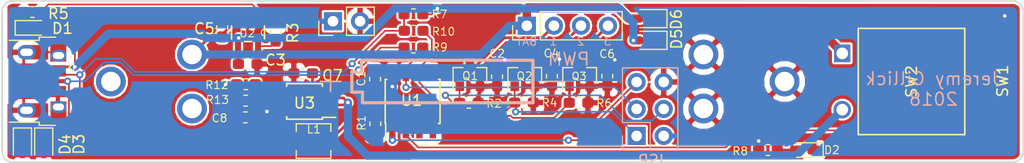
<source format=kicad_pcb>
(kicad_pcb (version 20171130) (host pcbnew "(5.0.0-3-g5ebb6b6)")

  (general
    (thickness 1.6)
    (drawings 14)
    (tracks 222)
    (zones 0)
    (modules 40)
    (nets 24)
  )

  (page A4)
  (layers
    (0 F.Cu signal)
    (31 B.Cu signal)
    (32 B.Adhes user)
    (33 F.Adhes user)
    (34 B.Paste user)
    (35 F.Paste user)
    (36 B.SilkS user hide)
    (37 F.SilkS user)
    (38 B.Mask user)
    (39 F.Mask user)
    (40 Dwgs.User user)
    (41 Cmts.User user)
    (42 Eco1.User user)
    (43 Eco2.User user)
    (44 Edge.Cuts user)
    (45 Margin user)
    (46 B.CrtYd user)
    (47 F.CrtYd user)
    (48 B.Fab user)
    (49 F.Fab user hide)
  )

  (setup
    (last_trace_width 0.254)
    (user_trace_width 0.154)
    (user_trace_width 0.254)
    (user_trace_width 0.781)
    (trace_clearance 0.1524)
    (zone_clearance 0.508)
    (zone_45_only no)
    (trace_min 0.1524)
    (segment_width 0.2)
    (edge_width 0.15)
    (via_size 0.6858)
    (via_drill 0.3302)
    (via_min_size 0.6858)
    (via_min_drill 0.3302)
    (uvia_size 0.3)
    (uvia_drill 0.1)
    (uvias_allowed no)
    (uvia_min_size 0.2)
    (uvia_min_drill 0.1)
    (pcb_text_width 0.3)
    (pcb_text_size 1.5 1.5)
    (mod_edge_width 0.15)
    (mod_text_size 1 1)
    (mod_text_width 0.15)
    (pad_size 1.524 1.524)
    (pad_drill 0.762)
    (pad_to_mask_clearance 0.0508)
    (aux_axis_origin 0 0)
    (visible_elements FFFFFF7F)
    (pcbplotparams
      (layerselection 0x00030_80000001)
      (usegerberextensions false)
      (usegerberattributes false)
      (usegerberadvancedattributes false)
      (creategerberjobfile false)
      (excludeedgelayer true)
      (linewidth 0.100000)
      (plotframeref false)
      (viasonmask false)
      (mode 1)
      (useauxorigin false)
      (hpglpennumber 1)
      (hpglpenspeed 20)
      (hpglpendiameter 15.000000)
      (psnegative false)
      (psa4output false)
      (plotreference true)
      (plotvalue true)
      (plotinvisibletext false)
      (padsonsilk false)
      (subtractmaskfromsilk false)
      (outputformat 1)
      (mirror false)
      (drillshape 1)
      (scaleselection 1)
      (outputdirectory ""))
  )

  (net 0 "")
  (net 1 GND)
  (net 2 "Net-(D1-Pad1)")
  (net 3 "Net-(J1-Pad2)")
  (net 4 "Net-(R3-Pad1)")
  (net 5 "Net-(R1-Pad1)")
  (net 6 "Net-(D2-Pad2)")
  (net 7 +5V)
  (net 8 "Net-(D3-Pad1)")
  (net 9 "Net-(D4-Pad1)")
  (net 10 "Net-(J1-Pad3)")
  (net 11 "Net-(J1-Pad4)")
  (net 12 D-)
  (net 13 D+)
  (net 14 MOSI)
  (net 15 RST)
  (net 16 "Net-(L1-Pad2)")
  (net 17 PWM3)
  (net 18 "Net-(R5-Pad1)")
  (net 19 "Net-(R12-Pad2)")
  (net 20 Vin)
  (net 21 "Net-(C7-Pad1)")
  (net 22 +BATT)
  (net 23 "Net-(D5-Pad1)")

  (net_class Default "This is the default net class."
    (clearance 0.1524)
    (trace_width 0.1524)
    (via_dia 0.6858)
    (via_drill 0.3302)
    (uvia_dia 0.3)
    (uvia_drill 0.1)
    (add_net +5V)
    (add_net +BATT)
    (add_net D+)
    (add_net D-)
    (add_net GND)
    (add_net MOSI)
    (add_net "Net-(C7-Pad1)")
    (add_net "Net-(D1-Pad1)")
    (add_net "Net-(D2-Pad2)")
    (add_net "Net-(D3-Pad1)")
    (add_net "Net-(D4-Pad1)")
    (add_net "Net-(D5-Pad1)")
    (add_net "Net-(J1-Pad2)")
    (add_net "Net-(J1-Pad3)")
    (add_net "Net-(J1-Pad4)")
    (add_net "Net-(L1-Pad2)")
    (add_net "Net-(R1-Pad1)")
    (add_net "Net-(R12-Pad2)")
    (add_net "Net-(R3-Pad1)")
    (add_net "Net-(R5-Pad1)")
    (add_net PWM3)
    (add_net RST)
    (add_net Vin)
  )

  (module Jeremy:Battery_Clips_8650 (layer B.Cu) (tedit 5B956952) (tstamp 5B9BA2D0)
    (at 139.32 91.1 180)
    (path /59C9D408)
    (fp_text reference J3 (at 0 7.0104 180) (layer B.SilkS) hide
      (effects (font (size 1 1) (thickness 0.15)) (justify mirror))
    )
    (fp_text value Battery (at 0 -6.7056 180) (layer B.Fab) hide
      (effects (font (size 1 1) (thickness 0.15)) (justify mirror))
    )
    (fp_line (start -22.22 5.6) (end -22.22 -5.6) (layer B.CrtYd) (width 0.15))
    (fp_text user - (at -10 0.2032 180) (layer B.SilkS)
      (effects (font (size 2.5 2.5) (thickness 0.15)) (justify mirror))
    )
    (fp_text user + (at 11 0.2032 180) (layer B.SilkS)
      (effects (font (size 2.5 2.5) (thickness 0.15)) (justify mirror))
    )
    (fp_line (start -8 -2) (end -8 2) (layer B.SilkS) (width 0.3))
    (fp_line (start 8 -2) (end -8 -2) (layer B.SilkS) (width 0.3))
    (fp_line (start 8 -1) (end 8 -2) (layer B.SilkS) (width 0.3))
    (fp_line (start 9 -1) (end 8 -1) (layer B.SilkS) (width 0.3))
    (fp_line (start 9 0.9) (end 9 -1) (layer B.SilkS) (width 0.3))
    (fp_line (start 8.1 0.9) (end 9 0.9) (layer B.SilkS) (width 0.3))
    (fp_line (start 8.1 2) (end 8.1 0.9) (layer B.SilkS) (width 0.3))
    (fp_line (start -8 2) (end 8.1 2) (layer B.SilkS) (width 0.3))
    (fp_line (start -35.22 5.6) (end -22.22 5.6) (layer B.CrtYd) (width 0.15))
    (fp_line (start -35.22 -5.6) (end -35.22 5.6) (layer B.CrtYd) (width 0.15))
    (fp_line (start -22.22 -5.6) (end -35.22 -5.6) (layer B.CrtYd) (width 0.15))
    (fp_line (start 35.22 5.6) (end 35.22 -5.6) (layer B.CrtYd) (width 0.15))
    (fp_line (start 22.22 5.6) (end 22.22 -5.6) (layer B.CrtYd) (width 0.15))
    (fp_line (start 35.22 5.6) (end 22.22 5.6) (layer B.CrtYd) (width 0.15))
    (fp_line (start 22.22 -5.6) (end 35.22 -5.6) (layer B.CrtYd) (width 0.15))
    (pad 2 thru_hole circle (at -24 2.54 180) (size 2.8 2.8) (drill 1.83) (layers *.Cu *.Mask)
      (net 1 GND))
    (pad 2 thru_hole circle (at -24 -2.54 180) (size 2.8 2.8) (drill 1.83) (layers *.Cu *.Mask)
      (net 1 GND))
    (pad 1 thru_hole circle (at 24 2.54 180) (size 2.8 2.8) (drill 1.83) (layers *.Cu *.Mask)
      (net 22 +BATT))
    (pad 1 thru_hole circle (at 24 -2.54 180) (size 2.8 2.8) (drill 1.83) (layers *.Cu *.Mask)
      (net 22 +BATT))
    (pad 1 thru_hole circle (at 31.62 0 180) (size 2.8 2.8) (drill 1.83) (layers *.Cu *.Mask)
      (net 22 +BATT))
    (pad 2 thru_hole circle (at -31.62 0 180) (size 2.8 2.8) (drill 1.83) (layers *.Cu *.Mask)
      (net 1 GND))
  )

  (module Jeremy:Switch_SPST_GPTS203211BR2 (layer F.Cu) (tedit 59CB2739) (tstamp 59CB24C9)
    (at 182.85 91.1 270)
    (path /59C9E171)
    (fp_text reference SW2 (at 0 0 270) (layer F.SilkS)
      (effects (font (size 1 1) (thickness 0.15)))
    )
    (fp_text value Power (at 8.05 -0.2) (layer F.Fab) hide
      (effects (font (size 1 1) (thickness 0.15)))
    )
    (fp_line (start 5 -5) (end -5 -5) (layer F.SilkS) (width 0.15))
    (fp_line (start 5 5) (end 5 -5) (layer F.SilkS) (width 0.15))
    (fp_line (start -5 5) (end 5 5) (layer F.SilkS) (width 0.15))
    (fp_line (start -5 -5) (end -5 5) (layer F.SilkS) (width 0.15))
    (fp_line (start 7 -7) (end -7 -7) (layer F.CrtYd) (width 0.15))
    (fp_line (start 7 8) (end 7 -7) (layer F.CrtYd) (width 0.15))
    (fp_line (start -7 8) (end 7 8) (layer F.CrtYd) (width 0.15))
    (fp_line (start -7 -7) (end -7 8) (layer F.CrtYd) (width 0.15))
    (pad 1 thru_hole rect (at -2.65 6.5 270) (size 1.65 1.524) (drill 1.1) (layers *.Cu *.Mask)
      (net 23 "Net-(D5-Pad1)"))
    (pad 2 thru_hole circle (at 2.65 6.5 270) (size 1.65 1.65) (drill 1.1) (layers *.Cu *.Mask)
      (net 21 "Net-(C7-Pad1)"))
  )

  (module SOT95P280X145-5N (layer F.Cu) (tedit 5B95C80C) (tstamp 59CB250C)
    (at 120.575 86.475 270)
    (path /59C9DDF2)
    (attr smd)
    (fp_text reference U2 (at 0.075 0.075) (layer F.SilkS)
      (effects (font (size 0.75 0.75) (thickness 0.1)))
    )
    (fp_text value MCP73831T-2ACI/OT (at -0.559217 2.87234 270) (layer F.SilkS) hide
      (effects (font (size 1.64122 1.64122) (thickness 0.05)))
    )
    (fp_line (start -0.6096 1.5494) (end 0.6096 1.5494) (layer F.SilkS) (width 0.1524))
    (fp_line (start 0.8636 0.3302) (end 0.8636 -0.3302) (layer F.SilkS) (width 0.1524))
    (fp_line (start 0.6096 -1.5494) (end 0.3048 -1.5494) (layer F.SilkS) (width 0.1524))
    (fp_line (start 0.3048 -1.5494) (end -0.3048 -1.5494) (layer F.SilkS) (width 0.1524))
    (fp_line (start -0.3048 -1.5494) (end -0.6096 -1.5494) (layer F.SilkS) (width 0.1524))
    (fp_arc (start 0 -1.5494) (end -0.3048 -1.5494) (angle -180) (layer F.SilkS) (width 0))
    (fp_line (start -0.8636 1.5494) (end 0.8636 1.5494) (layer Dwgs.User) (width 0.1524))
    (fp_line (start 0.8636 1.5494) (end 0.8636 1.1938) (layer Dwgs.User) (width 0.1524))
    (fp_line (start 0.8636 1.1938) (end 0.8636 0.7112) (layer Dwgs.User) (width 0.1524))
    (fp_line (start 0.8636 0.7112) (end 0.8636 -0.7112) (layer Dwgs.User) (width 0.1524))
    (fp_line (start 0.8636 -1.5494) (end 0.3048 -1.5494) (layer Dwgs.User) (width 0.1524))
    (fp_line (start 0.3048 -1.5494) (end -0.3048 -1.5494) (layer Dwgs.User) (width 0.1524))
    (fp_line (start -0.3048 -1.5494) (end -0.8636 -1.5494) (layer Dwgs.User) (width 0.1524))
    (fp_line (start -0.8636 -1.5494) (end -0.8636 -1.1938) (layer Dwgs.User) (width 0.1524))
    (fp_line (start -0.8636 -1.1938) (end -0.8636 -0.7112) (layer Dwgs.User) (width 0.1524))
    (fp_line (start -0.8636 -0.7112) (end -0.8636 -0.254) (layer Dwgs.User) (width 0.1524))
    (fp_line (start -0.8636 -0.254) (end -0.8636 0.254) (layer Dwgs.User) (width 0.1524))
    (fp_line (start -0.8636 0.254) (end -0.8636 0.7112) (layer Dwgs.User) (width 0.1524))
    (fp_line (start -0.8636 -1.1938) (end -1.4986 -1.1938) (layer Dwgs.User) (width 0.1524))
    (fp_line (start -1.4986 -1.1938) (end -1.4986 -0.7112) (layer Dwgs.User) (width 0.1524))
    (fp_line (start -1.4986 -0.7112) (end -0.8636 -0.7112) (layer Dwgs.User) (width 0.1524))
    (fp_line (start -0.8636 -0.254) (end -1.4986 -0.254) (layer Dwgs.User) (width 0.1524))
    (fp_line (start -1.4986 -0.254) (end -1.4986 0.254) (layer Dwgs.User) (width 0.1524))
    (fp_line (start -1.4986 0.254) (end -0.8636 0.254) (layer Dwgs.User) (width 0.1524))
    (fp_line (start -0.8636 1.5494) (end -0.8636 1.1938) (layer Dwgs.User) (width 0.1524))
    (fp_line (start -0.8636 1.1938) (end -0.8636 0.7112) (layer Dwgs.User) (width 0.1524))
    (fp_line (start -0.8636 0.7112) (end -1.4986 0.7112) (layer Dwgs.User) (width 0.1524))
    (fp_line (start -1.4986 0.7112) (end -1.4986 1.1938) (layer Dwgs.User) (width 0.1524))
    (fp_line (start -1.4986 1.1938) (end -0.8636 1.1938) (layer Dwgs.User) (width 0.1524))
    (fp_line (start 0.8636 1.1938) (end 1.4986 1.1938) (layer Dwgs.User) (width 0.1524))
    (fp_line (start 1.4986 1.1938) (end 1.4986 0.7112) (layer Dwgs.User) (width 0.1524))
    (fp_line (start 1.4986 0.7112) (end 0.8636 0.7112) (layer Dwgs.User) (width 0.1524))
    (fp_line (start 0.8636 -1.5494) (end 0.8636 -1.1938) (layer Dwgs.User) (width 0.1524))
    (fp_line (start 0.8636 -1.1938) (end 0.8636 -0.7112) (layer Dwgs.User) (width 0.1524))
    (fp_line (start 0.8636 -0.7112) (end 1.4986 -0.7112) (layer Dwgs.User) (width 0.1524))
    (fp_line (start 1.4986 -0.7112) (end 1.4986 -1.1938) (layer Dwgs.User) (width 0.1524))
    (fp_line (start 1.4986 -1.1938) (end 0.8636 -1.1938) (layer Dwgs.User) (width 0.1524))
    (fp_arc (start 0 -1.5494) (end -0.3048 -1.5494) (angle -180) (layer Dwgs.User) (width 0))
    (pad 1 smd rect (at -1.2954 -0.9398 270) (size 1.27 0.5588) (layers F.Cu F.Paste F.Mask)
      (net 18 "Net-(R5-Pad1)"))
    (pad 2 smd rect (at -1.2954 0 270) (size 1.27 0.5588) (layers F.Cu F.Paste F.Mask)
      (net 1 GND))
    (pad 3 smd rect (at -1.2954 0.9398 270) (size 1.27 0.5588) (layers F.Cu F.Paste F.Mask)
      (net 22 +BATT))
    (pad 4 smd rect (at 1.2954 0.9398 270) (size 1.27 0.5588) (layers F.Cu F.Paste F.Mask)
      (net 20 Vin))
    (pad 5 smd rect (at 1.2954 -0.9398 270) (size 1.27 0.5588) (layers F.Cu F.Paste F.Mask)
      (net 4 "Net-(R3-Pad1)"))
  )

  (module Jeremy:Switch_TE_FSMSM (layer F.Cu) (tedit 5B6B6E26) (tstamp 5B6A9C2C)
    (at 191.6 91.1 270)
    (path /59C9E82C)
    (fp_text reference SW1 (at -0.05 0.2 270) (layer F.SilkS)
      (effects (font (size 1 1) (thickness 0.15)))
    )
    (fp_text value Mode (at -6.85 0.15) (layer F.Fab) hide
      (effects (font (size 1 1) (thickness 0.15)))
    )
    (fp_line (start -6 -1.75) (end -6 1.75) (layer F.CrtYd) (width 0.15))
    (fp_line (start -6 -1.75) (end 6 -1.75) (layer F.CrtYd) (width 0.15))
    (fp_line (start -6 1.75) (end 6 1.75) (layer F.CrtYd) (width 0.15))
    (fp_line (start 6 -1.75) (end 6 1.75) (layer F.CrtYd) (width 0.15))
    (pad 1 smd rect (at -4.6 0 270) (size 2.18 1.6) (layers F.Cu F.Paste F.Mask)
      (net 7 +5V))
    (pad 2 smd rect (at 4.6 0 270) (size 2.18 1.6) (layers F.Cu F.Paste F.Mask)
      (net 5 "Net-(R1-Pad1)"))
  )

  (module Connector_USB:USB_Micro-B_Amphenol_10103594-0001LF_Horizontal (layer F.Cu) (tedit 5B8DC15D) (tstamp 5B926236)
    (at 100.9 91.1 270)
    (descr "Micro USB Type B 10103594-0001LF, http://cdn.amphenol-icc.com/media/wysiwyg/files/drawing/10103594.pdf")
    (tags "USB USB_B USB_micro USB_OTG")
    (path /5B8DB65D)
    (attr smd)
    (fp_text reference J2 (at 0.95 -4 270) (layer F.SilkS) hide
      (effects (font (size 1 1) (thickness 0.15)))
    )
    (fp_text value USB_B_Micro (at -0.025 4.435 270) (layer F.Fab)
      (effects (font (size 1 1) (thickness 0.15)))
    )
    (fp_text user "PCB edge" (at -0.025 2.235 270) (layer Dwgs.User)
      (effects (font (size 0.5 0.5) (thickness 0.075)))
    )
    (fp_text user %R (at -0.025 -0.015 270) (layer F.Fab)
      (effects (font (size 1 1) (thickness 0.15)))
    )
    (fp_line (start -4.175 -0.065) (end -4.175 -1.615) (layer F.SilkS) (width 0.12))
    (fp_line (start -4.175 -0.065) (end -3.875 -0.065) (layer F.SilkS) (width 0.12))
    (fp_line (start -3.875 2.735) (end -3.875 -0.065) (layer F.SilkS) (width 0.12))
    (fp_line (start 4.125 -0.065) (end 4.125 -1.615) (layer F.SilkS) (width 0.12))
    (fp_line (start 3.825 -0.065) (end 4.125 -0.065) (layer F.SilkS) (width 0.12))
    (fp_line (start 3.825 2.735) (end 3.825 -0.065) (layer F.SilkS) (width 0.12))
    (fp_line (start -0.925 -3.315) (end -1.325 -2.865) (layer F.SilkS) (width 0.12))
    (fp_line (start -1.725 -3.315) (end -0.925 -3.315) (layer F.SilkS) (width 0.12))
    (fp_line (start -1.325 -2.865) (end -1.725 -3.315) (layer F.SilkS) (width 0.12))
    (fp_line (start -3.775 -0.865) (end -2.975 -1.615) (layer F.Fab) (width 0.12))
    (fp_line (start 3.725 3.335) (end -3.775 3.335) (layer F.Fab) (width 0.12))
    (fp_line (start 3.725 -1.615) (end 3.725 3.335) (layer F.Fab) (width 0.12))
    (fp_line (start -2.975 -1.615) (end 3.725 -1.615) (layer F.Fab) (width 0.12))
    (fp_line (start -3.775 3.335) (end -3.775 -0.865) (layer F.Fab) (width 0.12))
    (fp_line (start -4.025 2.835) (end 3.975 2.835) (layer Dwgs.User) (width 0.1))
    (fp_line (start -4.13 -2.88) (end 4.14 -2.88) (layer F.CrtYd) (width 0.05))
    (fp_line (start -4.13 -2.88) (end -4.13 3.58) (layer F.CrtYd) (width 0.05))
    (fp_line (start 4.14 3.58) (end 4.14 -2.88) (layer F.CrtYd) (width 0.05))
    (fp_line (start 4.14 3.58) (end -4.13 3.58) (layer F.CrtYd) (width 0.05))
    (pad 6 smd rect (at 2.725 0.185 270) (size 1.35 2) (layers F.Cu F.Paste F.Mask)
      (net 1 GND))
    (pad 6 smd rect (at -2.755 0.185 270) (size 1.35 2) (layers F.Cu F.Paste F.Mask)
      (net 1 GND))
    (pad 6 smd rect (at -2.975 -0.565 270) (size 1.825 0.7) (layers F.Cu F.Paste F.Mask)
      (net 1 GND))
    (pad 6 smd rect (at 2.975 -0.565 270) (size 1.825 0.7) (layers F.Cu F.Paste F.Mask)
      (net 1 GND))
    (pad 6 smd rect (at -2.875 -1.865 270) (size 2 1.5) (layers F.Cu F.Paste F.Mask)
      (net 1 GND))
    (pad 6 smd rect (at 2.875 -1.885 270) (size 2 1.5) (layers F.Cu F.Paste F.Mask)
      (net 1 GND))
    (pad 1 smd rect (at -1.325 -1.765) (size 1.65 0.4) (layers F.Cu F.Paste F.Mask)
      (net 20 Vin))
    (pad 2 smd rect (at -0.675 -1.765) (size 1.65 0.4) (layers F.Cu F.Paste F.Mask)
      (net 9 "Net-(D4-Pad1)"))
    (pad 3 smd rect (at -0.025 -1.765) (size 1.65 0.4) (layers F.Cu F.Paste F.Mask)
      (net 8 "Net-(D3-Pad1)"))
    (pad 4 smd rect (at 0.625 -1.765) (size 1.65 0.4) (layers F.Cu F.Paste F.Mask))
    (pad 5 smd rect (at 1.275 -1.765) (size 1.65 0.4) (layers F.Cu F.Paste F.Mask)
      (net 1 GND))
    (pad 6 thru_hole oval (at -2.445 -1.885) (size 1.5 1.1) (drill oval 1.05 0.65) (layers *.Cu *.Mask)
      (net 1 GND))
    (pad 6 thru_hole oval (at 2.395 -1.885) (size 1.5 1.1) (drill oval 1.05 0.65) (layers *.Cu *.Mask)
      (net 1 GND))
    (pad 6 thru_hole oval (at -2.755 1.115) (size 1.7 1.35) (drill oval 1.2 0.7) (layers *.Cu *.Mask)
      (net 1 GND))
    (pad 6 thru_hole oval (at 2.705 1.115) (size 1.7 1.35) (drill oval 1.2 0.7) (layers *.Cu *.Mask)
      (net 1 GND))
    (pad 6 smd rect (at -0.985 1.385) (size 2.5 1.43) (layers F.Cu F.Paste F.Mask)
      (net 1 GND))
    (pad 6 smd rect (at 0.935 1.385) (size 2.5 1.43) (layers F.Cu F.Paste F.Mask)
      (net 1 GND))
    (model ${KISYS3DMOD}/Connector_USB.3dshapes/USB_Micro-B_Amphenol_10103594-0001LF_Horizontal.wrl
      (at (xyz 0 0 0))
      (scale (xyz 1 1 1))
      (rotate (xyz 0 0 0))
    )
  )

  (module Connector_PinHeader_2.54mm:PinHeader_2x03_P2.54mm_Vertical (layer B.Cu) (tedit 5B95B044) (tstamp 5B9BA7D9)
    (at 157.05 96.225)
    (descr "Through hole straight pin header, 2x03, 2.54mm pitch, double rows")
    (tags "Through hole pin header THT 2x03 2.54mm double row")
    (path /5BAB9523)
    (fp_text reference J4 (at 1.27 2.33) (layer B.SilkS) hide
      (effects (font (size 1 1) (thickness 0.15)) (justify mirror))
    )
    (fp_text value ISP (at 1.35 2.3) (layer B.SilkS)
      (effects (font (size 1 1) (thickness 0.15)) (justify mirror))
    )
    (fp_line (start 0 1.27) (end 3.81 1.27) (layer B.Fab) (width 0.1))
    (fp_line (start 3.81 1.27) (end 3.81 -6.35) (layer B.Fab) (width 0.1))
    (fp_line (start 3.81 -6.35) (end -1.27 -6.35) (layer B.Fab) (width 0.1))
    (fp_line (start -1.27 -6.35) (end -1.27 0) (layer B.Fab) (width 0.1))
    (fp_line (start -1.27 0) (end 0 1.27) (layer B.Fab) (width 0.1))
    (fp_line (start -1.33 -6.41) (end 3.87 -6.41) (layer B.SilkS) (width 0.12))
    (fp_line (start -1.33 -1.27) (end -1.33 -6.41) (layer B.SilkS) (width 0.12))
    (fp_line (start 3.87 1.33) (end 3.87 -6.41) (layer B.SilkS) (width 0.12))
    (fp_line (start -1.33 -1.27) (end 1.27 -1.27) (layer B.SilkS) (width 0.12))
    (fp_line (start 1.27 -1.27) (end 1.27 1.33) (layer B.SilkS) (width 0.12))
    (fp_line (start 1.27 1.33) (end 3.87 1.33) (layer B.SilkS) (width 0.12))
    (fp_line (start -1.33 0) (end -1.33 1.33) (layer B.SilkS) (width 0.12))
    (fp_line (start -1.33 1.33) (end 0 1.33) (layer B.SilkS) (width 0.12))
    (fp_line (start -1.8 1.8) (end -1.8 -6.85) (layer B.CrtYd) (width 0.05))
    (fp_line (start -1.8 -6.85) (end 4.35 -6.85) (layer B.CrtYd) (width 0.05))
    (fp_line (start 4.35 -6.85) (end 4.35 1.8) (layer B.CrtYd) (width 0.05))
    (fp_line (start 4.35 1.8) (end -1.8 1.8) (layer B.CrtYd) (width 0.05))
    (fp_text user %R (at 1.27 -2.54 -90) (layer B.Fab)
      (effects (font (size 1 1) (thickness 0.15)) (justify mirror))
    )
    (pad 1 thru_hole rect (at 0 0) (size 1.7 1.7) (drill 1) (layers *.Cu *.Mask)
      (net 12 D-))
    (pad 2 thru_hole oval (at 2.54 0) (size 1.7 1.7) (drill 1) (layers *.Cu *.Mask)
      (net 7 +5V))
    (pad 3 thru_hole oval (at 0 -2.54) (size 1.7 1.7) (drill 1) (layers *.Cu *.Mask)
      (net 13 D+))
    (pad 4 thru_hole oval (at 2.54 -2.54) (size 1.7 1.7) (drill 1) (layers *.Cu *.Mask)
      (net 14 MOSI))
    (pad 5 thru_hole oval (at 0 -5.08) (size 1.7 1.7) (drill 1) (layers *.Cu *.Mask)
      (net 15 RST))
    (pad 6 thru_hole oval (at 2.54 -5.08) (size 1.7 1.7) (drill 1) (layers *.Cu *.Mask)
      (net 1 GND))
    (model ${KISYS3DMOD}/Connector_PinHeader_2.54mm.3dshapes/PinHeader_2x03_P2.54mm_Vertical.wrl
      (at (xyz 0 0 0))
      (scale (xyz 1 1 1))
      (rotate (xyz 0 0 0))
    )
  )

  (module Package_TO_SOT_SMD:SOT-23 (layer F.Cu) (tedit 5B9ADB72) (tstamp 5B9BA796)
    (at 141.4 90.55 90)
    (descr "SOT-23, Standard")
    (tags SOT-23)
    (path /59C9CEA8)
    (attr smd)
    (fp_text reference Q1 (at -0.025 0.025 180) (layer F.SilkS)
      (effects (font (size 0.75 0.75) (thickness 0.1)))
    )
    (fp_text value NTR4003NT1G (at 0 2.5 90) (layer F.Fab) hide
      (effects (font (size 1 1) (thickness 0.15)))
    )
    (fp_text user %R (at 0 0 180) (layer F.Fab)
      (effects (font (size 0.5 0.5) (thickness 0.075)))
    )
    (fp_line (start -0.7 -0.95) (end -0.7 1.5) (layer F.Fab) (width 0.1))
    (fp_line (start -0.15 -1.52) (end 0.7 -1.52) (layer F.Fab) (width 0.1))
    (fp_line (start -0.7 -0.95) (end -0.15 -1.52) (layer F.Fab) (width 0.1))
    (fp_line (start 0.7 -1.52) (end 0.7 1.52) (layer F.Fab) (width 0.1))
    (fp_line (start -0.7 1.52) (end 0.7 1.52) (layer F.Fab) (width 0.1))
    (fp_line (start 0.76 1.58) (end 0.76 0.65) (layer F.SilkS) (width 0.12))
    (fp_line (start 0.76 -1.58) (end 0.76 -0.65) (layer F.SilkS) (width 0.12))
    (fp_line (start -1.7 -1.75) (end 1.7 -1.75) (layer F.CrtYd) (width 0.05))
    (fp_line (start 1.7 -1.75) (end 1.7 1.75) (layer F.CrtYd) (width 0.05))
    (fp_line (start 1.7 1.75) (end -1.7 1.75) (layer F.CrtYd) (width 0.05))
    (fp_line (start -1.7 1.75) (end -1.7 -1.75) (layer F.CrtYd) (width 0.05))
    (fp_line (start 0.76 -1.58) (end -1.4 -1.58) (layer F.SilkS) (width 0.12))
    (fp_line (start 0.76 1.58) (end -0.7 1.58) (layer F.SilkS) (width 0.12))
    (pad 1 smd rect (at -1 -0.95 90) (size 0.9 0.8) (layers F.Cu F.Paste F.Mask)
      (net 14 MOSI))
    (pad 2 smd rect (at -1 0.95 90) (size 0.9 0.8) (layers F.Cu F.Paste F.Mask)
      (net 1 GND))
    (pad 3 smd rect (at 1 0 90) (size 0.9 0.8) (layers F.Cu F.Paste F.Mask)
      (net 3 "Net-(J1-Pad2)"))
    (model ${KISYS3DMOD}/Package_TO_SOT_SMD.3dshapes/SOT-23.wrl
      (at (xyz 0 0 0))
      (scale (xyz 1 1 1))
      (rotate (xyz 0 0 0))
    )
  )

  (module Capacitor_SMD:C_0603_1608Metric_Pad1.05x0.95mm_HandSolder (layer F.Cu) (tedit 5B9AE0CC) (tstamp 5B9BAAE0)
    (at 132.5 90.875 270)
    (descr "Capacitor SMD 0603 (1608 Metric), square (rectangular) end terminal, IPC_7351 nominal with elongated pad for handsoldering. (Body size source: http://www.tortai-tech.com/upload/download/2011102023233369053.pdf), generated with kicad-footprint-generator")
    (tags "capacitor handsolder")
    (path /59C9C8A6)
    (attr smd)
    (fp_text reference C1 (at -0.05 1.3 270) (layer F.SilkS)
      (effects (font (size 0.75 0.75) (thickness 0.1)))
    )
    (fp_text value 0.1uF (at 0 1.43 270) (layer F.Fab)
      (effects (font (size 1 1) (thickness 0.15)))
    )
    (fp_text user %R (at 0 0 270) (layer F.Fab)
      (effects (font (size 0.4 0.4) (thickness 0.06)))
    )
    (fp_line (start 1.65 0.73) (end -1.65 0.73) (layer F.CrtYd) (width 0.05))
    (fp_line (start 1.65 -0.73) (end 1.65 0.73) (layer F.CrtYd) (width 0.05))
    (fp_line (start -1.65 -0.73) (end 1.65 -0.73) (layer F.CrtYd) (width 0.05))
    (fp_line (start -1.65 0.73) (end -1.65 -0.73) (layer F.CrtYd) (width 0.05))
    (fp_line (start -0.171267 0.51) (end 0.171267 0.51) (layer F.SilkS) (width 0.12))
    (fp_line (start -0.171267 -0.51) (end 0.171267 -0.51) (layer F.SilkS) (width 0.12))
    (fp_line (start 0.8 0.4) (end -0.8 0.4) (layer F.Fab) (width 0.1))
    (fp_line (start 0.8 -0.4) (end 0.8 0.4) (layer F.Fab) (width 0.1))
    (fp_line (start -0.8 -0.4) (end 0.8 -0.4) (layer F.Fab) (width 0.1))
    (fp_line (start -0.8 0.4) (end -0.8 -0.4) (layer F.Fab) (width 0.1))
    (pad 2 smd roundrect (at 0.875 0 270) (size 1.05 0.95) (layers F.Cu F.Paste F.Mask) (roundrect_rratio 0.25)
      (net 1 GND))
    (pad 1 smd roundrect (at -0.875 0 270) (size 1.05 0.95) (layers F.Cu F.Paste F.Mask) (roundrect_rratio 0.25)
      (net 7 +5V))
    (model ${KISYS3DMOD}/Capacitor_SMD.3dshapes/C_0603_1608Metric.wrl
      (at (xyz 0 0 0))
      (scale (xyz 1 1 1))
      (rotate (xyz 0 0 0))
    )
  )

  (module Capacitor_SMD:C_0603_1608Metric_Pad1.05x0.95mm_HandSolder (layer F.Cu) (tedit 5B9ADB7F) (tstamp 5B9BAAB0)
    (at 143.95 90.65 90)
    (descr "Capacitor SMD 0603 (1608 Metric), square (rectangular) end terminal, IPC_7351 nominal with elongated pad for handsoldering. (Body size source: http://www.tortai-tech.com/upload/download/2011102023233369053.pdf), generated with kicad-footprint-generator")
    (tags "capacitor handsolder")
    (path /59C9D1BD)
    (attr smd)
    (fp_text reference C2 (at 2.175 0 180) (layer F.SilkS)
      (effects (font (size 0.75 0.75) (thickness 0.1)))
    )
    (fp_text value 4.7uF (at 0 1.43 90) (layer F.Fab)
      (effects (font (size 1 1) (thickness 0.15)))
    )
    (fp_line (start -0.8 0.4) (end -0.8 -0.4) (layer F.Fab) (width 0.1))
    (fp_line (start -0.8 -0.4) (end 0.8 -0.4) (layer F.Fab) (width 0.1))
    (fp_line (start 0.8 -0.4) (end 0.8 0.4) (layer F.Fab) (width 0.1))
    (fp_line (start 0.8 0.4) (end -0.8 0.4) (layer F.Fab) (width 0.1))
    (fp_line (start -0.171267 -0.51) (end 0.171267 -0.51) (layer F.SilkS) (width 0.12))
    (fp_line (start -0.171267 0.51) (end 0.171267 0.51) (layer F.SilkS) (width 0.12))
    (fp_line (start -1.65 0.73) (end -1.65 -0.73) (layer F.CrtYd) (width 0.05))
    (fp_line (start -1.65 -0.73) (end 1.65 -0.73) (layer F.CrtYd) (width 0.05))
    (fp_line (start 1.65 -0.73) (end 1.65 0.73) (layer F.CrtYd) (width 0.05))
    (fp_line (start 1.65 0.73) (end -1.65 0.73) (layer F.CrtYd) (width 0.05))
    (fp_text user %R (at 0 0 90) (layer F.Fab)
      (effects (font (size 0.4 0.4) (thickness 0.06)))
    )
    (pad 1 smd roundrect (at -0.875 0 90) (size 1.05 0.95) (layers F.Cu F.Paste F.Mask) (roundrect_rratio 0.25)
      (net 1 GND))
    (pad 2 smd roundrect (at 0.875 0 90) (size 1.05 0.95) (layers F.Cu F.Paste F.Mask) (roundrect_rratio 0.25)
      (net 7 +5V))
    (model ${KISYS3DMOD}/Capacitor_SMD.3dshapes/C_0603_1608Metric.wrl
      (at (xyz 0 0 0))
      (scale (xyz 1 1 1))
      (rotate (xyz 0 0 0))
    )
  )

  (module Capacitor_SMD:C_0603_1608Metric_Pad1.05x0.95mm_HandSolder (layer F.Cu) (tedit 5B301BBE) (tstamp 5B97763C)
    (at 120.55 89.45)
    (descr "Capacitor SMD 0603 (1608 Metric), square (rectangular) end terminal, IPC_7351 nominal with elongated pad for handsoldering. (Body size source: http://www.tortai-tech.com/upload/download/2011102023233369053.pdf), generated with kicad-footprint-generator")
    (tags "capacitor handsolder")
    (path /59C9EFD0)
    (attr smd)
    (fp_text reference C3 (at 2.6 -0.375) (layer F.SilkS)
      (effects (font (size 1 1) (thickness 0.15)))
    )
    (fp_text value 4.7uF (at 0 1.43) (layer F.Fab)
      (effects (font (size 1 1) (thickness 0.15)))
    )
    (fp_text user %R (at 0 0) (layer F.Fab)
      (effects (font (size 0.4 0.4) (thickness 0.06)))
    )
    (fp_line (start 1.65 0.73) (end -1.65 0.73) (layer F.CrtYd) (width 0.05))
    (fp_line (start 1.65 -0.73) (end 1.65 0.73) (layer F.CrtYd) (width 0.05))
    (fp_line (start -1.65 -0.73) (end 1.65 -0.73) (layer F.CrtYd) (width 0.05))
    (fp_line (start -1.65 0.73) (end -1.65 -0.73) (layer F.CrtYd) (width 0.05))
    (fp_line (start -0.171267 0.51) (end 0.171267 0.51) (layer F.SilkS) (width 0.12))
    (fp_line (start -0.171267 -0.51) (end 0.171267 -0.51) (layer F.SilkS) (width 0.12))
    (fp_line (start 0.8 0.4) (end -0.8 0.4) (layer F.Fab) (width 0.1))
    (fp_line (start 0.8 -0.4) (end 0.8 0.4) (layer F.Fab) (width 0.1))
    (fp_line (start -0.8 -0.4) (end 0.8 -0.4) (layer F.Fab) (width 0.1))
    (fp_line (start -0.8 0.4) (end -0.8 -0.4) (layer F.Fab) (width 0.1))
    (pad 2 smd roundrect (at 0.875 0) (size 1.05 0.95) (layers F.Cu F.Paste F.Mask) (roundrect_rratio 0.25)
      (net 1 GND))
    (pad 1 smd roundrect (at -0.875 0) (size 1.05 0.95) (layers F.Cu F.Paste F.Mask) (roundrect_rratio 0.25)
      (net 20 Vin))
    (model ${KISYS3DMOD}/Capacitor_SMD.3dshapes/C_0603_1608Metric.wrl
      (at (xyz 0 0 0))
      (scale (xyz 1 1 1))
      (rotate (xyz 0 0 0))
    )
  )

  (module Capacitor_SMD:C_0603_1608Metric_Pad1.05x0.95mm_HandSolder (layer F.Cu) (tedit 5B9ADB9F) (tstamp 5B9BAA80)
    (at 149.1 90.6 90)
    (descr "Capacitor SMD 0603 (1608 Metric), square (rectangular) end terminal, IPC_7351 nominal with elongated pad for handsoldering. (Body size source: http://www.tortai-tech.com/upload/download/2011102023233369053.pdf), generated with kicad-footprint-generator")
    (tags "capacitor handsolder")
    (path /5B92C0F5)
    (attr smd)
    (fp_text reference C4 (at 2.15 -0.05 180) (layer F.SilkS)
      (effects (font (size 0.75 0.75) (thickness 0.1)))
    )
    (fp_text value 4.7uF (at 0 1.43 90) (layer F.Fab)
      (effects (font (size 1 1) (thickness 0.15)))
    )
    (fp_line (start -0.8 0.4) (end -0.8 -0.4) (layer F.Fab) (width 0.1))
    (fp_line (start -0.8 -0.4) (end 0.8 -0.4) (layer F.Fab) (width 0.1))
    (fp_line (start 0.8 -0.4) (end 0.8 0.4) (layer F.Fab) (width 0.1))
    (fp_line (start 0.8 0.4) (end -0.8 0.4) (layer F.Fab) (width 0.1))
    (fp_line (start -0.171267 -0.51) (end 0.171267 -0.51) (layer F.SilkS) (width 0.12))
    (fp_line (start -0.171267 0.51) (end 0.171267 0.51) (layer F.SilkS) (width 0.12))
    (fp_line (start -1.65 0.73) (end -1.65 -0.73) (layer F.CrtYd) (width 0.05))
    (fp_line (start -1.65 -0.73) (end 1.65 -0.73) (layer F.CrtYd) (width 0.05))
    (fp_line (start 1.65 -0.73) (end 1.65 0.73) (layer F.CrtYd) (width 0.05))
    (fp_line (start 1.65 0.73) (end -1.65 0.73) (layer F.CrtYd) (width 0.05))
    (fp_text user %R (at 0 0 90) (layer F.Fab)
      (effects (font (size 0.4 0.4) (thickness 0.06)))
    )
    (pad 1 smd roundrect (at -0.875 0 90) (size 1.05 0.95) (layers F.Cu F.Paste F.Mask) (roundrect_rratio 0.25)
      (net 1 GND))
    (pad 2 smd roundrect (at 0.875 0 90) (size 1.05 0.95) (layers F.Cu F.Paste F.Mask) (roundrect_rratio 0.25)
      (net 7 +5V))
    (model ${KISYS3DMOD}/Capacitor_SMD.3dshapes/C_0603_1608Metric.wrl
      (at (xyz 0 0 0))
      (scale (xyz 1 1 1))
      (rotate (xyz 0 0 0))
    )
  )

  (module Capacitor_SMD:C_0603_1608Metric_Pad1.05x0.95mm_HandSolder (layer F.Cu) (tedit 5B301BBE) (tstamp 5B97766C)
    (at 118.15 86.025 90)
    (descr "Capacitor SMD 0603 (1608 Metric), square (rectangular) end terminal, IPC_7351 nominal with elongated pad for handsoldering. (Body size source: http://www.tortai-tech.com/upload/download/2011102023233369053.pdf), generated with kicad-footprint-generator")
    (tags "capacitor handsolder")
    (path /59C9FF60)
    (attr smd)
    (fp_text reference C5 (at -0.1 -1.675 180) (layer F.SilkS)
      (effects (font (size 1 1) (thickness 0.15)))
    )
    (fp_text value 4.7uF (at 0 1.43 90) (layer F.Fab)
      (effects (font (size 1 1) (thickness 0.15)))
    )
    (fp_line (start -0.8 0.4) (end -0.8 -0.4) (layer F.Fab) (width 0.1))
    (fp_line (start -0.8 -0.4) (end 0.8 -0.4) (layer F.Fab) (width 0.1))
    (fp_line (start 0.8 -0.4) (end 0.8 0.4) (layer F.Fab) (width 0.1))
    (fp_line (start 0.8 0.4) (end -0.8 0.4) (layer F.Fab) (width 0.1))
    (fp_line (start -0.171267 -0.51) (end 0.171267 -0.51) (layer F.SilkS) (width 0.12))
    (fp_line (start -0.171267 0.51) (end 0.171267 0.51) (layer F.SilkS) (width 0.12))
    (fp_line (start -1.65 0.73) (end -1.65 -0.73) (layer F.CrtYd) (width 0.05))
    (fp_line (start -1.65 -0.73) (end 1.65 -0.73) (layer F.CrtYd) (width 0.05))
    (fp_line (start 1.65 -0.73) (end 1.65 0.73) (layer F.CrtYd) (width 0.05))
    (fp_line (start 1.65 0.73) (end -1.65 0.73) (layer F.CrtYd) (width 0.05))
    (fp_text user %R (at 0 0 90) (layer F.Fab)
      (effects (font (size 0.4 0.4) (thickness 0.06)))
    )
    (pad 1 smd roundrect (at -0.875 0 90) (size 1.05 0.95) (layers F.Cu F.Paste F.Mask) (roundrect_rratio 0.25)
      (net 22 +BATT))
    (pad 2 smd roundrect (at 0.875 0 90) (size 1.05 0.95) (layers F.Cu F.Paste F.Mask) (roundrect_rratio 0.25)
      (net 1 GND))
    (model ${KISYS3DMOD}/Capacitor_SMD.3dshapes/C_0603_1608Metric.wrl
      (at (xyz 0 0 0))
      (scale (xyz 1 1 1))
      (rotate (xyz 0 0 0))
    )
  )

  (module Capacitor_SMD:C_0603_1608Metric_Pad1.05x0.95mm_HandSolder (layer F.Cu) (tedit 5B9ADBBA) (tstamp 5B9BAA50)
    (at 154.3 90.6 90)
    (descr "Capacitor SMD 0603 (1608 Metric), square (rectangular) end terminal, IPC_7351 nominal with elongated pad for handsoldering. (Body size source: http://www.tortai-tech.com/upload/download/2011102023233369053.pdf), generated with kicad-footprint-generator")
    (tags "capacitor handsolder")
    (path /5B938E3D)
    (attr smd)
    (fp_text reference C6 (at 2.1 -0.025 180) (layer F.SilkS)
      (effects (font (size 0.75 0.75) (thickness 0.1)))
    )
    (fp_text value 4.7uF (at 0 1.43 90) (layer F.Fab)
      (effects (font (size 1 1) (thickness 0.15)))
    )
    (fp_text user %R (at 0 0 90) (layer F.Fab)
      (effects (font (size 0.4 0.4) (thickness 0.06)))
    )
    (fp_line (start 1.65 0.73) (end -1.65 0.73) (layer F.CrtYd) (width 0.05))
    (fp_line (start 1.65 -0.73) (end 1.65 0.73) (layer F.CrtYd) (width 0.05))
    (fp_line (start -1.65 -0.73) (end 1.65 -0.73) (layer F.CrtYd) (width 0.05))
    (fp_line (start -1.65 0.73) (end -1.65 -0.73) (layer F.CrtYd) (width 0.05))
    (fp_line (start -0.171267 0.51) (end 0.171267 0.51) (layer F.SilkS) (width 0.12))
    (fp_line (start -0.171267 -0.51) (end 0.171267 -0.51) (layer F.SilkS) (width 0.12))
    (fp_line (start 0.8 0.4) (end -0.8 0.4) (layer F.Fab) (width 0.1))
    (fp_line (start 0.8 -0.4) (end 0.8 0.4) (layer F.Fab) (width 0.1))
    (fp_line (start -0.8 -0.4) (end 0.8 -0.4) (layer F.Fab) (width 0.1))
    (fp_line (start -0.8 0.4) (end -0.8 -0.4) (layer F.Fab) (width 0.1))
    (pad 2 smd roundrect (at 0.875 0 90) (size 1.05 0.95) (layers F.Cu F.Paste F.Mask) (roundrect_rratio 0.25)
      (net 7 +5V))
    (pad 1 smd roundrect (at -0.875 0 90) (size 1.05 0.95) (layers F.Cu F.Paste F.Mask) (roundrect_rratio 0.25)
      (net 1 GND))
    (model ${KISYS3DMOD}/Capacitor_SMD.3dshapes/C_0603_1608Metric.wrl
      (at (xyz 0 0 0))
      (scale (xyz 1 1 1))
      (rotate (xyz 0 0 0))
    )
  )

  (module Capacitor_SMD:C_0603_1608Metric_Pad1.05x0.95mm_HandSolder (layer F.Cu) (tedit 5B301BBE) (tstamp 5B9BA436)
    (at 125.75 90.325 180)
    (descr "Capacitor SMD 0603 (1608 Metric), square (rectangular) end terminal, IPC_7351 nominal with elongated pad for handsoldering. (Body size source: http://www.tortai-tech.com/upload/download/2011102023233369053.pdf), generated with kicad-footprint-generator")
    (tags "capacitor handsolder")
    (path /5BA3238A)
    (attr smd)
    (fp_text reference C7 (at -2.75 -0.2 180) (layer F.SilkS)
      (effects (font (size 1 1) (thickness 0.15)))
    )
    (fp_text value 10uF (at 0 1.43 180) (layer F.Fab)
      (effects (font (size 1 1) (thickness 0.15)))
    )
    (fp_text user %R (at 0 0 180) (layer F.Fab)
      (effects (font (size 0.4 0.4) (thickness 0.06)))
    )
    (fp_line (start 1.65 0.73) (end -1.65 0.73) (layer F.CrtYd) (width 0.05))
    (fp_line (start 1.65 -0.73) (end 1.65 0.73) (layer F.CrtYd) (width 0.05))
    (fp_line (start -1.65 -0.73) (end 1.65 -0.73) (layer F.CrtYd) (width 0.05))
    (fp_line (start -1.65 0.73) (end -1.65 -0.73) (layer F.CrtYd) (width 0.05))
    (fp_line (start -0.171267 0.51) (end 0.171267 0.51) (layer F.SilkS) (width 0.12))
    (fp_line (start -0.171267 -0.51) (end 0.171267 -0.51) (layer F.SilkS) (width 0.12))
    (fp_line (start 0.8 0.4) (end -0.8 0.4) (layer F.Fab) (width 0.1))
    (fp_line (start 0.8 -0.4) (end 0.8 0.4) (layer F.Fab) (width 0.1))
    (fp_line (start -0.8 -0.4) (end 0.8 -0.4) (layer F.Fab) (width 0.1))
    (fp_line (start -0.8 0.4) (end -0.8 -0.4) (layer F.Fab) (width 0.1))
    (pad 2 smd roundrect (at 0.875 0 180) (size 1.05 0.95) (layers F.Cu F.Paste F.Mask) (roundrect_rratio 0.25)
      (net 1 GND))
    (pad 1 smd roundrect (at -0.875 0 180) (size 1.05 0.95) (layers F.Cu F.Paste F.Mask) (roundrect_rratio 0.25)
      (net 21 "Net-(C7-Pad1)"))
    (model ${KISYS3DMOD}/Capacitor_SMD.3dshapes/C_0603_1608Metric.wrl
      (at (xyz 0 0 0))
      (scale (xyz 1 1 1))
      (rotate (xyz 0 0 0))
    )
  )

  (module Capacitor_SMD:C_0603_1608Metric_Pad1.05x0.95mm_HandSolder (layer F.Cu) (tedit 5B95ACFE) (tstamp 5B9BA406)
    (at 120.325 94.475 180)
    (descr "Capacitor SMD 0603 (1608 Metric), square (rectangular) end terminal, IPC_7351 nominal with elongated pad for handsoldering. (Body size source: http://www.tortai-tech.com/upload/download/2011102023233369053.pdf), generated with kicad-footprint-generator")
    (tags "capacitor handsolder")
    (path /5BA4047F)
    (attr smd)
    (fp_text reference C8 (at 2.425 -0.075 180) (layer F.SilkS)
      (effects (font (size 0.75 0.75) (thickness 0.1)))
    )
    (fp_text value 22uF (at 0 1.43 180) (layer F.Fab)
      (effects (font (size 1 1) (thickness 0.15)))
    )
    (fp_line (start -0.8 0.4) (end -0.8 -0.4) (layer F.Fab) (width 0.1))
    (fp_line (start -0.8 -0.4) (end 0.8 -0.4) (layer F.Fab) (width 0.1))
    (fp_line (start 0.8 -0.4) (end 0.8 0.4) (layer F.Fab) (width 0.1))
    (fp_line (start 0.8 0.4) (end -0.8 0.4) (layer F.Fab) (width 0.1))
    (fp_line (start -0.171267 -0.51) (end 0.171267 -0.51) (layer F.SilkS) (width 0.12))
    (fp_line (start -0.171267 0.51) (end 0.171267 0.51) (layer F.SilkS) (width 0.12))
    (fp_line (start -1.65 0.73) (end -1.65 -0.73) (layer F.CrtYd) (width 0.05))
    (fp_line (start -1.65 -0.73) (end 1.65 -0.73) (layer F.CrtYd) (width 0.05))
    (fp_line (start 1.65 -0.73) (end 1.65 0.73) (layer F.CrtYd) (width 0.05))
    (fp_line (start 1.65 0.73) (end -1.65 0.73) (layer F.CrtYd) (width 0.05))
    (fp_text user %R (at 0 0 180) (layer F.Fab)
      (effects (font (size 0.4 0.4) (thickness 0.06)))
    )
    (pad 1 smd roundrect (at -0.875 0 180) (size 1.05 0.95) (layers F.Cu F.Paste F.Mask) (roundrect_rratio 0.25)
      (net 7 +5V))
    (pad 2 smd roundrect (at 0.875 0 180) (size 1.05 0.95) (layers F.Cu F.Paste F.Mask) (roundrect_rratio 0.25)
      (net 1 GND))
    (model ${KISYS3DMOD}/Capacitor_SMD.3dshapes/C_0603_1608Metric.wrl
      (at (xyz 0 0 0))
      (scale (xyz 1 1 1))
      (rotate (xyz 0 0 0))
    )
  )

  (module LED_SMD:LED_0603_1608Metric_Castellated (layer F.Cu) (tedit 5B301BBE) (tstamp 5B9B59BE)
    (at 100.4 86.05)
    (descr "LED SMD 0603 (1608 Metric), castellated end terminal, IPC_7351 nominal, (Body size source: http://www.tortai-tech.com/upload/download/2011102023233369053.pdf), generated with kicad-footprint-generator")
    (tags "LED castellated")
    (path /59C9F30F)
    (attr smd)
    (fp_text reference D1 (at 2.75 0.05) (layer F.SilkS)
      (effects (font (size 1 1) (thickness 0.15)))
    )
    (fp_text value LED (at 0 1.38) (layer F.Fab)
      (effects (font (size 1 1) (thickness 0.15)))
    )
    (fp_line (start 0.8 -0.4) (end -0.5 -0.4) (layer F.Fab) (width 0.1))
    (fp_line (start -0.5 -0.4) (end -0.8 -0.1) (layer F.Fab) (width 0.1))
    (fp_line (start -0.8 -0.1) (end -0.8 0.4) (layer F.Fab) (width 0.1))
    (fp_line (start -0.8 0.4) (end 0.8 0.4) (layer F.Fab) (width 0.1))
    (fp_line (start 0.8 0.4) (end 0.8 -0.4) (layer F.Fab) (width 0.1))
    (fp_line (start 0.8 -0.685) (end -1.685 -0.685) (layer F.SilkS) (width 0.12))
    (fp_line (start -1.685 -0.685) (end -1.685 0.685) (layer F.SilkS) (width 0.12))
    (fp_line (start -1.685 0.685) (end 0.8 0.685) (layer F.SilkS) (width 0.12))
    (fp_line (start -1.68 0.68) (end -1.68 -0.68) (layer F.CrtYd) (width 0.05))
    (fp_line (start -1.68 -0.68) (end 1.68 -0.68) (layer F.CrtYd) (width 0.05))
    (fp_line (start 1.68 -0.68) (end 1.68 0.68) (layer F.CrtYd) (width 0.05))
    (fp_line (start 1.68 0.68) (end -1.68 0.68) (layer F.CrtYd) (width 0.05))
    (fp_text user %R (at 0 0) (layer F.Fab)
      (effects (font (size 0.4 0.4) (thickness 0.06)))
    )
    (pad 1 smd roundrect (at -0.8125 0) (size 1.225 0.85) (layers F.Cu F.Paste F.Mask) (roundrect_rratio 0.25)
      (net 2 "Net-(D1-Pad1)"))
    (pad 2 smd roundrect (at 0.8125 0) (size 1.225 0.85) (layers F.Cu F.Paste F.Mask) (roundrect_rratio 0.25)
      (net 20 Vin))
    (model ${KISYS3DMOD}/LED_SMD.3dshapes/LED_0603_1608Metric_Castellated.wrl
      (at (xyz 0 0 0))
      (scale (xyz 1 1 1))
      (rotate (xyz 0 0 0))
    )
  )

  (module LED_SMD:LED_0603_1608Metric_Castellated (layer F.Cu) (tedit 5B9AE192) (tstamp 5B9B9673)
    (at 172.875 97.55 180)
    (descr "LED SMD 0603 (1608 Metric), castellated end terminal, IPC_7351 nominal, (Body size source: http://www.tortai-tech.com/upload/download/2011102023233369053.pdf), generated with kicad-footprint-generator")
    (tags "LED castellated")
    (path /5B6A99E9)
    (attr smd)
    (fp_text reference D2 (at -2.5 0 180) (layer F.SilkS)
      (effects (font (size 0.75 0.75) (thickness 0.1)))
    )
    (fp_text value LED (at 0 1.38 180) (layer F.Fab)
      (effects (font (size 1 1) (thickness 0.15)))
    )
    (fp_text user %R (at 0 0 180) (layer F.Fab)
      (effects (font (size 0.4 0.4) (thickness 0.06)))
    )
    (fp_line (start 1.68 0.68) (end -1.68 0.68) (layer F.CrtYd) (width 0.05))
    (fp_line (start 1.68 -0.68) (end 1.68 0.68) (layer F.CrtYd) (width 0.05))
    (fp_line (start -1.68 -0.68) (end 1.68 -0.68) (layer F.CrtYd) (width 0.05))
    (fp_line (start -1.68 0.68) (end -1.68 -0.68) (layer F.CrtYd) (width 0.05))
    (fp_line (start -1.685 0.685) (end 0.8 0.685) (layer F.SilkS) (width 0.12))
    (fp_line (start -1.685 -0.685) (end -1.685 0.685) (layer F.SilkS) (width 0.12))
    (fp_line (start 0.8 -0.685) (end -1.685 -0.685) (layer F.SilkS) (width 0.12))
    (fp_line (start 0.8 0.4) (end 0.8 -0.4) (layer F.Fab) (width 0.1))
    (fp_line (start -0.8 0.4) (end 0.8 0.4) (layer F.Fab) (width 0.1))
    (fp_line (start -0.8 -0.1) (end -0.8 0.4) (layer F.Fab) (width 0.1))
    (fp_line (start -0.5 -0.4) (end -0.8 -0.1) (layer F.Fab) (width 0.1))
    (fp_line (start 0.8 -0.4) (end -0.5 -0.4) (layer F.Fab) (width 0.1))
    (pad 2 smd roundrect (at 0.8125 0 180) (size 1.225 0.85) (layers F.Cu F.Paste F.Mask) (roundrect_rratio 0.25)
      (net 6 "Net-(D2-Pad2)"))
    (pad 1 smd roundrect (at -0.8125 0 180) (size 1.225 0.85) (layers F.Cu F.Paste F.Mask) (roundrect_rratio 0.25)
      (net 1 GND))
    (model ${KISYS3DMOD}/LED_SMD.3dshapes/LED_0603_1608Metric_Castellated.wrl
      (at (xyz 0 0 0))
      (scale (xyz 1 1 1))
      (rotate (xyz 0 0 0))
    )
  )

  (module Diode_SMD:D_SOD-323 (layer F.Cu) (tedit 58641739) (tstamp 5B9BBF4D)
    (at 101.4 96.975 270)
    (descr SOD-323)
    (tags SOD-323)
    (path /5B99BA77)
    (attr smd)
    (fp_text reference D3 (at 0.025 -3.3 270) (layer F.SilkS)
      (effects (font (size 1 1) (thickness 0.15)))
    )
    (fp_text value 3v6 (at 0.1 1.9 270) (layer F.Fab)
      (effects (font (size 1 1) (thickness 0.15)))
    )
    (fp_line (start -1.5 -0.85) (end 1.05 -0.85) (layer F.SilkS) (width 0.12))
    (fp_line (start -1.5 0.85) (end 1.05 0.85) (layer F.SilkS) (width 0.12))
    (fp_line (start -1.6 -0.95) (end -1.6 0.95) (layer F.CrtYd) (width 0.05))
    (fp_line (start -1.6 0.95) (end 1.6 0.95) (layer F.CrtYd) (width 0.05))
    (fp_line (start 1.6 -0.95) (end 1.6 0.95) (layer F.CrtYd) (width 0.05))
    (fp_line (start -1.6 -0.95) (end 1.6 -0.95) (layer F.CrtYd) (width 0.05))
    (fp_line (start -0.9 -0.7) (end 0.9 -0.7) (layer F.Fab) (width 0.1))
    (fp_line (start 0.9 -0.7) (end 0.9 0.7) (layer F.Fab) (width 0.1))
    (fp_line (start 0.9 0.7) (end -0.9 0.7) (layer F.Fab) (width 0.1))
    (fp_line (start -0.9 0.7) (end -0.9 -0.7) (layer F.Fab) (width 0.1))
    (fp_line (start -0.3 -0.35) (end -0.3 0.35) (layer F.Fab) (width 0.1))
    (fp_line (start -0.3 0) (end -0.5 0) (layer F.Fab) (width 0.1))
    (fp_line (start -0.3 0) (end 0.2 -0.35) (layer F.Fab) (width 0.1))
    (fp_line (start 0.2 -0.35) (end 0.2 0.35) (layer F.Fab) (width 0.1))
    (fp_line (start 0.2 0.35) (end -0.3 0) (layer F.Fab) (width 0.1))
    (fp_line (start 0.2 0) (end 0.45 0) (layer F.Fab) (width 0.1))
    (fp_line (start -1.5 -0.85) (end -1.5 0.85) (layer F.SilkS) (width 0.12))
    (fp_text user %R (at 0 -1.85 270) (layer F.Fab)
      (effects (font (size 1 1) (thickness 0.15)))
    )
    (pad 2 smd rect (at 1.05 0 270) (size 0.6 0.45) (layers F.Cu F.Paste F.Mask)
      (net 1 GND))
    (pad 1 smd rect (at -1.05 0 270) (size 0.6 0.45) (layers F.Cu F.Paste F.Mask)
      (net 8 "Net-(D3-Pad1)"))
    (model ${KISYS3DMOD}/Diode_SMD.3dshapes/D_SOD-323.wrl
      (at (xyz 0 0 0))
      (scale (xyz 1 1 1))
      (rotate (xyz 0 0 0))
    )
  )

  (module Diode_SMD:D_SOD-323 (layer F.Cu) (tedit 58641739) (tstamp 5B9776F3)
    (at 99.4 96.975 270)
    (descr SOD-323)
    (tags SOD-323)
    (path /5B9AC984)
    (attr smd)
    (fp_text reference D4 (at 0.05 -4 270) (layer F.SilkS)
      (effects (font (size 1 1) (thickness 0.15)))
    )
    (fp_text value 3v6 (at 0.1 1.9 270) (layer F.Fab)
      (effects (font (size 1 1) (thickness 0.15)))
    )
    (fp_text user %R (at 0 -1.85 270) (layer F.Fab)
      (effects (font (size 1 1) (thickness 0.15)))
    )
    (fp_line (start -1.5 -0.85) (end -1.5 0.85) (layer F.SilkS) (width 0.12))
    (fp_line (start 0.2 0) (end 0.45 0) (layer F.Fab) (width 0.1))
    (fp_line (start 0.2 0.35) (end -0.3 0) (layer F.Fab) (width 0.1))
    (fp_line (start 0.2 -0.35) (end 0.2 0.35) (layer F.Fab) (width 0.1))
    (fp_line (start -0.3 0) (end 0.2 -0.35) (layer F.Fab) (width 0.1))
    (fp_line (start -0.3 0) (end -0.5 0) (layer F.Fab) (width 0.1))
    (fp_line (start -0.3 -0.35) (end -0.3 0.35) (layer F.Fab) (width 0.1))
    (fp_line (start -0.9 0.7) (end -0.9 -0.7) (layer F.Fab) (width 0.1))
    (fp_line (start 0.9 0.7) (end -0.9 0.7) (layer F.Fab) (width 0.1))
    (fp_line (start 0.9 -0.7) (end 0.9 0.7) (layer F.Fab) (width 0.1))
    (fp_line (start -0.9 -0.7) (end 0.9 -0.7) (layer F.Fab) (width 0.1))
    (fp_line (start -1.6 -0.95) (end 1.6 -0.95) (layer F.CrtYd) (width 0.05))
    (fp_line (start 1.6 -0.95) (end 1.6 0.95) (layer F.CrtYd) (width 0.05))
    (fp_line (start -1.6 0.95) (end 1.6 0.95) (layer F.CrtYd) (width 0.05))
    (fp_line (start -1.6 -0.95) (end -1.6 0.95) (layer F.CrtYd) (width 0.05))
    (fp_line (start -1.5 0.85) (end 1.05 0.85) (layer F.SilkS) (width 0.12))
    (fp_line (start -1.5 -0.85) (end 1.05 -0.85) (layer F.SilkS) (width 0.12))
    (pad 1 smd rect (at -1.05 0 270) (size 0.6 0.45) (layers F.Cu F.Paste F.Mask)
      (net 9 "Net-(D4-Pad1)"))
    (pad 2 smd rect (at 1.05 0 270) (size 0.6 0.45) (layers F.Cu F.Paste F.Mask)
      (net 1 GND))
    (model ${KISYS3DMOD}/Diode_SMD.3dshapes/D_SOD-323.wrl
      (at (xyz 0 0 0))
      (scale (xyz 1 1 1))
      (rotate (xyz 0 0 0))
    )
  )

  (module Inductor_SMD:L_Vishay_IHLP-1212 (layer F.Cu) (tedit 5B95AB08) (tstamp 5B9BA3CE)
    (at 126.725 96.7 180)
    (descr "Inductor, Vishay, IHLP series, 3.0mmx3.0mm")
    (tags "inductor vishay ihlp smd")
    (path /5BA1C5BC)
    (attr smd)
    (fp_text reference L1 (at -0.025 1.1 180) (layer F.SilkS)
      (effects (font (size 0.75 0.75) (thickness 0.1)))
    )
    (fp_text value 2.2uH3A (at 0 3.024 180) (layer F.Fab)
      (effects (font (size 1 1) (thickness 0.15)))
    )
    (fp_text user %R (at 0 0 180) (layer F.Fab)
      (effects (font (size 0.7 0.7) (thickness 0.105)))
    )
    (fp_line (start -1.524 -1.524) (end -1.524 1.524) (layer F.Fab) (width 0.1))
    (fp_line (start -1.524 1.524) (end 1.524 1.524) (layer F.Fab) (width 0.1))
    (fp_line (start 1.524 1.524) (end 1.524 -1.524) (layer F.Fab) (width 0.1))
    (fp_line (start 1.524 -1.524) (end -1.524 -1.524) (layer F.Fab) (width 0.1))
    (fp_line (start -1.624 -0.9) (end -1.624 -1.624) (layer F.SilkS) (width 0.12))
    (fp_line (start -1.624 -1.624) (end 1.624 -1.624) (layer F.SilkS) (width 0.12))
    (fp_line (start 1.624 -1.624) (end 1.624 -0.9) (layer F.SilkS) (width 0.12))
    (fp_line (start -1.624 0.9) (end -1.624 1.624) (layer F.SilkS) (width 0.12))
    (fp_line (start -1.624 1.624) (end 1.624 1.624) (layer F.SilkS) (width 0.12))
    (fp_line (start 1.624 1.624) (end 1.624 0.9) (layer F.SilkS) (width 0.12))
    (fp_line (start -2.35 -1.8) (end -2.35 1.8) (layer F.CrtYd) (width 0.05))
    (fp_line (start -2.35 1.8) (end 2.35 1.8) (layer F.CrtYd) (width 0.05))
    (fp_line (start 2.35 1.8) (end 2.35 -1.8) (layer F.CrtYd) (width 0.05))
    (fp_line (start 2.35 -1.8) (end -2.35 -1.8) (layer F.CrtYd) (width 0.05))
    (pad 1 smd rect (at -1.35 0 180) (size 1.5 1.2) (layers F.Cu F.Paste F.Mask)
      (net 21 "Net-(C7-Pad1)"))
    (pad 2 smd rect (at 1.35 0 180) (size 1.5 1.2) (layers F.Cu F.Paste F.Mask)
      (net 16 "Net-(L1-Pad2)"))
    (model ${KISYS3DMOD}/Inductor_SMD.3dshapes/L_Vishay_IHLP-1212.wrl
      (at (xyz 0 0 0))
      (scale (xyz 1 1 1))
      (rotate (xyz 0 0 0))
    )
  )

  (module Package_TO_SOT_SMD:SOT-23 (layer F.Cu) (tedit 5B9ADB89) (tstamp 5B9BAA18)
    (at 146.55 90.55 90)
    (descr "SOT-23, Standard")
    (tags SOT-23)
    (path /5B92C0E3)
    (attr smd)
    (fp_text reference Q2 (at -0.05 -0.025) (layer F.SilkS)
      (effects (font (size 0.75 0.75) (thickness 0.1)))
    )
    (fp_text value NTR4003NT1G (at 0 2.5 90) (layer F.Fab)
      (effects (font (size 1 1) (thickness 0.15)))
    )
    (fp_text user %R (at 0 0 180) (layer F.Fab)
      (effects (font (size 0.5 0.5) (thickness 0.075)))
    )
    (fp_line (start -0.7 -0.95) (end -0.7 1.5) (layer F.Fab) (width 0.1))
    (fp_line (start -0.15 -1.52) (end 0.7 -1.52) (layer F.Fab) (width 0.1))
    (fp_line (start -0.7 -0.95) (end -0.15 -1.52) (layer F.Fab) (width 0.1))
    (fp_line (start 0.7 -1.52) (end 0.7 1.52) (layer F.Fab) (width 0.1))
    (fp_line (start -0.7 1.52) (end 0.7 1.52) (layer F.Fab) (width 0.1))
    (fp_line (start 0.76 1.58) (end 0.76 0.65) (layer F.SilkS) (width 0.12))
    (fp_line (start 0.76 -1.58) (end 0.76 -0.65) (layer F.SilkS) (width 0.12))
    (fp_line (start -1.7 -1.75) (end 1.7 -1.75) (layer F.CrtYd) (width 0.05))
    (fp_line (start 1.7 -1.75) (end 1.7 1.75) (layer F.CrtYd) (width 0.05))
    (fp_line (start 1.7 1.75) (end -1.7 1.75) (layer F.CrtYd) (width 0.05))
    (fp_line (start -1.7 1.75) (end -1.7 -1.75) (layer F.CrtYd) (width 0.05))
    (fp_line (start 0.76 -1.58) (end -1.4 -1.58) (layer F.SilkS) (width 0.12))
    (fp_line (start 0.76 1.58) (end -0.7 1.58) (layer F.SilkS) (width 0.12))
    (pad 1 smd rect (at -1 -0.95 90) (size 0.9 0.8) (layers F.Cu F.Paste F.Mask)
      (net 12 D-))
    (pad 2 smd rect (at -1 0.95 90) (size 0.9 0.8) (layers F.Cu F.Paste F.Mask)
      (net 1 GND))
    (pad 3 smd rect (at 1 0 90) (size 0.9 0.8) (layers F.Cu F.Paste F.Mask)
      (net 10 "Net-(J1-Pad3)"))
    (model ${KISYS3DMOD}/Package_TO_SOT_SMD.3dshapes/SOT-23.wrl
      (at (xyz 0 0 0))
      (scale (xyz 1 1 1))
      (rotate (xyz 0 0 0))
    )
  )

  (module Package_TO_SOT_SMD:SOT-23 (layer F.Cu) (tedit 5B9ADBAC) (tstamp 5B9BA9DC)
    (at 151.7 90.55 90)
    (descr "SOT-23, Standard")
    (tags SOT-23)
    (path /5B938E2B)
    (attr smd)
    (fp_text reference Q3 (at -0.05 -0.05 180) (layer F.SilkS)
      (effects (font (size 0.7 0.7) (thickness 0.1)))
    )
    (fp_text value NTR4003NT1G (at 0 2.5 90) (layer F.Fab)
      (effects (font (size 1 1) (thickness 0.15)))
    )
    (fp_line (start 0.76 1.58) (end -0.7 1.58) (layer F.SilkS) (width 0.12))
    (fp_line (start 0.76 -1.58) (end -1.4 -1.58) (layer F.SilkS) (width 0.12))
    (fp_line (start -1.7 1.75) (end -1.7 -1.75) (layer F.CrtYd) (width 0.05))
    (fp_line (start 1.7 1.75) (end -1.7 1.75) (layer F.CrtYd) (width 0.05))
    (fp_line (start 1.7 -1.75) (end 1.7 1.75) (layer F.CrtYd) (width 0.05))
    (fp_line (start -1.7 -1.75) (end 1.7 -1.75) (layer F.CrtYd) (width 0.05))
    (fp_line (start 0.76 -1.58) (end 0.76 -0.65) (layer F.SilkS) (width 0.12))
    (fp_line (start 0.76 1.58) (end 0.76 0.65) (layer F.SilkS) (width 0.12))
    (fp_line (start -0.7 1.52) (end 0.7 1.52) (layer F.Fab) (width 0.1))
    (fp_line (start 0.7 -1.52) (end 0.7 1.52) (layer F.Fab) (width 0.1))
    (fp_line (start -0.7 -0.95) (end -0.15 -1.52) (layer F.Fab) (width 0.1))
    (fp_line (start -0.15 -1.52) (end 0.7 -1.52) (layer F.Fab) (width 0.1))
    (fp_line (start -0.7 -0.95) (end -0.7 1.5) (layer F.Fab) (width 0.1))
    (fp_text user %R (at 0 0 180) (layer F.Fab)
      (effects (font (size 0.5 0.5) (thickness 0.075)))
    )
    (pad 3 smd rect (at 1 0 90) (size 0.9 0.8) (layers F.Cu F.Paste F.Mask)
      (net 11 "Net-(J1-Pad4)"))
    (pad 2 smd rect (at -1 0.95 90) (size 0.9 0.8) (layers F.Cu F.Paste F.Mask)
      (net 1 GND))
    (pad 1 smd rect (at -1 -0.95 90) (size 0.9 0.8) (layers F.Cu F.Paste F.Mask)
      (net 17 PWM3))
    (model ${KISYS3DMOD}/Package_TO_SOT_SMD.3dshapes/SOT-23.wrl
      (at (xyz 0 0 0))
      (scale (xyz 1 1 1))
      (rotate (xyz 0 0 0))
    )
  )

  (module Resistor_SMD:R_0603_1608Metric_Pad1.05x0.95mm_HandSolder (layer F.Cu) (tedit 5B9AE09F) (tstamp 5B9BA9A8)
    (at 132.525 95.075 270)
    (descr "Resistor SMD 0603 (1608 Metric), square (rectangular) end terminal, IPC_7351 nominal with elongated pad for handsoldering. (Body size source: http://www.tortai-tech.com/upload/download/2011102023233369053.pdf), generated with kicad-footprint-generator")
    (tags "resistor handsolder")
    (path /59C9EA25)
    (attr smd)
    (fp_text reference R1 (at -0.075 1.3 270) (layer F.SilkS)
      (effects (font (size 0.75 0.75) (thickness 0.1)))
    )
    (fp_text value 20K (at 0 1.43 270) (layer F.Fab)
      (effects (font (size 1 1) (thickness 0.15)))
    )
    (fp_text user %R (at 0 0 270) (layer F.Fab)
      (effects (font (size 0.4 0.4) (thickness 0.06)))
    )
    (fp_line (start 1.65 0.73) (end -1.65 0.73) (layer F.CrtYd) (width 0.05))
    (fp_line (start 1.65 -0.73) (end 1.65 0.73) (layer F.CrtYd) (width 0.05))
    (fp_line (start -1.65 -0.73) (end 1.65 -0.73) (layer F.CrtYd) (width 0.05))
    (fp_line (start -1.65 0.73) (end -1.65 -0.73) (layer F.CrtYd) (width 0.05))
    (fp_line (start -0.171267 0.51) (end 0.171267 0.51) (layer F.SilkS) (width 0.12))
    (fp_line (start -0.171267 -0.51) (end 0.171267 -0.51) (layer F.SilkS) (width 0.12))
    (fp_line (start 0.8 0.4) (end -0.8 0.4) (layer F.Fab) (width 0.1))
    (fp_line (start 0.8 -0.4) (end 0.8 0.4) (layer F.Fab) (width 0.1))
    (fp_line (start -0.8 -0.4) (end 0.8 -0.4) (layer F.Fab) (width 0.1))
    (fp_line (start -0.8 0.4) (end -0.8 -0.4) (layer F.Fab) (width 0.1))
    (pad 2 smd roundrect (at 0.875 0 270) (size 1.05 0.95) (layers F.Cu F.Paste F.Mask) (roundrect_rratio 0.25)
      (net 1 GND))
    (pad 1 smd roundrect (at -0.875 0 270) (size 1.05 0.95) (layers F.Cu F.Paste F.Mask) (roundrect_rratio 0.25)
      (net 5 "Net-(R1-Pad1)"))
    (model ${KISYS3DMOD}/Resistor_SMD.3dshapes/R_0603_1608Metric.wrl
      (at (xyz 0 0 0))
      (scale (xyz 1 1 1))
      (rotate (xyz 0 0 0))
    )
  )

  (module Resistor_SMD:R_0603_1608Metric_Pad1.05x0.95mm_HandSolder (layer F.Cu) (tedit 5B9ADB66) (tstamp 5B9BA978)
    (at 141.3 93.1)
    (descr "Resistor SMD 0603 (1608 Metric), square (rectangular) end terminal, IPC_7351 nominal with elongated pad for handsoldering. (Body size source: http://www.tortai-tech.com/upload/download/2011102023233369053.pdf), generated with kicad-footprint-generator")
    (tags "resistor handsolder")
    (path /59C9CF55)
    (attr smd)
    (fp_text reference R2 (at 2.375 0.075) (layer F.SilkS)
      (effects (font (size 0.75 0.75) (thickness 0.1)))
    )
    (fp_text value 20k (at 0 1.43) (layer F.Fab)
      (effects (font (size 1 1) (thickness 0.15)))
    )
    (fp_text user %R (at 0 0) (layer F.Fab)
      (effects (font (size 0.4 0.4) (thickness 0.06)))
    )
    (fp_line (start 1.65 0.73) (end -1.65 0.73) (layer F.CrtYd) (width 0.05))
    (fp_line (start 1.65 -0.73) (end 1.65 0.73) (layer F.CrtYd) (width 0.05))
    (fp_line (start -1.65 -0.73) (end 1.65 -0.73) (layer F.CrtYd) (width 0.05))
    (fp_line (start -1.65 0.73) (end -1.65 -0.73) (layer F.CrtYd) (width 0.05))
    (fp_line (start -0.171267 0.51) (end 0.171267 0.51) (layer F.SilkS) (width 0.12))
    (fp_line (start -0.171267 -0.51) (end 0.171267 -0.51) (layer F.SilkS) (width 0.12))
    (fp_line (start 0.8 0.4) (end -0.8 0.4) (layer F.Fab) (width 0.1))
    (fp_line (start 0.8 -0.4) (end 0.8 0.4) (layer F.Fab) (width 0.1))
    (fp_line (start -0.8 -0.4) (end 0.8 -0.4) (layer F.Fab) (width 0.1))
    (fp_line (start -0.8 0.4) (end -0.8 -0.4) (layer F.Fab) (width 0.1))
    (pad 2 smd roundrect (at 0.875 0) (size 1.05 0.95) (layers F.Cu F.Paste F.Mask) (roundrect_rratio 0.25)
      (net 1 GND))
    (pad 1 smd roundrect (at -0.875 0) (size 1.05 0.95) (layers F.Cu F.Paste F.Mask) (roundrect_rratio 0.25)
      (net 14 MOSI))
    (model ${KISYS3DMOD}/Resistor_SMD.3dshapes/R_0603_1608Metric.wrl
      (at (xyz 0 0 0))
      (scale (xyz 1 1 1))
      (rotate (xyz 0 0 0))
    )
  )

  (module Resistor_SMD:R_0603_1608Metric_Pad1.05x0.95mm_HandSolder (layer F.Cu) (tedit 5B301BBD) (tstamp 5B97776A)
    (at 123.175 86.425 90)
    (descr "Resistor SMD 0603 (1608 Metric), square (rectangular) end terminal, IPC_7351 nominal with elongated pad for handsoldering. (Body size source: http://www.tortai-tech.com/upload/download/2011102023233369053.pdf), generated with kicad-footprint-generator")
    (tags "resistor handsolder")
    (path /59C9F949)
    (attr smd)
    (fp_text reference R3 (at -0.1 1.6 90) (layer F.SilkS)
      (effects (font (size 1 1) (thickness 0.15)))
    )
    (fp_text value 2k (at 0 1.43 90) (layer F.Fab)
      (effects (font (size 1 1) (thickness 0.15)))
    )
    (fp_text user %R (at 0 0 90) (layer F.Fab)
      (effects (font (size 0.4 0.4) (thickness 0.06)))
    )
    (fp_line (start 1.65 0.73) (end -1.65 0.73) (layer F.CrtYd) (width 0.05))
    (fp_line (start 1.65 -0.73) (end 1.65 0.73) (layer F.CrtYd) (width 0.05))
    (fp_line (start -1.65 -0.73) (end 1.65 -0.73) (layer F.CrtYd) (width 0.05))
    (fp_line (start -1.65 0.73) (end -1.65 -0.73) (layer F.CrtYd) (width 0.05))
    (fp_line (start -0.171267 0.51) (end 0.171267 0.51) (layer F.SilkS) (width 0.12))
    (fp_line (start -0.171267 -0.51) (end 0.171267 -0.51) (layer F.SilkS) (width 0.12))
    (fp_line (start 0.8 0.4) (end -0.8 0.4) (layer F.Fab) (width 0.1))
    (fp_line (start 0.8 -0.4) (end 0.8 0.4) (layer F.Fab) (width 0.1))
    (fp_line (start -0.8 -0.4) (end 0.8 -0.4) (layer F.Fab) (width 0.1))
    (fp_line (start -0.8 0.4) (end -0.8 -0.4) (layer F.Fab) (width 0.1))
    (pad 2 smd roundrect (at 0.875 0 90) (size 1.05 0.95) (layers F.Cu F.Paste F.Mask) (roundrect_rratio 0.25)
      (net 1 GND))
    (pad 1 smd roundrect (at -0.875 0 90) (size 1.05 0.95) (layers F.Cu F.Paste F.Mask) (roundrect_rratio 0.25)
      (net 4 "Net-(R3-Pad1)"))
    (model ${KISYS3DMOD}/Resistor_SMD.3dshapes/R_0603_1608Metric.wrl
      (at (xyz 0 0 0))
      (scale (xyz 1 1 1))
      (rotate (xyz 0 0 0))
    )
  )

  (module Resistor_SMD:R_0603_1608Metric_Pad1.05x0.95mm_HandSolder (layer F.Cu) (tedit 5B9ADB5D) (tstamp 5B9BA948)
    (at 146.475 93.075)
    (descr "Resistor SMD 0603 (1608 Metric), square (rectangular) end terminal, IPC_7351 nominal with elongated pad for handsoldering. (Body size source: http://www.tortai-tech.com/upload/download/2011102023233369053.pdf), generated with kicad-footprint-generator")
    (tags "resistor handsolder")
    (path /5B92C0E9)
    (attr smd)
    (fp_text reference R4 (at 2.4 0.025) (layer F.SilkS)
      (effects (font (size 0.75 0.75) (thickness 0.1)))
    )
    (fp_text value 20k (at 0 1.43) (layer F.Fab)
      (effects (font (size 1 1) (thickness 0.15)))
    )
    (fp_line (start -0.8 0.4) (end -0.8 -0.4) (layer F.Fab) (width 0.1))
    (fp_line (start -0.8 -0.4) (end 0.8 -0.4) (layer F.Fab) (width 0.1))
    (fp_line (start 0.8 -0.4) (end 0.8 0.4) (layer F.Fab) (width 0.1))
    (fp_line (start 0.8 0.4) (end -0.8 0.4) (layer F.Fab) (width 0.1))
    (fp_line (start -0.171267 -0.51) (end 0.171267 -0.51) (layer F.SilkS) (width 0.12))
    (fp_line (start -0.171267 0.51) (end 0.171267 0.51) (layer F.SilkS) (width 0.12))
    (fp_line (start -1.65 0.73) (end -1.65 -0.73) (layer F.CrtYd) (width 0.05))
    (fp_line (start -1.65 -0.73) (end 1.65 -0.73) (layer F.CrtYd) (width 0.05))
    (fp_line (start 1.65 -0.73) (end 1.65 0.73) (layer F.CrtYd) (width 0.05))
    (fp_line (start 1.65 0.73) (end -1.65 0.73) (layer F.CrtYd) (width 0.05))
    (fp_text user %R (at 0 0) (layer F.Fab)
      (effects (font (size 0.4 0.4) (thickness 0.06)))
    )
    (pad 1 smd roundrect (at -0.875 0) (size 1.05 0.95) (layers F.Cu F.Paste F.Mask) (roundrect_rratio 0.25)
      (net 12 D-))
    (pad 2 smd roundrect (at 0.875 0) (size 1.05 0.95) (layers F.Cu F.Paste F.Mask) (roundrect_rratio 0.25)
      (net 1 GND))
    (model ${KISYS3DMOD}/Resistor_SMD.3dshapes/R_0603_1608Metric.wrl
      (at (xyz 0 0 0))
      (scale (xyz 1 1 1))
      (rotate (xyz 0 0 0))
    )
  )

  (module Resistor_SMD:R_0603_1608Metric_Pad1.05x0.95mm_HandSolder (layer F.Cu) (tedit 5B9ADB51) (tstamp 5B9BA918)
    (at 151.6 93.1)
    (descr "Resistor SMD 0603 (1608 Metric), square (rectangular) end terminal, IPC_7351 nominal with elongated pad for handsoldering. (Body size source: http://www.tortai-tech.com/upload/download/2011102023233369053.pdf), generated with kicad-footprint-generator")
    (tags "resistor handsolder")
    (path /5B938E31)
    (attr smd)
    (fp_text reference R6 (at 2.4 0.05) (layer F.SilkS)
      (effects (font (size 0.75 0.75) (thickness 0.1)))
    )
    (fp_text value 20k (at 0 1.43) (layer F.Fab)
      (effects (font (size 1 1) (thickness 0.15)))
    )
    (fp_text user %R (at 0 0) (layer F.Fab)
      (effects (font (size 0.4 0.4) (thickness 0.06)))
    )
    (fp_line (start 1.65 0.73) (end -1.65 0.73) (layer F.CrtYd) (width 0.05))
    (fp_line (start 1.65 -0.73) (end 1.65 0.73) (layer F.CrtYd) (width 0.05))
    (fp_line (start -1.65 -0.73) (end 1.65 -0.73) (layer F.CrtYd) (width 0.05))
    (fp_line (start -1.65 0.73) (end -1.65 -0.73) (layer F.CrtYd) (width 0.05))
    (fp_line (start -0.171267 0.51) (end 0.171267 0.51) (layer F.SilkS) (width 0.12))
    (fp_line (start -0.171267 -0.51) (end 0.171267 -0.51) (layer F.SilkS) (width 0.12))
    (fp_line (start 0.8 0.4) (end -0.8 0.4) (layer F.Fab) (width 0.1))
    (fp_line (start 0.8 -0.4) (end 0.8 0.4) (layer F.Fab) (width 0.1))
    (fp_line (start -0.8 -0.4) (end 0.8 -0.4) (layer F.Fab) (width 0.1))
    (fp_line (start -0.8 0.4) (end -0.8 -0.4) (layer F.Fab) (width 0.1))
    (pad 2 smd roundrect (at 0.875 0) (size 1.05 0.95) (layers F.Cu F.Paste F.Mask) (roundrect_rratio 0.25)
      (net 1 GND))
    (pad 1 smd roundrect (at -0.875 0) (size 1.05 0.95) (layers F.Cu F.Paste F.Mask) (roundrect_rratio 0.25)
      (net 17 PWM3))
    (model ${KISYS3DMOD}/Resistor_SMD.3dshapes/R_0603_1608Metric.wrl
      (at (xyz 0 0 0))
      (scale (xyz 1 1 1))
      (rotate (xyz 0 0 0))
    )
  )

  (module Resistor_SMD:R_0603_1608Metric_Pad1.05x0.95mm_HandSolder (layer F.Cu) (tedit 5B9ADBF7) (tstamp 5B9BA8E8)
    (at 136.1 84.775)
    (descr "Resistor SMD 0603 (1608 Metric), square (rectangular) end terminal, IPC_7351 nominal with elongated pad for handsoldering. (Body size source: http://www.tortai-tech.com/upload/download/2011102023233369053.pdf), generated with kicad-footprint-generator")
    (tags "resistor handsolder")
    (path /5B98145A)
    (attr smd)
    (fp_text reference R7 (at 2.45 0) (layer F.SilkS)
      (effects (font (size 0.75 0.75) (thickness 0.1)))
    )
    (fp_text value 2.2k (at 0 1.43) (layer F.Fab)
      (effects (font (size 1 1) (thickness 0.15)))
    )
    (fp_line (start -0.8 0.4) (end -0.8 -0.4) (layer F.Fab) (width 0.1))
    (fp_line (start -0.8 -0.4) (end 0.8 -0.4) (layer F.Fab) (width 0.1))
    (fp_line (start 0.8 -0.4) (end 0.8 0.4) (layer F.Fab) (width 0.1))
    (fp_line (start 0.8 0.4) (end -0.8 0.4) (layer F.Fab) (width 0.1))
    (fp_line (start -0.171267 -0.51) (end 0.171267 -0.51) (layer F.SilkS) (width 0.12))
    (fp_line (start -0.171267 0.51) (end 0.171267 0.51) (layer F.SilkS) (width 0.12))
    (fp_line (start -1.65 0.73) (end -1.65 -0.73) (layer F.CrtYd) (width 0.05))
    (fp_line (start -1.65 -0.73) (end 1.65 -0.73) (layer F.CrtYd) (width 0.05))
    (fp_line (start 1.65 -0.73) (end 1.65 0.73) (layer F.CrtYd) (width 0.05))
    (fp_line (start 1.65 0.73) (end -1.65 0.73) (layer F.CrtYd) (width 0.05))
    (fp_text user %R (at 0 0) (layer F.Fab)
      (effects (font (size 0.4 0.4) (thickness 0.06)))
    )
    (pad 1 smd roundrect (at -0.875 0) (size 1.05 0.95) (layers F.Cu F.Paste F.Mask) (roundrect_rratio 0.25)
      (net 9 "Net-(D4-Pad1)"))
    (pad 2 smd roundrect (at 0.875 0) (size 1.05 0.95) (layers F.Cu F.Paste F.Mask) (roundrect_rratio 0.25)
      (net 20 Vin))
    (model ${KISYS3DMOD}/Resistor_SMD.3dshapes/R_0603_1608Metric.wrl
      (at (xyz 0 0 0))
      (scale (xyz 1 1 1))
      (rotate (xyz 0 0 0))
    )
  )

  (module Resistor_SMD:R_0603_1608Metric_Pad1.05x0.95mm_HandSolder (layer F.Cu) (tedit 5B9AE18D) (tstamp 5B9B5329)
    (at 169.375 97.55 180)
    (descr "Resistor SMD 0603 (1608 Metric), square (rectangular) end terminal, IPC_7351 nominal with elongated pad for handsoldering. (Body size source: http://www.tortai-tech.com/upload/download/2011102023233369053.pdf), generated with kicad-footprint-generator")
    (tags "resistor handsolder")
    (path /5B6AAD79)
    (attr smd)
    (fp_text reference R8 (at 2.6 -0.1 180) (layer F.SilkS)
      (effects (font (size 0.75 0.75) (thickness 0.1)))
    )
    (fp_text value 120 (at 0 1.43 180) (layer F.Fab)
      (effects (font (size 1 1) (thickness 0.15)))
    )
    (fp_line (start -0.8 0.4) (end -0.8 -0.4) (layer F.Fab) (width 0.1))
    (fp_line (start -0.8 -0.4) (end 0.8 -0.4) (layer F.Fab) (width 0.1))
    (fp_line (start 0.8 -0.4) (end 0.8 0.4) (layer F.Fab) (width 0.1))
    (fp_line (start 0.8 0.4) (end -0.8 0.4) (layer F.Fab) (width 0.1))
    (fp_line (start -0.171267 -0.51) (end 0.171267 -0.51) (layer F.SilkS) (width 0.12))
    (fp_line (start -0.171267 0.51) (end 0.171267 0.51) (layer F.SilkS) (width 0.12))
    (fp_line (start -1.65 0.73) (end -1.65 -0.73) (layer F.CrtYd) (width 0.05))
    (fp_line (start -1.65 -0.73) (end 1.65 -0.73) (layer F.CrtYd) (width 0.05))
    (fp_line (start 1.65 -0.73) (end 1.65 0.73) (layer F.CrtYd) (width 0.05))
    (fp_line (start 1.65 0.73) (end -1.65 0.73) (layer F.CrtYd) (width 0.05))
    (fp_text user %R (at 0 0 180) (layer F.Fab)
      (effects (font (size 0.4 0.4) (thickness 0.06)))
    )
    (pad 1 smd roundrect (at -0.875 0 180) (size 1.05 0.95) (layers F.Cu F.Paste F.Mask) (roundrect_rratio 0.25)
      (net 6 "Net-(D2-Pad2)"))
    (pad 2 smd roundrect (at 0.875 0 180) (size 1.05 0.95) (layers F.Cu F.Paste F.Mask) (roundrect_rratio 0.25)
      (net 7 +5V))
    (model ${KISYS3DMOD}/Resistor_SMD.3dshapes/R_0603_1608Metric.wrl
      (at (xyz 0 0 0))
      (scale (xyz 1 1 1))
      (rotate (xyz 0 0 0))
    )
  )

  (module Resistor_SMD:R_0603_1608Metric_Pad1.05x0.95mm_HandSolder (layer F.Cu) (tedit 5B9ADC07) (tstamp 5B9BD5B2)
    (at 136.1 87.9 180)
    (descr "Resistor SMD 0603 (1608 Metric), square (rectangular) end terminal, IPC_7351 nominal with elongated pad for handsoldering. (Body size source: http://www.tortai-tech.com/upload/download/2011102023233369053.pdf), generated with kicad-footprint-generator")
    (tags "resistor handsolder")
    (path /5B9947D5)
    (attr smd)
    (fp_text reference R9 (at -2.475 0.025 180) (layer F.SilkS)
      (effects (font (size 0.75 0.75) (thickness 0.1)))
    )
    (fp_text value 68 (at 0 1.43 180) (layer F.Fab)
      (effects (font (size 1 1) (thickness 0.15)))
    )
    (fp_text user %R (at 0 0 180) (layer F.Fab)
      (effects (font (size 0.4 0.4) (thickness 0.06)))
    )
    (fp_line (start 1.65 0.73) (end -1.65 0.73) (layer F.CrtYd) (width 0.05))
    (fp_line (start 1.65 -0.73) (end 1.65 0.73) (layer F.CrtYd) (width 0.05))
    (fp_line (start -1.65 -0.73) (end 1.65 -0.73) (layer F.CrtYd) (width 0.05))
    (fp_line (start -1.65 0.73) (end -1.65 -0.73) (layer F.CrtYd) (width 0.05))
    (fp_line (start -0.171267 0.51) (end 0.171267 0.51) (layer F.SilkS) (width 0.12))
    (fp_line (start -0.171267 -0.51) (end 0.171267 -0.51) (layer F.SilkS) (width 0.12))
    (fp_line (start 0.8 0.4) (end -0.8 0.4) (layer F.Fab) (width 0.1))
    (fp_line (start 0.8 -0.4) (end 0.8 0.4) (layer F.Fab) (width 0.1))
    (fp_line (start -0.8 -0.4) (end 0.8 -0.4) (layer F.Fab) (width 0.1))
    (fp_line (start -0.8 0.4) (end -0.8 -0.4) (layer F.Fab) (width 0.1))
    (pad 2 smd roundrect (at 0.875 0 180) (size 1.05 0.95) (layers F.Cu F.Paste F.Mask) (roundrect_rratio 0.25)
      (net 8 "Net-(D3-Pad1)"))
    (pad 1 smd roundrect (at -0.875 0 180) (size 1.05 0.95) (layers F.Cu F.Paste F.Mask) (roundrect_rratio 0.25)
      (net 13 D+))
    (model ${KISYS3DMOD}/Resistor_SMD.3dshapes/R_0603_1608Metric.wrl
      (at (xyz 0 0 0))
      (scale (xyz 1 1 1))
      (rotate (xyz 0 0 0))
    )
  )

  (module Resistor_SMD:R_0603_1608Metric_Pad1.05x0.95mm_HandSolder (layer F.Cu) (tedit 5B9ADBFF) (tstamp 5B9BAB10)
    (at 136.125 86.325 180)
    (descr "Resistor SMD 0603 (1608 Metric), square (rectangular) end terminal, IPC_7351 nominal with elongated pad for handsoldering. (Body size source: http://www.tortai-tech.com/upload/download/2011102023233369053.pdf), generated with kicad-footprint-generator")
    (tags "resistor handsolder")
    (path /5B994C24)
    (attr smd)
    (fp_text reference R10 (at -2.8 -0.075 180) (layer F.SilkS)
      (effects (font (size 0.75 0.75) (thickness 0.1)))
    )
    (fp_text value 68 (at 0 1.43 180) (layer F.Fab)
      (effects (font (size 1 1) (thickness 0.15)))
    )
    (fp_line (start -0.8 0.4) (end -0.8 -0.4) (layer F.Fab) (width 0.1))
    (fp_line (start -0.8 -0.4) (end 0.8 -0.4) (layer F.Fab) (width 0.1))
    (fp_line (start 0.8 -0.4) (end 0.8 0.4) (layer F.Fab) (width 0.1))
    (fp_line (start 0.8 0.4) (end -0.8 0.4) (layer F.Fab) (width 0.1))
    (fp_line (start -0.171267 -0.51) (end 0.171267 -0.51) (layer F.SilkS) (width 0.12))
    (fp_line (start -0.171267 0.51) (end 0.171267 0.51) (layer F.SilkS) (width 0.12))
    (fp_line (start -1.65 0.73) (end -1.65 -0.73) (layer F.CrtYd) (width 0.05))
    (fp_line (start -1.65 -0.73) (end 1.65 -0.73) (layer F.CrtYd) (width 0.05))
    (fp_line (start 1.65 -0.73) (end 1.65 0.73) (layer F.CrtYd) (width 0.05))
    (fp_line (start 1.65 0.73) (end -1.65 0.73) (layer F.CrtYd) (width 0.05))
    (fp_text user %R (at 0 0 180) (layer F.Fab)
      (effects (font (size 0.4 0.4) (thickness 0.06)))
    )
    (pad 1 smd roundrect (at -0.875 0 180) (size 1.05 0.95) (layers F.Cu F.Paste F.Mask) (roundrect_rratio 0.25)
      (net 12 D-))
    (pad 2 smd roundrect (at 0.875 0 180) (size 1.05 0.95) (layers F.Cu F.Paste F.Mask) (roundrect_rratio 0.25)
      (net 9 "Net-(D4-Pad1)"))
    (model ${KISYS3DMOD}/Resistor_SMD.3dshapes/R_0603_1608Metric.wrl
      (at (xyz 0 0 0))
      (scale (xyz 1 1 1))
      (rotate (xyz 0 0 0))
    )
  )

  (module Resistor_SMD:R_0603_1608Metric_Pad1.05x0.95mm_HandSolder (layer F.Cu) (tedit 5B95AC2B) (tstamp 5B9BA39A)
    (at 120.375012 91.354058)
    (descr "Resistor SMD 0603 (1608 Metric), square (rectangular) end terminal, IPC_7351 nominal with elongated pad for handsoldering. (Body size source: http://www.tortai-tech.com/upload/download/2011102023233369053.pdf), generated with kicad-footprint-generator")
    (tags "resistor handsolder")
    (path /5BA44EB3)
    (attr smd)
    (fp_text reference R12 (at -2.725012 0.070942) (layer F.SilkS)
      (effects (font (size 0.75 0.75) (thickness 0.1)))
    )
    (fp_text value 750K (at 0 1.43) (layer F.Fab)
      (effects (font (size 1 1) (thickness 0.15)))
    )
    (fp_text user %R (at 0 0) (layer F.Fab)
      (effects (font (size 0.4 0.4) (thickness 0.06)))
    )
    (fp_line (start 1.65 0.73) (end -1.65 0.73) (layer F.CrtYd) (width 0.05))
    (fp_line (start 1.65 -0.73) (end 1.65 0.73) (layer F.CrtYd) (width 0.05))
    (fp_line (start -1.65 -0.73) (end 1.65 -0.73) (layer F.CrtYd) (width 0.05))
    (fp_line (start -1.65 0.73) (end -1.65 -0.73) (layer F.CrtYd) (width 0.05))
    (fp_line (start -0.171267 0.51) (end 0.171267 0.51) (layer F.SilkS) (width 0.12))
    (fp_line (start -0.171267 -0.51) (end 0.171267 -0.51) (layer F.SilkS) (width 0.12))
    (fp_line (start 0.8 0.4) (end -0.8 0.4) (layer F.Fab) (width 0.1))
    (fp_line (start 0.8 -0.4) (end 0.8 0.4) (layer F.Fab) (width 0.1))
    (fp_line (start -0.8 -0.4) (end 0.8 -0.4) (layer F.Fab) (width 0.1))
    (fp_line (start -0.8 0.4) (end -0.8 -0.4) (layer F.Fab) (width 0.1))
    (pad 2 smd roundrect (at 0.875 0) (size 1.05 0.95) (layers F.Cu F.Paste F.Mask) (roundrect_rratio 0.25)
      (net 19 "Net-(R12-Pad2)"))
    (pad 1 smd roundrect (at -0.875 0) (size 1.05 0.95) (layers F.Cu F.Paste F.Mask) (roundrect_rratio 0.25)
      (net 7 +5V))
    (model ${KISYS3DMOD}/Resistor_SMD.3dshapes/R_0603_1608Metric.wrl
      (at (xyz 0 0 0))
      (scale (xyz 1 1 1))
      (rotate (xyz 0 0 0))
    )
  )

  (module Resistor_SMD:R_0603_1608Metric_Pad1.05x0.95mm_HandSolder (layer F.Cu) (tedit 5B95AC75) (tstamp 5B9BA36A)
    (at 120.350012 92.904058 180)
    (descr "Resistor SMD 0603 (1608 Metric), square (rectangular) end terminal, IPC_7351 nominal with elongated pad for handsoldering. (Body size source: http://www.tortai-tech.com/upload/download/2011102023233369053.pdf), generated with kicad-footprint-generator")
    (tags "resistor handsolder")
    (path /5BA5CF06)
    (attr smd)
    (fp_text reference R13 (at 2.650012 0.079058 180) (layer F.SilkS)
      (effects (font (size 0.75 0.75) (thickness 0.1)))
    )
    (fp_text value 100K (at 0 1.43 180) (layer F.Fab)
      (effects (font (size 1 1) (thickness 0.15)))
    )
    (fp_line (start -0.8 0.4) (end -0.8 -0.4) (layer F.Fab) (width 0.1))
    (fp_line (start -0.8 -0.4) (end 0.8 -0.4) (layer F.Fab) (width 0.1))
    (fp_line (start 0.8 -0.4) (end 0.8 0.4) (layer F.Fab) (width 0.1))
    (fp_line (start 0.8 0.4) (end -0.8 0.4) (layer F.Fab) (width 0.1))
    (fp_line (start -0.171267 -0.51) (end 0.171267 -0.51) (layer F.SilkS) (width 0.12))
    (fp_line (start -0.171267 0.51) (end 0.171267 0.51) (layer F.SilkS) (width 0.12))
    (fp_line (start -1.65 0.73) (end -1.65 -0.73) (layer F.CrtYd) (width 0.05))
    (fp_line (start -1.65 -0.73) (end 1.65 -0.73) (layer F.CrtYd) (width 0.05))
    (fp_line (start 1.65 -0.73) (end 1.65 0.73) (layer F.CrtYd) (width 0.05))
    (fp_line (start 1.65 0.73) (end -1.65 0.73) (layer F.CrtYd) (width 0.05))
    (fp_text user %R (at 0 0 180) (layer F.Fab)
      (effects (font (size 0.4 0.4) (thickness 0.06)))
    )
    (pad 1 smd roundrect (at -0.875 0 180) (size 1.05 0.95) (layers F.Cu F.Paste F.Mask) (roundrect_rratio 0.25)
      (net 19 "Net-(R12-Pad2)"))
    (pad 2 smd roundrect (at 0.875 0 180) (size 1.05 0.95) (layers F.Cu F.Paste F.Mask) (roundrect_rratio 0.25)
      (net 1 GND))
    (model ${KISYS3DMOD}/Resistor_SMD.3dshapes/R_0603_1608Metric.wrl
      (at (xyz 0 0 0))
      (scale (xyz 1 1 1))
      (rotate (xyz 0 0 0))
    )
  )

  (module Package_SO:SOIC-8_3.9x4.9mm_P1.27mm (layer F.Cu) (tedit 5A02F2D3) (tstamp 5B9BBE9B)
    (at 136.025001 92.975471 90)
    (descr "8-Lead Plastic Small Outline (SN) - Narrow, 3.90 mm Body [SOIC] (see Microchip Packaging Specification 00000049BS.pdf)")
    (tags "SOIC 1.27")
    (path /5B9F4534)
    (attr smd)
    (fp_text reference U1 (at 0.100471 -0.100001 180) (layer F.SilkS)
      (effects (font (size 1 1) (thickness 0.15)))
    )
    (fp_text value ATtiny85-20SU (at 0 3.5 90) (layer F.Fab)
      (effects (font (size 1 1) (thickness 0.15)))
    )
    (fp_text user %R (at 0 0 90) (layer F.Fab)
      (effects (font (size 1 1) (thickness 0.15)))
    )
    (fp_line (start -0.95 -2.45) (end 1.95 -2.45) (layer F.Fab) (width 0.1))
    (fp_line (start 1.95 -2.45) (end 1.95 2.45) (layer F.Fab) (width 0.1))
    (fp_line (start 1.95 2.45) (end -1.95 2.45) (layer F.Fab) (width 0.1))
    (fp_line (start -1.95 2.45) (end -1.95 -1.45) (layer F.Fab) (width 0.1))
    (fp_line (start -1.95 -1.45) (end -0.95 -2.45) (layer F.Fab) (width 0.1))
    (fp_line (start -3.73 -2.7) (end -3.73 2.7) (layer F.CrtYd) (width 0.05))
    (fp_line (start 3.73 -2.7) (end 3.73 2.7) (layer F.CrtYd) (width 0.05))
    (fp_line (start -3.73 -2.7) (end 3.73 -2.7) (layer F.CrtYd) (width 0.05))
    (fp_line (start -3.73 2.7) (end 3.73 2.7) (layer F.CrtYd) (width 0.05))
    (fp_line (start -2.075 -2.575) (end -2.075 -2.525) (layer F.SilkS) (width 0.15))
    (fp_line (start 2.075 -2.575) (end 2.075 -2.43) (layer F.SilkS) (width 0.15))
    (fp_line (start 2.075 2.575) (end 2.075 2.43) (layer F.SilkS) (width 0.15))
    (fp_line (start -2.075 2.575) (end -2.075 2.43) (layer F.SilkS) (width 0.15))
    (fp_line (start -2.075 -2.575) (end 2.075 -2.575) (layer F.SilkS) (width 0.15))
    (fp_line (start -2.075 2.575) (end 2.075 2.575) (layer F.SilkS) (width 0.15))
    (fp_line (start -2.075 -2.525) (end -3.475 -2.525) (layer F.SilkS) (width 0.15))
    (pad 1 smd rect (at -2.7 -1.905 90) (size 1.55 0.6) (layers F.Cu F.Paste F.Mask)
      (net 15 RST))
    (pad 2 smd rect (at -2.7 -0.635 90) (size 1.55 0.6) (layers F.Cu F.Paste F.Mask)
      (net 5 "Net-(R1-Pad1)"))
    (pad 3 smd rect (at -2.7 0.635 90) (size 1.55 0.6) (layers F.Cu F.Paste F.Mask)
      (net 17 PWM3))
    (pad 4 smd rect (at -2.7 1.905 90) (size 1.55 0.6) (layers F.Cu F.Paste F.Mask)
      (net 1 GND))
    (pad 5 smd rect (at 2.7 1.905 90) (size 1.55 0.6) (layers F.Cu F.Paste F.Mask)
      (net 14 MOSI))
    (pad 6 smd rect (at 2.7 0.635 90) (size 1.55 0.6) (layers F.Cu F.Paste F.Mask)
      (net 12 D-))
    (pad 7 smd rect (at 2.7 -0.635 90) (size 1.55 0.6) (layers F.Cu F.Paste F.Mask)
      (net 13 D+))
    (pad 8 smd rect (at 2.7 -1.905 90) (size 1.55 0.6) (layers F.Cu F.Paste F.Mask)
      (net 7 +5V))
    (model ${KISYS3DMOD}/Package_SO.3dshapes/SOIC-8_3.9x4.9mm_P1.27mm.wrl
      (at (xyz 0 0 0))
      (scale (xyz 1 1 1))
      (rotate (xyz 0 0 0))
    )
  )

  (module Package_SO:MSOP-8_3x3mm_P0.65mm (layer F.Cu) (tedit 5A02F25C) (tstamp 5B9BA322)
    (at 125.875 92.975 180)
    (descr "8-Lead Plastic Micro Small Outline Package (MS) [MSOP] (see Microchip Packaging Specification 00000049BS.pdf)")
    (tags "SSOP 0.65")
    (path /5BA17BA9)
    (attr smd)
    (fp_text reference U3 (at 0 -0.15 180) (layer F.SilkS)
      (effects (font (size 1 1) (thickness 0.15)))
    )
    (fp_text value PAM2401-8MSOP (at 0 2.6 180) (layer F.Fab)
      (effects (font (size 1 1) (thickness 0.15)))
    )
    (fp_line (start -0.5 -1.5) (end 1.5 -1.5) (layer F.Fab) (width 0.15))
    (fp_line (start 1.5 -1.5) (end 1.5 1.5) (layer F.Fab) (width 0.15))
    (fp_line (start 1.5 1.5) (end -1.5 1.5) (layer F.Fab) (width 0.15))
    (fp_line (start -1.5 1.5) (end -1.5 -0.5) (layer F.Fab) (width 0.15))
    (fp_line (start -1.5 -0.5) (end -0.5 -1.5) (layer F.Fab) (width 0.15))
    (fp_line (start -3.2 -1.85) (end -3.2 1.85) (layer F.CrtYd) (width 0.05))
    (fp_line (start 3.2 -1.85) (end 3.2 1.85) (layer F.CrtYd) (width 0.05))
    (fp_line (start -3.2 -1.85) (end 3.2 -1.85) (layer F.CrtYd) (width 0.05))
    (fp_line (start -3.2 1.85) (end 3.2 1.85) (layer F.CrtYd) (width 0.05))
    (fp_line (start -1.675 -1.675) (end -1.675 -1.5) (layer F.SilkS) (width 0.15))
    (fp_line (start 1.675 -1.675) (end 1.675 -1.425) (layer F.SilkS) (width 0.15))
    (fp_line (start 1.675 1.675) (end 1.675 1.425) (layer F.SilkS) (width 0.15))
    (fp_line (start -1.675 1.675) (end -1.675 1.425) (layer F.SilkS) (width 0.15))
    (fp_line (start -1.675 -1.675) (end 1.675 -1.675) (layer F.SilkS) (width 0.15))
    (fp_line (start -1.675 1.675) (end 1.675 1.675) (layer F.SilkS) (width 0.15))
    (fp_line (start -1.675 -1.5) (end -2.925 -1.5) (layer F.SilkS) (width 0.15))
    (fp_text user %R (at 0 0 180) (layer F.Fab)
      (effects (font (size 0.6 0.6) (thickness 0.15)))
    )
    (pad 1 smd rect (at -2.2 -0.975 180) (size 1.45 0.45) (layers F.Cu F.Paste F.Mask)
      (net 16 "Net-(L1-Pad2)"))
    (pad 2 smd rect (at -2.2 -0.325 180) (size 1.45 0.45) (layers F.Cu F.Paste F.Mask)
      (net 21 "Net-(C7-Pad1)"))
    (pad 3 smd rect (at -2.2 0.325 180) (size 1.45 0.45) (layers F.Cu F.Paste F.Mask)
      (net 21 "Net-(C7-Pad1)"))
    (pad 4 smd rect (at -2.2 0.975 180) (size 1.45 0.45) (layers F.Cu F.Paste F.Mask)
      (net 1 GND))
    (pad 5 smd rect (at 2.2 0.975 180) (size 1.45 0.45) (layers F.Cu F.Paste F.Mask)
      (net 19 "Net-(R12-Pad2)"))
    (pad 6 smd rect (at 2.2 0.325 180) (size 1.45 0.45) (layers F.Cu F.Paste F.Mask))
    (pad 7 smd rect (at 2.2 -0.325 180) (size 1.45 0.45) (layers F.Cu F.Paste F.Mask)
      (net 7 +5V))
    (pad 8 smd rect (at 2.2 -0.975 180) (size 1.45 0.45) (layers F.Cu F.Paste F.Mask)
      (net 1 GND))
    (model ${KISYS3DMOD}/Package_SO.3dshapes/MSOP-8_3x3mm_P0.65mm.wrl
      (at (xyz 0 0 0))
      (scale (xyz 1 1 1))
      (rotate (xyz 0 0 0))
    )
  )

  (module Resistor_SMD:R_0603_1608Metric (layer F.Cu) (tedit 5B301BBD) (tstamp 5B9839BC)
    (at 100.35 84.55 180)
    (descr "Resistor SMD 0603 (1608 Metric), square (rectangular) end terminal, IPC_7351 nominal, (Body size source: http://www.tortai-tech.com/upload/download/2011102023233369053.pdf), generated with kicad-footprint-generator")
    (tags resistor)
    (path /59C9F7BB)
    (attr smd)
    (fp_text reference R5 (at -2.425 -0.15 180) (layer F.SilkS)
      (effects (font (size 1 1) (thickness 0.15)))
    )
    (fp_text value 470 (at 0 1.43 180) (layer F.Fab)
      (effects (font (size 1 1) (thickness 0.15)))
    )
    (fp_line (start -0.8 0.4) (end -0.8 -0.4) (layer F.Fab) (width 0.1))
    (fp_line (start -0.8 -0.4) (end 0.8 -0.4) (layer F.Fab) (width 0.1))
    (fp_line (start 0.8 -0.4) (end 0.8 0.4) (layer F.Fab) (width 0.1))
    (fp_line (start 0.8 0.4) (end -0.8 0.4) (layer F.Fab) (width 0.1))
    (fp_line (start -0.162779 -0.51) (end 0.162779 -0.51) (layer F.SilkS) (width 0.12))
    (fp_line (start -0.162779 0.51) (end 0.162779 0.51) (layer F.SilkS) (width 0.12))
    (fp_line (start -1.48 0.73) (end -1.48 -0.73) (layer F.CrtYd) (width 0.05))
    (fp_line (start -1.48 -0.73) (end 1.48 -0.73) (layer F.CrtYd) (width 0.05))
    (fp_line (start 1.48 -0.73) (end 1.48 0.73) (layer F.CrtYd) (width 0.05))
    (fp_line (start 1.48 0.73) (end -1.48 0.73) (layer F.CrtYd) (width 0.05))
    (fp_text user %R (at 0 0 180) (layer F.Fab)
      (effects (font (size 0.4 0.4) (thickness 0.06)))
    )
    (pad 1 smd roundrect (at -0.7875 0 180) (size 0.875 0.95) (layers F.Cu F.Paste F.Mask) (roundrect_rratio 0.25)
      (net 18 "Net-(R5-Pad1)"))
    (pad 2 smd roundrect (at 0.7875 0 180) (size 0.875 0.95) (layers F.Cu F.Paste F.Mask) (roundrect_rratio 0.25)
      (net 2 "Net-(D1-Pad1)"))
    (model ${KISYS3DMOD}/Resistor_SMD.3dshapes/R_0603_1608Metric.wrl
      (at (xyz 0 0 0))
      (scale (xyz 1 1 1))
      (rotate (xyz 0 0 0))
    )
  )

  (module Connector_PinHeader_2.54mm:PinHeader_1x04_P2.54mm_Vertical (layer F.Cu) (tedit 5B95AFAA) (tstamp 5B9BA826)
    (at 146.745 85.85 90)
    (descr "Through hole straight pin header, 1x04, 2.54mm pitch, single row")
    (tags "Through hole pin header THT 1x04 2.54mm single row")
    (path /5BB378B1)
    (fp_text reference J1 (at 0 -2.33 90) (layer F.SilkS) hide
      (effects (font (size 1 1) (thickness 0.15)))
    )
    (fp_text value PWM (at 0 9.95 90) (layer F.Fab)
      (effects (font (size 1 1) (thickness 0.15)))
    )
    (fp_text user %R (at 0 3.81 180) (layer F.Fab)
      (effects (font (size 1 1) (thickness 0.15)))
    )
    (fp_line (start 1.8 -1.8) (end -1.8 -1.8) (layer F.CrtYd) (width 0.05))
    (fp_line (start 1.8 9.4) (end 1.8 -1.8) (layer F.CrtYd) (width 0.05))
    (fp_line (start -1.8 9.4) (end 1.8 9.4) (layer F.CrtYd) (width 0.05))
    (fp_line (start -1.8 -1.8) (end -1.8 9.4) (layer F.CrtYd) (width 0.05))
    (fp_line (start -1.33 -1.33) (end 0 -1.33) (layer F.SilkS) (width 0.12))
    (fp_line (start -1.33 0) (end -1.33 -1.33) (layer F.SilkS) (width 0.12))
    (fp_line (start -1.33 1.27) (end 1.33 1.27) (layer F.SilkS) (width 0.12))
    (fp_line (start 1.33 1.27) (end 1.33 8.95) (layer F.SilkS) (width 0.12))
    (fp_line (start -1.33 1.27) (end -1.33 8.95) (layer F.SilkS) (width 0.12))
    (fp_line (start -1.33 8.95) (end 1.33 8.95) (layer F.SilkS) (width 0.12))
    (fp_line (start -1.27 -0.635) (end -0.635 -1.27) (layer F.Fab) (width 0.1))
    (fp_line (start -1.27 8.89) (end -1.27 -0.635) (layer F.Fab) (width 0.1))
    (fp_line (start 1.27 8.89) (end -1.27 8.89) (layer F.Fab) (width 0.1))
    (fp_line (start 1.27 -1.27) (end 1.27 8.89) (layer F.Fab) (width 0.1))
    (fp_line (start -0.635 -1.27) (end 1.27 -1.27) (layer F.Fab) (width 0.1))
    (pad 4 thru_hole oval (at 0 7.62 90) (size 1.7 1.7) (drill 1) (layers *.Cu *.Mask)
      (net 11 "Net-(J1-Pad4)"))
    (pad 3 thru_hole oval (at 0 5.08 90) (size 1.7 1.7) (drill 1) (layers *.Cu *.Mask)
      (net 10 "Net-(J1-Pad3)"))
    (pad 2 thru_hole oval (at 0 2.54 90) (size 1.7 1.7) (drill 1) (layers *.Cu *.Mask)
      (net 3 "Net-(J1-Pad2)"))
    (pad 1 thru_hole rect (at 0 0 90) (size 1.7 1.7) (drill 1) (layers *.Cu *.Mask)
      (net 22 +BATT))
    (model ${KISYS3DMOD}/Connector_PinHeader_2.54mm.3dshapes/PinHeader_1x04_P2.54mm_Vertical.wrl
      (at (xyz 0 0 0))
      (scale (xyz 1 1 1))
      (rotate (xyz 0 0 0))
    )
  )

  (module Connector_PinHeader_2.54mm:PinHeader_1x02_P2.54mm_Vertical (layer F.Cu) (tedit 5B9ADC20) (tstamp 5B9BCD13)
    (at 128.55 85.425 90)
    (descr "Through hole straight pin header, 1x02, 2.54mm pitch, single row")
    (tags "Through hole pin header THT 1x02 2.54mm single row")
    (path /5BB8559A)
    (fp_text reference J5 (at 0 -2.33 90) (layer F.SilkS) hide
      (effects (font (size 1 1) (thickness 0.15)))
    )
    (fp_text value Power (at 0 4.87 90) (layer F.Fab)
      (effects (font (size 1 1) (thickness 0.15)))
    )
    (fp_text user %R (at 0 1.27 180) (layer F.Fab)
      (effects (font (size 1 1) (thickness 0.15)))
    )
    (fp_line (start 1.8 -1.8) (end -1.8 -1.8) (layer F.CrtYd) (width 0.05))
    (fp_line (start 1.8 4.35) (end 1.8 -1.8) (layer F.CrtYd) (width 0.05))
    (fp_line (start -1.8 4.35) (end 1.8 4.35) (layer F.CrtYd) (width 0.05))
    (fp_line (start -1.8 -1.8) (end -1.8 4.35) (layer F.CrtYd) (width 0.05))
    (fp_line (start -1.33 -1.33) (end 0 -1.33) (layer F.SilkS) (width 0.12))
    (fp_line (start -1.33 0) (end -1.33 -1.33) (layer F.SilkS) (width 0.12))
    (fp_line (start -1.33 1.27) (end 1.33 1.27) (layer F.SilkS) (width 0.12))
    (fp_line (start 1.33 1.27) (end 1.33 3.87) (layer F.SilkS) (width 0.12))
    (fp_line (start -1.33 1.27) (end -1.33 3.87) (layer F.SilkS) (width 0.12))
    (fp_line (start -1.33 3.87) (end 1.33 3.87) (layer F.SilkS) (width 0.12))
    (fp_line (start -1.27 -0.635) (end -0.635 -1.27) (layer F.Fab) (width 0.1))
    (fp_line (start -1.27 3.81) (end -1.27 -0.635) (layer F.Fab) (width 0.1))
    (fp_line (start 1.27 3.81) (end -1.27 3.81) (layer F.Fab) (width 0.1))
    (fp_line (start 1.27 -1.27) (end 1.27 3.81) (layer F.Fab) (width 0.1))
    (fp_line (start -0.635 -1.27) (end 1.27 -1.27) (layer F.Fab) (width 0.1))
    (pad 2 thru_hole oval (at 0 2.54 90) (size 1.7 1.7) (drill 1) (layers *.Cu *.Mask)
      (net 1 GND))
    (pad 1 thru_hole rect (at 0 0 90) (size 1.7 1.7) (drill 1) (layers *.Cu *.Mask)
      (net 7 +5V))
    (model ${KISYS3DMOD}/Connector_PinHeader_2.54mm.3dshapes/PinHeader_1x02_P2.54mm_Vertical.wrl
      (at (xyz 0 0 0))
      (scale (xyz 1 1 1))
      (rotate (xyz 0 0 0))
    )
  )

  (module Diode_SMD:D_SOD-323 (layer F.Cu) (tedit 58641739) (tstamp 5B9BC3B4)
    (at 158.4 87.225 180)
    (descr SOD-323)
    (tags SOD-323)
    (path /5BC30E7A)
    (attr smd)
    (fp_text reference D5 (at -2.4 0.125 270) (layer F.SilkS)
      (effects (font (size 1 1) (thickness 0.15)))
    )
    (fp_text value 20V2A (at 0.1 1.9 180) (layer F.Fab)
      (effects (font (size 1 1) (thickness 0.15)))
    )
    (fp_text user %R (at 0 -1.85 180) (layer F.Fab)
      (effects (font (size 1 1) (thickness 0.15)))
    )
    (fp_line (start -1.5 -0.85) (end -1.5 0.85) (layer F.SilkS) (width 0.12))
    (fp_line (start 0.2 0) (end 0.45 0) (layer F.Fab) (width 0.1))
    (fp_line (start 0.2 0.35) (end -0.3 0) (layer F.Fab) (width 0.1))
    (fp_line (start 0.2 -0.35) (end 0.2 0.35) (layer F.Fab) (width 0.1))
    (fp_line (start -0.3 0) (end 0.2 -0.35) (layer F.Fab) (width 0.1))
    (fp_line (start -0.3 0) (end -0.5 0) (layer F.Fab) (width 0.1))
    (fp_line (start -0.3 -0.35) (end -0.3 0.35) (layer F.Fab) (width 0.1))
    (fp_line (start -0.9 0.7) (end -0.9 -0.7) (layer F.Fab) (width 0.1))
    (fp_line (start 0.9 0.7) (end -0.9 0.7) (layer F.Fab) (width 0.1))
    (fp_line (start 0.9 -0.7) (end 0.9 0.7) (layer F.Fab) (width 0.1))
    (fp_line (start -0.9 -0.7) (end 0.9 -0.7) (layer F.Fab) (width 0.1))
    (fp_line (start -1.6 -0.95) (end 1.6 -0.95) (layer F.CrtYd) (width 0.05))
    (fp_line (start 1.6 -0.95) (end 1.6 0.95) (layer F.CrtYd) (width 0.05))
    (fp_line (start -1.6 0.95) (end 1.6 0.95) (layer F.CrtYd) (width 0.05))
    (fp_line (start -1.6 -0.95) (end -1.6 0.95) (layer F.CrtYd) (width 0.05))
    (fp_line (start -1.5 0.85) (end 1.05 0.85) (layer F.SilkS) (width 0.12))
    (fp_line (start -1.5 -0.85) (end 1.05 -0.85) (layer F.SilkS) (width 0.12))
    (pad 1 smd rect (at -1.05 0 180) (size 0.6 0.45) (layers F.Cu F.Paste F.Mask)
      (net 23 "Net-(D5-Pad1)"))
    (pad 2 smd rect (at 1.05 0 180) (size 0.6 0.45) (layers F.Cu F.Paste F.Mask)
      (net 20 Vin))
    (model ${KISYS3DMOD}/Diode_SMD.3dshapes/D_SOD-323.wrl
      (at (xyz 0 0 0))
      (scale (xyz 1 1 1))
      (rotate (xyz 0 0 0))
    )
  )

  (module Diode_SMD:D_SOD-323 (layer F.Cu) (tedit 58641739) (tstamp 5B9BBDB2)
    (at 158.4 85.175 180)
    (descr SOD-323)
    (tags SOD-323)
    (path /5BBFD474)
    (attr smd)
    (fp_text reference D6 (at -2.375 -0.075 270) (layer F.SilkS)
      (effects (font (size 1 1) (thickness 0.15)))
    )
    (fp_text value 20V2A (at 0.1 1.9 180) (layer F.Fab)
      (effects (font (size 1 1) (thickness 0.15)))
    )
    (fp_line (start -1.5 -0.85) (end 1.05 -0.85) (layer F.SilkS) (width 0.12))
    (fp_line (start -1.5 0.85) (end 1.05 0.85) (layer F.SilkS) (width 0.12))
    (fp_line (start -1.6 -0.95) (end -1.6 0.95) (layer F.CrtYd) (width 0.05))
    (fp_line (start -1.6 0.95) (end 1.6 0.95) (layer F.CrtYd) (width 0.05))
    (fp_line (start 1.6 -0.95) (end 1.6 0.95) (layer F.CrtYd) (width 0.05))
    (fp_line (start -1.6 -0.95) (end 1.6 -0.95) (layer F.CrtYd) (width 0.05))
    (fp_line (start -0.9 -0.7) (end 0.9 -0.7) (layer F.Fab) (width 0.1))
    (fp_line (start 0.9 -0.7) (end 0.9 0.7) (layer F.Fab) (width 0.1))
    (fp_line (start 0.9 0.7) (end -0.9 0.7) (layer F.Fab) (width 0.1))
    (fp_line (start -0.9 0.7) (end -0.9 -0.7) (layer F.Fab) (width 0.1))
    (fp_line (start -0.3 -0.35) (end -0.3 0.35) (layer F.Fab) (width 0.1))
    (fp_line (start -0.3 0) (end -0.5 0) (layer F.Fab) (width 0.1))
    (fp_line (start -0.3 0) (end 0.2 -0.35) (layer F.Fab) (width 0.1))
    (fp_line (start 0.2 -0.35) (end 0.2 0.35) (layer F.Fab) (width 0.1))
    (fp_line (start 0.2 0.35) (end -0.3 0) (layer F.Fab) (width 0.1))
    (fp_line (start 0.2 0) (end 0.45 0) (layer F.Fab) (width 0.1))
    (fp_line (start -1.5 -0.85) (end -1.5 0.85) (layer F.SilkS) (width 0.12))
    (fp_text user %R (at 0 -1.85 180) (layer F.Fab)
      (effects (font (size 1 1) (thickness 0.15)))
    )
    (pad 2 smd rect (at 1.05 0 180) (size 0.6 0.45) (layers F.Cu F.Paste F.Mask)
      (net 22 +BATT))
    (pad 1 smd rect (at -1.05 0 180) (size 0.6 0.45) (layers F.Cu F.Paste F.Mask)
      (net 23 "Net-(D5-Pad1)"))
    (model ${KISYS3DMOD}/Diode_SMD.3dshapes/D_SOD-323.wrl
      (at (xyz 0 0 0))
      (scale (xyz 1 1 1))
      (rotate (xyz 0 0 0))
    )
  )

  (gr_text PWM (at 150.675 89) (layer B.SilkS)
    (effects (font (size 1.2 1.2) (thickness 0.15)) (justify mirror))
  )
  (gr_text 3 (at 154.325 87.325) (layer B.SilkS) (tstamp 5B9A588F)
    (effects (font (size 0.75 0.75) (thickness 0.1)) (justify mirror))
  )
  (gr_text 2 (at 151.775 87.325) (layer B.SilkS) (tstamp 5B9A5854)
    (effects (font (size 0.75 0.75) (thickness 0.1)) (justify mirror))
  )
  (gr_text 1 (at 149.225 87.325) (layer B.SilkS) (tstamp 5B9A5835)
    (effects (font (size 0.75 0.75) (thickness 0.1)) (justify mirror))
  )
  (gr_text BAT (at 146.725 87.325) (layer B.SilkS)
    (effects (font (size 0.75 0.75) (thickness 0.1)) (justify mirror))
  )
  (gr_arc (start 192.35 97.7) (end 192.35 98.7) (angle -90) (layer Edge.Cuts) (width 0.15) (tstamp 5B8B882D))
  (gr_arc (start 192.35 84.5) (end 193.35 84.5) (angle -90) (layer Edge.Cuts) (width 0.15) (tstamp 5B8B87E5))
  (gr_arc (start 98.5 97.7) (end 97.5 97.7) (angle -90) (layer Edge.Cuts) (width 0.15) (tstamp 5B8B84D2))
  (gr_arc (start 98.5 84.5) (end 97.5 84.5) (angle 90) (layer Edge.Cuts) (width 0.15))
  (gr_text "Jeremy Gillick\n2018" (at 184.9 91.8) (layer B.SilkS)
    (effects (font (size 1.2 1.2) (thickness 0.15)) (justify mirror))
  )
  (gr_line (start 192.35 83.5) (end 98.5 83.5) (layer Edge.Cuts) (width 0.15))
  (gr_line (start 193.35 97.7) (end 193.35 84.5) (layer Edge.Cuts) (width 0.15))
  (gr_line (start 98.5 98.7) (end 192.35 98.7) (layer Edge.Cuts) (width 0.15))
  (gr_line (start 97.5 84.5) (end 97.5 97.7) (layer Edge.Cuts) (width 0.15))

  (segment (start 143.95 89.775) (end 143.95 89.425) (width 0.254) (layer F.Cu) (net 7) (status 30))
  (segment (start 149.1 89.725) (end 149.1 89.675) (width 0.254) (layer F.Cu) (net 7) (status 30))
  (via (at 155 89.05) (size 0.6858) (drill 0.3302) (layers F.Cu B.Cu) (net 7))
  (segment (start 154.325 89.725) (end 155 89.05) (width 0.254) (layer F.Cu) (net 7) (status 10))
  (segment (start 154.3 89.725) (end 154.325 89.725) (width 0.254) (layer F.Cu) (net 7) (status 30))
  (via (at 149.8 89) (size 0.6858) (drill 0.3302) (layers F.Cu B.Cu) (net 7))
  (segment (start 149.1 89.7) (end 149.8 89) (width 0.254) (layer F.Cu) (net 7) (status 10))
  (segment (start 149.1 89.725) (end 149.1 89.7) (width 0.254) (layer F.Cu) (net 7) (status 30))
  (via (at 144.675 89.05) (size 0.6858) (drill 0.3302) (layers F.Cu B.Cu) (net 7))
  (segment (start 143.95 89.775) (end 144.675 89.05) (width 0.254) (layer F.Cu) (net 7) (status 10))
  (segment (start 99.515 88.615) (end 99.785 88.345) (width 0.254) (layer F.Cu) (net 1) (status 30))
  (segment (start 99.515 90.115) (end 99.515 88.615) (width 0.254) (layer F.Cu) (net 1) (status 30))
  (segment (start 99.515 93.535) (end 99.785 93.805) (width 0.254) (layer F.Cu) (net 1) (status 30))
  (segment (start 99.515 92.035) (end 99.515 93.535) (width 0.254) (layer F.Cu) (net 1) (status 30))
  (segment (start 102.645 88.345) (end 102.765 88.225) (width 0.154) (layer F.Cu) (net 1) (status 30))
  (segment (start 100.715 88.345) (end 102.645 88.345) (width 0.154) (layer F.Cu) (net 1) (status 30))
  (segment (start 99.5625 86.025) (end 99.5875 86.05) (width 0.154) (layer F.Cu) (net 2) (status 30))
  (segment (start 99.5625 84.55) (end 99.5625 86.025) (width 0.154) (layer F.Cu) (net 2) (status 30))
  (segment (start 142.054 89.55) (end 141.4 89.55) (width 0.254) (layer F.Cu) (net 3) (status 20))
  (segment (start 144.624599 86.979401) (end 142.054 89.55) (width 0.254) (layer F.Cu) (net 3))
  (segment (start 148.155599 86.979401) (end 144.624599 86.979401) (width 0.254) (layer F.Cu) (net 3))
  (segment (start 149.285 85.85) (end 148.155599 86.979401) (width 0.254) (layer F.Cu) (net 3) (status 10))
  (segment (start 122.7046 87.7704) (end 123.175 87.3) (width 0.154) (layer F.Cu) (net 4) (status 20))
  (segment (start 121.5148 87.7704) (end 122.7046 87.7704) (width 0.154) (layer F.Cu) (net 4) (status 10))
  (segment (start 135.390001 95.675471) (end 135.390001 96.150471) (width 0.1524) (layer F.Cu) (net 5) (status 30))
  (segment (start 135.390001 95.200471) (end 135.390001 95.675471) (width 0.1524) (layer F.Cu) (net 5) (status 30))
  (segment (start 134.38953 94.2) (end 135.390001 95.200471) (width 0.1524) (layer F.Cu) (net 5) (status 20))
  (segment (start 132.525 94.2) (end 134.38953 94.2) (width 0.1524) (layer F.Cu) (net 5) (status 10))
  (segment (start 136.543931 97.304401) (end 165.420599 97.304401) (width 0.154) (layer F.Cu) (net 5))
  (segment (start 135.390001 96.150471) (end 136.543931 97.304401) (width 0.154) (layer F.Cu) (net 5) (status 10))
  (segment (start 165.420599 97.304401) (end 167.025 95.7) (width 0.154) (layer F.Cu) (net 5))
  (segment (start 167.025 95.7) (end 191.6 95.7) (width 0.154) (layer F.Cu) (net 5) (status 20))
  (segment (start 170.25 97.55) (end 172.0625 97.55) (width 0.254) (layer F.Cu) (net 6) (status 30))
  (via (at 191.6 84.925) (size 0.6858) (drill 0.3302) (layers F.Cu B.Cu) (net 7))
  (segment (start 191.6 86.5) (end 191.6 84.925) (width 0.254) (layer F.Cu) (net 7) (status 10))
  (via (at 122.35 93.925) (size 0.6858) (drill 0.3302) (layers F.Cu B.Cu) (net 7))
  (segment (start 122.975 93.3) (end 122.35 93.925) (width 0.254) (layer F.Cu) (net 7) (status 10))
  (segment (start 123.675 93.3) (end 122.975 93.3) (width 0.254) (layer F.Cu) (net 7) (status 30))
  (segment (start 121.8 94.475) (end 122.35 93.925) (width 0.254) (layer F.Cu) (net 7))
  (segment (start 121.2 94.475) (end 121.8 94.475) (width 0.254) (layer F.Cu) (net 7) (status 10))
  (via (at 118.475 91.375) (size 0.6858) (drill 0.3302) (layers F.Cu B.Cu) (net 7))
  (segment (start 118.495942 91.354058) (end 118.475 91.375) (width 0.254) (layer F.Cu) (net 7))
  (segment (start 119.500012 91.354058) (end 118.495942 91.354058) (width 0.254) (layer F.Cu) (net 7) (status 10))
  (segment (start 133.84453 90) (end 134.120001 90.275471) (width 0.154) (layer F.Cu) (net 7) (status 30))
  (segment (start 132.5 90) (end 133.84453 90) (width 0.154) (layer F.Cu) (net 7) (status 30))
  (via (at 134.125 91.575) (size 0.6858) (drill 0.3302) (layers F.Cu B.Cu) (net 7))
  (segment (start 134.120001 91.570001) (end 134.125 91.575) (width 0.154) (layer F.Cu) (net 7))
  (segment (start 134.120001 90.275471) (end 134.120001 91.570001) (width 0.154) (layer F.Cu) (net 7) (status 10))
  (via (at 168.5 96.7) (size 0.6858) (drill 0.3302) (layers F.Cu B.Cu) (net 7))
  (segment (start 168.5 97.55) (end 168.5 96.7) (width 0.254) (layer F.Cu) (net 7) (status 10))
  (segment (start 103.764401 91.195401) (end 103.644 91.075) (width 0.154) (layer F.Cu) (net 8))
  (segment (start 103.764401 95.158521) (end 103.764401 91.195401) (width 0.154) (layer F.Cu) (net 8))
  (segment (start 102.997922 95.925) (end 103.764401 95.158521) (width 0.154) (layer F.Cu) (net 8))
  (segment (start 101.4 95.925) (end 102.997922 95.925) (width 0.154) (layer F.Cu) (net 8) (status 10))
  (segment (start 133.05 87.9) (end 130.95 90) (width 0.154) (layer F.Cu) (net 8))
  (segment (start 135.225 87.9) (end 133.05 87.9) (width 0.154) (layer F.Cu) (net 8) (status 10))
  (via (at 130.95 90) (size 0.6858) (drill 0.3302) (layers F.Cu B.Cu) (net 8))
  (segment (start 103.644 91.075) (end 102.665 91.075) (width 0.154) (layer F.Cu) (net 8) (tstamp 5B9BE345) (status 20))
  (via (at 103.644 91.075) (size 0.6858) (drill 0.3302) (layers F.Cu B.Cu) (net 8))
  (segment (start 109.820812 90.495812) (end 130.454188 90.495812) (width 0.154) (layer B.Cu) (net 8))
  (segment (start 108.6 89.275) (end 109.820812 90.495812) (width 0.154) (layer B.Cu) (net 8))
  (segment (start 105.275 91.075) (end 107.075 89.275) (width 0.154) (layer B.Cu) (net 8))
  (segment (start 130.454188 90.495812) (end 130.95 90) (width 0.154) (layer B.Cu) (net 8))
  (segment (start 107.075 89.275) (end 108.6 89.275) (width 0.154) (layer B.Cu) (net 8))
  (segment (start 103.644 91.075) (end 105.275 91.075) (width 0.154) (layer B.Cu) (net 8))
  (segment (start 99.779 95.925) (end 100.308401 96.454401) (width 0.154) (layer F.Cu) (net 9))
  (segment (start 99.4 95.925) (end 99.779 95.925) (width 0.154) (layer F.Cu) (net 9) (status 10))
  (segment (start 135.225 86.3) (end 135.25 86.325) (width 0.154) (layer F.Cu) (net 9) (status 30))
  (segment (start 135.225 84.775) (end 135.225 86.3) (width 0.154) (layer F.Cu) (net 9) (status 30))
  (segment (start 130.686574 89.078336) (end 130.343675 89.421235) (width 0.154) (layer F.Cu) (net 9))
  (via (at 130.343675 89.421235) (size 0.6858) (drill 0.3302) (layers F.Cu B.Cu) (net 9))
  (segment (start 135.25 86.325) (end 133.43991 86.325) (width 0.154) (layer F.Cu) (net 9) (status 10))
  (segment (start 133.43991 86.325) (end 130.686574 89.078336) (width 0.154) (layer F.Cu) (net 9))
  (segment (start 109.947731 90.189401) (end 108.726919 88.968589) (width 0.154) (layer B.Cu) (net 9))
  (segment (start 129.575509 90.189401) (end 109.947731 90.189401) (width 0.154) (layer B.Cu) (net 9))
  (segment (start 108.726919 88.968589) (end 106.278935 88.968589) (width 0.154) (layer B.Cu) (net 9))
  (segment (start 130.343675 89.421235) (end 129.575509 90.189401) (width 0.154) (layer B.Cu) (net 9))
  (segment (start 106.278935 88.968589) (end 104.785703 90.461821) (width 0.154) (layer B.Cu) (net 9))
  (via (at 104.785703 90.461821) (size 0.6858) (drill 0.3302) (layers F.Cu B.Cu) (net 9))
  (segment (start 102.701821 90.461821) (end 102.665 90.425) (width 0.154) (layer F.Cu) (net 9) (status 30))
  (segment (start 104.785703 90.461821) (end 102.701821 90.461821) (width 0.154) (layer F.Cu) (net 9) (status 20))
  (segment (start 104.785703 90.946754) (end 104.785703 90.461821) (width 0.154) (layer F.Cu) (net 9))
  (segment (start 104.785703 94.570549) (end 104.785703 90.946754) (width 0.154) (layer F.Cu) (net 9))
  (segment (start 102.901851 96.454401) (end 104.785703 94.570549) (width 0.154) (layer F.Cu) (net 9))
  (segment (start 100.308401 96.454401) (end 102.901851 96.454401) (width 0.154) (layer F.Cu) (net 9))
  (segment (start 150.975001 86.699999) (end 151.825 85.85) (width 0.254) (layer F.Cu) (net 10) (status 30))
  (segment (start 146.55 89.55) (end 147.204 89.55) (width 0.254) (layer F.Cu) (net 10) (status 10))
  (segment (start 151.7 88.515) (end 154.365 85.85) (width 0.254) (layer F.Cu) (net 11) (status 20))
  (segment (start 151.7 89.55) (end 151.7 88.515) (width 0.254) (layer F.Cu) (net 11) (status 10))
  (segment (start 145.6 93.075) (end 145.6 91.55) (width 0.154) (layer F.Cu) (net 12) (status 30))
  (segment (start 137.499072 86.824072) (end 137 86.325) (width 0.154) (layer F.Cu) (net 12) (status 20))
  (segment (start 137.82701 87.15201) (end 137.499072 86.824072) (width 0.154) (layer F.Cu) (net 12))
  (segment (start 137.82701 88.633462) (end 137.82701 87.15201) (width 0.154) (layer F.Cu) (net 12))
  (segment (start 136.660001 89.800471) (end 137.82701 88.633462) (width 0.154) (layer F.Cu) (net 12) (status 10))
  (segment (start 136.660001 90.275471) (end 136.660001 89.800471) (width 0.154) (layer F.Cu) (net 12) (status 30))
  (segment (start 145.100928 93.574072) (end 145.6 93.075) (width 0.1524) (layer F.Cu) (net 12) (status 20))
  (segment (start 144.87139 93.80361) (end 145.100928 93.574072) (width 0.1524) (layer F.Cu) (net 12))
  (segment (start 139.26074 93.80361) (end 144.87139 93.80361) (width 0.1524) (layer F.Cu) (net 12))
  (segment (start 136.660001 91.202871) (end 139.26074 93.80361) (width 0.1524) (layer F.Cu) (net 12))
  (segment (start 136.660001 90.275471) (end 136.660001 91.202871) (width 0.1524) (layer F.Cu) (net 12) (status 10))
  (via (at 145.7 93.95) (size 0.6858) (drill 0.3302) (layers F.Cu B.Cu) (net 12))
  (segment (start 145.7 93.175) (end 145.6 93.075) (width 0.1524) (layer F.Cu) (net 12) (status 30))
  (segment (start 145.7 93.95) (end 145.7 93.175) (width 0.1524) (layer F.Cu) (net 12) (status 20))
  (segment (start 154.775 93.95) (end 157.05 96.225) (width 0.154) (layer B.Cu) (net 12) (status 20))
  (segment (start 145.7 93.95) (end 154.775 93.95) (width 0.154) (layer B.Cu) (net 12))
  (segment (start 135.390001 89.800471) (end 135.390001 90.275471) (width 0.154) (layer F.Cu) (net 13) (status 30))
  (segment (start 136.475928 88.714544) (end 135.390001 89.800471) (width 0.154) (layer F.Cu) (net 13) (status 20))
  (segment (start 136.475928 88.399072) (end 136.475928 88.714544) (width 0.154) (layer F.Cu) (net 13))
  (segment (start 136.975 87.9) (end 136.475928 88.399072) (width 0.154) (layer F.Cu) (net 13) (status 10))
  (via (at 135.4 91.65) (size 0.6858) (drill 0.3302) (layers F.Cu B.Cu) (net 13))
  (segment (start 135.4 90.28547) (end 135.390001 90.275471) (width 0.1524) (layer F.Cu) (net 13) (status 30))
  (segment (start 135.4 91.65) (end 135.4 90.28547) (width 0.1524) (layer F.Cu) (net 13) (status 20))
  (segment (start 155.015 91.65) (end 135.884933 91.65) (width 0.1524) (layer B.Cu) (net 13))
  (segment (start 157.05 93.685) (end 155.015 91.65) (width 0.1524) (layer B.Cu) (net 13) (status 10))
  (segment (start 135.884933 91.65) (end 135.4 91.65) (width 0.1524) (layer B.Cu) (net 13))
  (segment (start 140.425 91.575) (end 140.45 91.55) (width 0.154) (layer F.Cu) (net 14) (status 30))
  (segment (start 140.425 93.1) (end 140.425 91.575) (width 0.154) (layer F.Cu) (net 14) (status 30))
  (segment (start 139.225471 90.275471) (end 140.45 91.5) (width 0.154) (layer F.Cu) (net 14) (status 20))
  (segment (start 140.45 91.5) (end 140.45 91.55) (width 0.154) (layer F.Cu) (net 14) (status 30))
  (segment (start 137.930001 90.275471) (end 139.225471 90.275471) (width 0.154) (layer F.Cu) (net 14) (status 10))
  (via (at 139.1 92.4) (size 0.6858) (drill 0.3302) (layers F.Cu B.Cu) (net 14))
  (segment (start 139.8 93.1) (end 140.425 93.1) (width 0.1524) (layer F.Cu) (net 14) (status 20))
  (segment (start 139.1 92.4) (end 139.8 93.1) (width 0.1524) (layer F.Cu) (net 14))
  (segment (start 153.657198 92.4) (end 139.584933 92.4) (width 0.1524) (layer B.Cu) (net 14))
  (segment (start 158.511399 94.763601) (end 156.020799 94.763601) (width 0.1524) (layer B.Cu) (net 14))
  (segment (start 156.020799 94.763601) (end 153.657198 92.4) (width 0.1524) (layer B.Cu) (net 14))
  (segment (start 159.59 93.685) (end 158.511399 94.763601) (width 0.1524) (layer B.Cu) (net 14) (status 10))
  (segment (start 139.584933 92.4) (end 139.1 92.4) (width 0.1524) (layer B.Cu) (net 14))
  (via (at 150.65 96.625) (size 0.6858) (drill 0.3302) (layers F.Cu B.Cu) (net 15))
  (segment (start 151.57 96.625) (end 150.65 96.625) (width 0.154) (layer F.Cu) (net 15))
  (segment (start 157.05 91.145) (end 151.57 96.625) (width 0.154) (layer F.Cu) (net 15) (status 10))
  (via (at 134.125 96.625) (size 0.6858) (drill 0.3302) (layers F.Cu B.Cu) (net 15))
  (segment (start 150.65 96.625) (end 134.125 96.625) (width 0.154) (layer B.Cu) (net 15))
  (segment (start 134.125 95.68047) (end 134.120001 95.675471) (width 0.154) (layer F.Cu) (net 15) (status 30))
  (segment (start 134.125 96.625) (end 134.125 95.68047) (width 0.154) (layer F.Cu) (net 15) (status 20))
  (segment (start 125.375 95.35) (end 125.375 96.7) (width 0.254) (layer F.Cu) (net 16) (status 20))
  (segment (start 126.775 93.95) (end 125.375 95.35) (width 0.254) (layer F.Cu) (net 16))
  (segment (start 128.075 93.95) (end 126.775 93.95) (width 0.254) (layer F.Cu) (net 16) (status 10))
  (segment (start 150.75 93.075) (end 150.725 93.1) (width 0.254) (layer F.Cu) (net 17) (status 30))
  (segment (start 150.75 91.55) (end 150.75 93.075) (width 0.254) (layer F.Cu) (net 17) (status 30))
  (segment (start 150.725 93.1) (end 149.303499 94.521501) (width 0.1524) (layer F.Cu) (net 17) (status 10))
  (segment (start 136.660001 95.200471) (end 136.660001 95.675471) (width 0.1524) (layer F.Cu) (net 17) (status 30))
  (segment (start 149.303499 94.521501) (end 145.425679 94.521501) (width 0.1524) (layer F.Cu) (net 17))
  (segment (start 145.229178 94.325) (end 137.535472 94.325) (width 0.1524) (layer F.Cu) (net 17))
  (segment (start 145.425679 94.521501) (end 145.229178 94.325) (width 0.1524) (layer F.Cu) (net 17))
  (segment (start 137.535472 94.325) (end 136.660001 95.200471) (width 0.1524) (layer F.Cu) (net 17) (status 20))
  (segment (start 101.599112 84.088388) (end 101.1375 84.55) (width 0.154) (layer F.Cu) (net 18) (status 20))
  (segment (start 101.84191 83.84559) (end 101.599112 84.088388) (width 0.154) (layer F.Cu) (net 18))
  (segment (start 120.96979 83.84559) (end 101.84191 83.84559) (width 0.154) (layer F.Cu) (net 18))
  (segment (start 121.5148 84.3906) (end 120.96979 83.84559) (width 0.154) (layer F.Cu) (net 18))
  (segment (start 121.5148 85.1796) (end 121.5148 84.3906) (width 0.154) (layer F.Cu) (net 18) (status 10))
  (segment (start 122.12907 92) (end 123.675 92) (width 0.1524) (layer F.Cu) (net 19) (status 20))
  (segment (start 121.225012 92.904058) (end 122.12907 92) (width 0.1524) (layer F.Cu) (net 19) (status 10))
  (segment (start 121.895954 92) (end 121.250012 91.354058) (width 0.1524) (layer F.Cu) (net 19) (status 20))
  (segment (start 123.675 92) (end 121.895954 92) (width 0.1524) (layer F.Cu) (net 19) (status 10))
  (segment (start 119.675 87.8102) (end 119.6352 87.7704) (width 0.254) (layer F.Cu) (net 20) (status 30))
  (segment (start 119.675 89.45) (end 119.675 87.8102) (width 0.254) (layer F.Cu) (net 20) (status 30))
  (via (at 156.75 87.225) (size 0.6858) (drill 0.3302) (layers F.Cu B.Cu) (net 20))
  (segment (start 157.35 87.225) (end 156.75 87.225) (width 0.781) (layer F.Cu) (net 20) (status 10))
  (segment (start 156.75 87.225) (end 156.75 85.55) (width 0.781) (layer B.Cu) (net 20))
  (segment (start 156.75 85.55) (end 155.425 84.225) (width 0.781) (layer B.Cu) (net 20))
  (segment (start 116.252593 86.617099) (end 107.432901 86.617099) (width 0.781) (layer B.Cu) (net 20))
  (segment (start 116.635494 87) (end 116.252593 86.617099) (width 0.781) (layer B.Cu) (net 20))
  (segment (start 134.351494 84.225) (end 131.576494 87) (width 0.781) (layer B.Cu) (net 20))
  (segment (start 107.432901 86.617099) (end 104.325 89.725) (width 0.781) (layer B.Cu) (net 20))
  (segment (start 102.715 89.725) (end 102.665 89.775) (width 0.254) (layer F.Cu) (net 20) (status 30))
  (segment (start 104.325 89.725) (end 102.715 89.725) (width 0.254) (layer F.Cu) (net 20) (status 20))
  (segment (start 119.6352 87.7704) (end 119.6352 87.0648) (width 0.254) (layer F.Cu) (net 20) (status 10))
  (segment (start 119.6352 87.0648) (end 119.7 87) (width 0.254) (layer F.Cu) (net 20))
  (segment (start 119.7 87) (end 116.635494 87) (width 0.781) (layer B.Cu) (net 20))
  (via (at 119.7 87) (size 0.6858) (drill 0.3302) (layers F.Cu B.Cu) (net 20))
  (segment (start 131.576494 87) (end 119.7 87) (width 0.781) (layer B.Cu) (net 20))
  (segment (start 104.325 89.240067) (end 104.325 89.725) (width 0.154) (layer F.Cu) (net 20))
  (segment (start 104.325 87.622078) (end 104.325 89.240067) (width 0.154) (layer F.Cu) (net 20))
  (segment (start 102.752922 86.05) (end 104.325 87.622078) (width 0.154) (layer F.Cu) (net 20))
  (segment (start 101.2125 86.05) (end 102.752922 86.05) (width 0.154) (layer F.Cu) (net 20) (status 10))
  (via (at 138.35 84.225) (size 0.6858) (drill 0.3302) (layers F.Cu B.Cu) (net 20))
  (segment (start 136.975 84.775) (end 137.8 84.775) (width 0.154) (layer F.Cu) (net 20) (status 10))
  (segment (start 138.35 84.225) (end 134.351494 84.225) (width 0.781) (layer B.Cu) (net 20))
  (segment (start 137.8 84.775) (end 138.35 84.225) (width 0.154) (layer F.Cu) (net 20))
  (segment (start 155.425 84.225) (end 138.35 84.225) (width 0.781) (layer B.Cu) (net 20))
  (via (at 104.325 89.725) (size 0.6858) (drill 0.3302) (layers F.Cu B.Cu) (net 20) (tstamp 5B9BE598))
  (via (at 129.95 93.075) (size 0.6858) (drill 0.3302) (layers F.Cu B.Cu) (net 21))
  (segment (start 129.525 92.65) (end 129.95 93.075) (width 0.254) (layer F.Cu) (net 21))
  (segment (start 128.075 92.65) (end 129.525 92.65) (width 0.254) (layer F.Cu) (net 21) (status 10))
  (segment (start 129.725 93.3) (end 129.95 93.075) (width 0.254) (layer F.Cu) (net 21))
  (segment (start 128.075 93.3) (end 129.725 93.3) (width 0.254) (layer F.Cu) (net 21) (status 10))
  (segment (start 128.225 96.7) (end 128.075 96.7) (width 0.254) (layer F.Cu) (net 21) (status 30))
  (segment (start 129.95 94.975) (end 128.225 96.7) (width 0.254) (layer F.Cu) (net 21) (status 20))
  (segment (start 129.95 93.075) (end 129.95 94.975) (width 0.254) (layer F.Cu) (net 21))
  (segment (start 127.096 92.65) (end 128.075 92.65) (width 0.254) (layer F.Cu) (net 21) (status 20))
  (segment (start 126.925 92.65) (end 127.096 92.65) (width 0.254) (layer F.Cu) (net 21))
  (segment (start 126.625 92.35) (end 126.925 92.65) (width 0.254) (layer F.Cu) (net 21))
  (segment (start 126.625 90.325) (end 126.625 92.35) (width 0.254) (layer F.Cu) (net 21) (status 10))
  (segment (start 176.35 93.75) (end 172.05 98.05) (width 0.781) (layer B.Cu) (net 21) (status 10))
  (segment (start 129.95 96.25) (end 129.95 93.075) (width 0.781) (layer B.Cu) (net 21))
  (segment (start 135.775 98.05) (end 135.75 98.075) (width 0.781) (layer B.Cu) (net 21))
  (segment (start 131.775 98.075) (end 129.95 96.25) (width 0.781) (layer B.Cu) (net 21))
  (segment (start 172.05 98.05) (end 135.775 98.05) (width 0.781) (layer B.Cu) (net 21))
  (segment (start 135.75 98.075) (end 131.775 98.075) (width 0.781) (layer B.Cu) (net 21))
  (segment (start 119.6056 85.15) (end 119.6352 85.1796) (width 0.254) (layer F.Cu) (net 22) (status 30))
  (segment (start 156.269 85.175) (end 155.219 84.125) (width 0.781) (layer F.Cu) (net 22))
  (segment (start 157.35 85.175) (end 156.269 85.175) (width 0.781) (layer F.Cu) (net 22) (status 10))
  (segment (start 146.745 84.219) (end 146.745 85.85) (width 0.781) (layer F.Cu) (net 22) (status 20))
  (segment (start 146.839 84.125) (end 146.745 84.219) (width 0.781) (layer F.Cu) (net 22))
  (segment (start 155.219 84.125) (end 146.839 84.125) (width 0.781) (layer F.Cu) (net 22))
  (segment (start 116.98 86.9) (end 118.15 86.9) (width 0.254) (layer F.Cu) (net 22) (status 20))
  (segment (start 115.32 88.56) (end 116.98 86.9) (width 0.254) (layer F.Cu) (net 22) (status 10))
  (segment (start 118.15 86.6648) (end 119.6352 85.1796) (width 0.254) (layer F.Cu) (net 22) (status 30))
  (segment (start 118.15 86.9) (end 118.15 86.6648) (width 0.254) (layer F.Cu) (net 22) (status 30))
  (segment (start 129.918489 88.535433) (end 129.893922 88.56) (width 0.781) (layer B.Cu) (net 22))
  (segment (start 145.114 85.85) (end 142.404 88.56) (width 0.781) (layer B.Cu) (net 22))
  (segment (start 129.893922 88.56) (end 117.299898 88.56) (width 0.781) (layer B.Cu) (net 22))
  (segment (start 146.745 85.85) (end 145.114 85.85) (width 0.781) (layer B.Cu) (net 22) (status 10))
  (segment (start 117.299898 88.56) (end 115.32 88.56) (width 0.781) (layer B.Cu) (net 22) (status 20))
  (segment (start 142.404 88.56) (end 130.793428 88.56) (width 0.781) (layer B.Cu) (net 22))
  (segment (start 130.793428 88.56) (end 130.768861 88.535433) (width 0.781) (layer B.Cu) (net 22))
  (segment (start 130.768861 88.535433) (end 129.918489 88.535433) (width 0.781) (layer B.Cu) (net 22))
  (segment (start 159.45 87.225) (end 159.45 85.175) (width 0.25) (layer F.Cu) (net 23) (status 30))
  (segment (start 176.35 88.387) (end 176.35 88.45) (width 0.781) (layer F.Cu) (net 23) (status 30))
  (segment (start 173.138 85.175) (end 176.35 88.387) (width 0.781) (layer F.Cu) (net 23) (status 20))
  (segment (start 159.45 85.175) (end 173.138 85.175) (width 0.781) (layer F.Cu) (net 23) (status 10))

  (zone (net 7) (net_name +5V) (layer B.Cu) (tstamp 0) (hatch edge 0.508)
    (connect_pads (clearance 0.508))
    (min_thickness 0.254)
    (fill yes (arc_segments 16) (thermal_gap 0.508) (thermal_bridge_width 0.508) (smoothing chamfer))
    (polygon
      (pts
        (xy 98 83.75) (xy 98.05 98.45) (xy 193.1 98.45) (xy 193.05 83.75)
      )
    )
    (filled_polygon
      (pts
        (xy 127.161673 84.215302) (xy 127.065 84.448691) (xy 127.065 85.13925) (xy 127.22375 85.298) (xy 128.423 85.298)
        (xy 128.423 85.278) (xy 128.677 85.278) (xy 128.677 85.298) (xy 128.697 85.298) (xy 128.697 85.552)
        (xy 128.677 85.552) (xy 128.677 85.572) (xy 128.423 85.572) (xy 128.423 85.552) (xy 127.22375 85.552)
        (xy 127.065 85.71075) (xy 127.065 85.9745) (xy 117.060269 85.9745) (xy 117.049151 85.963382) (xy 116.991937 85.877755)
        (xy 116.652723 85.6511) (xy 116.353592 85.591599) (xy 116.252593 85.571509) (xy 116.151594 85.591599) (xy 107.5339 85.591599)
        (xy 107.432901 85.571509) (xy 107.331902 85.591599) (xy 107.032771 85.6511) (xy 106.693557 85.877755) (xy 106.636345 85.963379)
        (xy 104.151988 88.447737) (xy 104.101245 88.192636) (xy 103.839337 87.800663) (xy 103.447364 87.538755) (xy 103.10171 87.47)
        (xy 102.46829 87.47) (xy 102.122636 87.538755) (xy 101.730663 87.800663) (xy 101.468755 88.192636) (xy 101.376785 88.655)
        (xy 101.468755 89.117364) (xy 101.730663 89.509337) (xy 102.122636 89.771245) (xy 102.46829 89.84) (xy 103.10171 89.84)
        (xy 103.294651 89.801622) (xy 103.359001 90.125129) (xy 103.363947 90.132531) (xy 103.090064 90.245977) (xy 102.814977 90.521064)
        (xy 102.6661 90.880484) (xy 102.6661 91.269516) (xy 102.814977 91.628936) (xy 103.090064 91.904023) (xy 103.449484 92.0529)
        (xy 103.838516 92.0529) (xy 104.197936 91.904023) (xy 104.314959 91.787) (xy 105.204881 91.787) (xy 105.275 91.800948)
        (xy 105.345119 91.787) (xy 105.345121 91.787) (xy 105.552808 91.745688) (xy 105.718834 91.634754) (xy 105.97481 92.252735)
        (xy 106.547265 92.82519) (xy 107.295213 93.135) (xy 108.104787 93.135) (xy 108.852735 92.82519) (xy 109.42519 92.252735)
        (xy 109.735 91.504787) (xy 109.735 91.204691) (xy 109.820812 91.22176) (xy 109.890933 91.207812) (xy 130.384069 91.207812)
        (xy 130.454188 91.22176) (xy 130.524307 91.207812) (xy 130.524309 91.207812) (xy 130.731996 91.1665) (xy 130.967511 91.009135)
        (xy 130.988381 90.9779) (xy 131.144516 90.9779) (xy 131.503936 90.829023) (xy 131.779023 90.553936) (xy 131.9279 90.194516)
        (xy 131.9279 89.805484) (xy 131.836779 89.5855) (xy 142.303001 89.5855) (xy 142.404 89.60559) (xy 142.504999 89.5855)
        (xy 142.80413 89.525999) (xy 143.143344 89.299344) (xy 143.200558 89.213717) (xy 145.364803 87.049473) (xy 145.437191 87.157809)
        (xy 145.647235 87.298157) (xy 145.895 87.34744) (xy 147.595 87.34744) (xy 147.842765 87.298157) (xy 148.052809 87.157809)
        (xy 148.193157 86.947765) (xy 148.202184 86.902381) (xy 148.214375 86.920625) (xy 148.705582 87.248839) (xy 149.138744 87.335)
        (xy 149.431256 87.335) (xy 149.864418 87.248839) (xy 150.355625 86.920625) (xy 150.555 86.622239) (xy 150.754375 86.920625)
        (xy 151.245582 87.248839) (xy 151.678744 87.335) (xy 151.971256 87.335) (xy 152.404418 87.248839) (xy 152.895625 86.920625)
        (xy 153.095 86.622239) (xy 153.294375 86.920625) (xy 153.785582 87.248839) (xy 154.218744 87.335) (xy 154.511256 87.335)
        (xy 154.944418 87.248839) (xy 155.435625 86.920625) (xy 155.7245 86.488292) (xy 155.7245 87.325998) (xy 155.784001 87.625129)
        (xy 156.010656 87.964344) (xy 156.34987 88.190999) (xy 156.75 88.27059) (xy 157.150129 88.190999) (xy 157.203686 88.155213)
        (xy 161.285 88.155213) (xy 161.285 88.964787) (xy 161.59481 89.712735) (xy 162.167265 90.28519) (xy 162.915213 90.595)
        (xy 163.724787 90.595) (xy 164.472735 90.28519) (xy 165.04519 89.712735) (xy 165.355 88.964787) (xy 165.355 88.155213)
        (xy 165.135379 87.625) (xy 174.94056 87.625) (xy 174.94056 89.275) (xy 174.989843 89.522765) (xy 175.130191 89.732809)
        (xy 175.340235 89.873157) (xy 175.588 89.92244) (xy 177.112 89.92244) (xy 177.359765 89.873157) (xy 177.569809 89.732809)
        (xy 177.710157 89.522765) (xy 177.75944 89.275) (xy 177.75944 87.625) (xy 177.710157 87.377235) (xy 177.569809 87.167191)
        (xy 177.359765 87.026843) (xy 177.112 86.97756) (xy 175.588 86.97756) (xy 175.340235 87.026843) (xy 175.130191 87.167191)
        (xy 174.989843 87.377235) (xy 174.94056 87.625) (xy 165.135379 87.625) (xy 165.04519 87.407265) (xy 164.472735 86.83481)
        (xy 163.724787 86.525) (xy 162.915213 86.525) (xy 162.167265 86.83481) (xy 161.59481 87.407265) (xy 161.285 88.155213)
        (xy 157.203686 88.155213) (xy 157.489344 87.964344) (xy 157.715999 87.62513) (xy 157.7755 87.325999) (xy 157.7755 85.650999)
        (xy 157.79559 85.55) (xy 157.715999 85.14987) (xy 157.546555 84.896279) (xy 157.489344 84.810656) (xy 157.40372 84.753444)
        (xy 156.860276 84.21) (xy 192.28007 84.21) (xy 192.455655 84.244926) (xy 192.545225 84.304774) (xy 192.605074 84.394345)
        (xy 192.640001 84.569935) (xy 192.64 97.63007) (xy 192.605074 97.805655) (xy 192.545225 97.895226) (xy 192.455655 97.955074)
        (xy 192.28007 97.99) (xy 173.560275 97.99) (xy 176.340276 95.21) (xy 176.640412 95.21) (xy 177.177024 94.987728)
        (xy 177.587728 94.577024) (xy 177.81 94.040412) (xy 177.81 93.459588) (xy 177.587728 92.922976) (xy 177.177024 92.512272)
        (xy 176.640412 92.29) (xy 176.059588 92.29) (xy 175.522976 92.512272) (xy 175.112272 92.922976) (xy 174.89 93.459588)
        (xy 174.89 93.759724) (xy 171.625225 97.0245) (xy 160.831957 97.0245) (xy 160.861645 96.991924) (xy 161.031476 96.58189)
        (xy 160.910155 96.352) (xy 159.717 96.352) (xy 159.717 96.372) (xy 159.463 96.372) (xy 159.463 96.352)
        (xy 159.443 96.352) (xy 159.443 96.098) (xy 159.463 96.098) (xy 159.463 96.078) (xy 159.717 96.078)
        (xy 159.717 96.098) (xy 160.910155 96.098) (xy 161.031476 95.86811) (xy 160.861645 95.458076) (xy 160.471358 95.029817)
        (xy 160.341522 94.968843) (xy 160.660625 94.755625) (xy 160.988839 94.264418) (xy 161.104092 93.685) (xy 161.014625 93.235213)
        (xy 161.285 93.235213) (xy 161.285 94.044787) (xy 161.59481 94.792735) (xy 162.167265 95.36519) (xy 162.915213 95.675)
        (xy 163.724787 95.675) (xy 164.472735 95.36519) (xy 165.04519 94.792735) (xy 165.355 94.044787) (xy 165.355 93.235213)
        (xy 165.04519 92.487265) (xy 164.472735 91.91481) (xy 163.724787 91.605) (xy 162.915213 91.605) (xy 162.167265 91.91481)
        (xy 161.59481 92.487265) (xy 161.285 93.235213) (xy 161.014625 93.235213) (xy 160.988839 93.105582) (xy 160.660625 92.614375)
        (xy 160.362239 92.415) (xy 160.660625 92.215625) (xy 160.988839 91.724418) (xy 161.104092 91.145) (xy 161.014625 90.695213)
        (xy 168.905 90.695213) (xy 168.905 91.504787) (xy 169.21481 92.252735) (xy 169.787265 92.82519) (xy 170.535213 93.135)
        (xy 171.344787 93.135) (xy 172.092735 92.82519) (xy 172.66519 92.252735) (xy 172.975 91.504787) (xy 172.975 90.695213)
        (xy 172.66519 89.947265) (xy 172.092735 89.37481) (xy 171.344787 89.065) (xy 170.535213 89.065) (xy 169.787265 89.37481)
        (xy 169.21481 89.947265) (xy 168.905 90.695213) (xy 161.014625 90.695213) (xy 160.988839 90.565582) (xy 160.660625 90.074375)
        (xy 160.169418 89.746161) (xy 159.736256 89.66) (xy 159.443744 89.66) (xy 159.010582 89.746161) (xy 158.519375 90.074375)
        (xy 158.32 90.372761) (xy 158.120625 90.074375) (xy 157.629418 89.746161) (xy 157.196256 89.66) (xy 156.903744 89.66)
        (xy 156.470582 89.746161) (xy 155.979375 90.074375) (xy 155.651161 90.565582) (xy 155.535908 91.145) (xy 155.537174 91.151364)
        (xy 155.527746 91.137254) (xy 155.292496 90.980064) (xy 155.085046 90.9388) (xy 155.085041 90.9388) (xy 155.015 90.924868)
        (xy 154.944959 90.9388) (xy 136.071759 90.9388) (xy 135.953936 90.820977) (xy 135.594516 90.6721) (xy 135.205484 90.6721)
        (xy 134.846064 90.820977) (xy 134.570977 91.096064) (xy 134.4221 91.455484) (xy 134.4221 91.844516) (xy 134.570977 92.203936)
        (xy 134.846064 92.479023) (xy 135.205484 92.6279) (xy 135.594516 92.6279) (xy 135.953936 92.479023) (xy 136.071759 92.3612)
        (xy 138.1221 92.3612) (xy 138.1221 92.594516) (xy 138.270977 92.953936) (xy 138.546064 93.229023) (xy 138.905484 93.3779)
        (xy 139.294516 93.3779) (xy 139.653936 93.229023) (xy 139.771759 93.1112) (xy 145.169668 93.1112) (xy 145.146064 93.120977)
        (xy 144.870977 93.396064) (xy 144.7221 93.755484) (xy 144.7221 94.144516) (xy 144.870977 94.503936) (xy 145.146064 94.779023)
        (xy 145.505484 94.9279) (xy 145.894516 94.9279) (xy 146.253936 94.779023) (xy 146.370959 94.662) (xy 154.480081 94.662)
        (xy 155.55256 95.73448) (xy 155.55256 97.0245) (xy 151.542993 97.0245) (xy 151.6279 96.819516) (xy 151.6279 96.430484)
        (xy 151.479023 96.071064) (xy 151.203936 95.795977) (xy 150.844516 95.6471) (xy 150.455484 95.6471) (xy 150.096064 95.795977)
        (xy 149.979041 95.913) (xy 134.795959 95.913) (xy 134.678936 95.795977) (xy 134.319516 95.6471) (xy 133.930484 95.6471)
        (xy 133.571064 95.795977) (xy 133.295977 96.071064) (xy 133.1471 96.430484) (xy 133.1471 96.819516) (xy 133.242363 97.0495)
        (xy 132.199776 97.0495) (xy 130.9755 95.825225) (xy 130.9755 92.974001) (xy 130.915999 92.67487) (xy 130.689344 92.335656)
        (xy 130.35013 92.109001) (xy 129.95 92.02941) (xy 129.549871 92.109001) (xy 129.210657 92.335656) (xy 128.984002 92.67487)
        (xy 128.924501 92.974001) (xy 128.9245 96.149001) (xy 128.90441 96.25) (xy 128.9245 96.350998) (xy 128.984001 96.650129)
        (xy 129.210656 96.989344) (xy 129.296283 97.046558) (xy 130.239724 97.99) (xy 98.56993 97.99) (xy 98.394345 97.955074)
        (xy 98.304774 97.895225) (xy 98.244926 97.805655) (xy 98.21 97.63007) (xy 98.21 93.805) (xy 98.274336 93.805)
        (xy 98.376007 94.316136) (xy 98.665543 94.749457) (xy 99.098864 95.038993) (xy 99.480978 95.115) (xy 100.089022 95.115)
        (xy 100.471136 95.038993) (xy 100.904457 94.749457) (xy 101.193993 94.316136) (xy 101.295664 93.805) (xy 101.234002 93.495)
        (xy 101.376785 93.495) (xy 101.468755 93.957364) (xy 101.730663 94.349337) (xy 102.122636 94.611245) (xy 102.46829 94.68)
        (xy 103.10171 94.68) (xy 103.447364 94.611245) (xy 103.839337 94.349337) (xy 104.101245 93.957364) (xy 104.193215 93.495)
        (xy 104.141541 93.235213) (xy 113.285 93.235213) (xy 113.285 94.044787) (xy 113.59481 94.792735) (xy 114.167265 95.36519)
        (xy 114.915213 95.675) (xy 115.724787 95.675) (xy 116.472735 95.36519) (xy 117.04519 94.792735) (xy 117.355 94.044787)
        (xy 117.355 93.235213) (xy 117.04519 92.487265) (xy 116.472735 91.91481) (xy 115.724787 91.605) (xy 114.915213 91.605)
        (xy 114.167265 91.91481) (xy 113.59481 92.487265) (xy 113.285 93.235213) (xy 104.141541 93.235213) (xy 104.101245 93.032636)
        (xy 103.839337 92.640663) (xy 103.447364 92.378755) (xy 103.10171 92.31) (xy 102.46829 92.31) (xy 102.122636 92.378755)
        (xy 101.730663 92.640663) (xy 101.468755 93.032636) (xy 101.376785 93.495) (xy 101.234002 93.495) (xy 101.193993 93.293864)
        (xy 100.904457 92.860543) (xy 100.471136 92.571007) (xy 100.089022 92.495) (xy 99.480978 92.495) (xy 99.098864 92.571007)
        (xy 98.665543 92.860543) (xy 98.376007 93.293864) (xy 98.274336 93.805) (xy 98.21 93.805) (xy 98.21 88.345)
        (xy 98.274336 88.345) (xy 98.376007 88.856136) (xy 98.665543 89.289457) (xy 99.098864 89.578993) (xy 99.480978 89.655)
        (xy 100.089022 89.655) (xy 100.471136 89.578993) (xy 100.904457 89.289457) (xy 101.193993 88.856136) (xy 101.295664 88.345)
        (xy 101.193993 87.833864) (xy 100.904457 87.400543) (xy 100.471136 87.111007) (xy 100.089022 87.035) (xy 99.480978 87.035)
        (xy 99.098864 87.111007) (xy 98.665543 87.400543) (xy 98.376007 87.833864) (xy 98.274336 88.345) (xy 98.21 88.345)
        (xy 98.21 84.56993) (xy 98.244926 84.394345) (xy 98.304774 84.304775) (xy 98.394345 84.244926) (xy 98.56993 84.21)
        (xy 127.166975 84.21)
      )
    )
  )
  (zone (net 1) (net_name GND) (layer F.Cu) (tstamp 0) (hatch edge 0.508)
    (connect_pads (clearance 0.2))
    (min_thickness 0.13)
    (fill yes (arc_segments 16) (thermal_gap 0.508) (thermal_bridge_width 0.508) (smoothing chamfer))
    (polygon
      (pts
        (xy 98 83.75) (xy 98 98.45) (xy 193 98.5) (xy 193 83.8)
      )
    )
    (filled_polygon
      (pts
        (xy 100.73164 83.842027) (xy 100.573017 83.948017) (xy 100.467027 84.10664) (xy 100.429809 84.29375) (xy 100.429809 84.80625)
        (xy 100.467027 84.99336) (xy 100.573017 85.151983) (xy 100.73164 85.257973) (xy 100.91875 85.295191) (xy 101.35625 85.295191)
        (xy 101.54336 85.257973) (xy 101.701983 85.151983) (xy 101.807973 84.99336) (xy 101.845191 84.80625) (xy 101.845191 84.32597)
        (xy 101.86476 84.306401) (xy 101.864762 84.306398) (xy 101.983571 84.18759) (xy 117.302066 84.18759) (xy 117.189234 84.300421)
        (xy 117.102 84.511023) (xy 117.102 84.81775) (xy 117.24525 84.961) (xy 117.961 84.961) (xy 117.961 84.941)
        (xy 118.339 84.941) (xy 118.339 84.961) (xy 118.359 84.961) (xy 118.359 85.339) (xy 118.339 85.339)
        (xy 118.339 85.359) (xy 117.961 85.359) (xy 117.961 85.339) (xy 117.24525 85.339) (xy 117.102 85.48225)
        (xy 117.102 85.788977) (xy 117.189234 85.999579) (xy 117.350422 86.160766) (xy 117.561023 86.248) (xy 117.561751 86.248)
        (xy 117.553508 86.253508) (xy 117.443455 86.418215) (xy 117.425596 86.508) (xy 117.018604 86.508) (xy 116.98 86.500321)
        (xy 116.941396 86.508) (xy 116.941395 86.508) (xy 116.827049 86.530745) (xy 116.697384 86.617384) (xy 116.675516 86.650112)
        (xy 116.202336 87.123292) (xy 115.651189 86.895) (xy 114.988811 86.895) (xy 114.376853 87.148481) (xy 113.908481 87.616853)
        (xy 113.655 88.228811) (xy 113.655 88.891189) (xy 113.908481 89.503147) (xy 114.376853 89.971519) (xy 114.988811 90.225)
        (xy 115.651189 90.225) (xy 116.263147 89.971519) (xy 116.731519 89.503147) (xy 116.851908 89.2125) (xy 118.879809 89.2125)
        (xy 118.879809 89.6875) (xy 118.918455 89.881785) (xy 119.028508 90.046492) (xy 119.193215 90.156545) (xy 119.3875 90.195191)
        (xy 119.9625 90.195191) (xy 120.156785 90.156545) (xy 120.321492 90.046492) (xy 120.327 90.038249) (xy 120.327 90.038977)
        (xy 120.414234 90.249578) (xy 120.575421 90.410766) (xy 120.786023 90.498) (xy 121.09275 90.498) (xy 121.236 90.35475)
        (xy 121.236 89.639) (xy 121.614 89.639) (xy 121.614 90.35475) (xy 121.75725 90.498) (xy 122.063977 90.498)
        (xy 122.274579 90.410766) (xy 122.435766 90.249578) (xy 122.523 90.038977) (xy 122.523 89.78225) (xy 122.476773 89.736023)
        (xy 123.777 89.736023) (xy 123.777 89.99275) (xy 123.92025 90.136) (xy 124.686 90.136) (xy 124.686 89.42025)
        (xy 124.54275 89.277) (xy 124.236023 89.277) (xy 124.025421 89.364234) (xy 123.864234 89.525422) (xy 123.777 89.736023)
        (xy 122.476773 89.736023) (xy 122.37975 89.639) (xy 121.614 89.639) (xy 121.236 89.639) (xy 121.216 89.639)
        (xy 121.216 89.261) (xy 121.236 89.261) (xy 121.236 89.241) (xy 121.614 89.241) (xy 121.614 89.261)
        (xy 122.37975 89.261) (xy 122.523 89.11775) (xy 122.523 88.861023) (xy 122.435766 88.650422) (xy 122.274579 88.489234)
        (xy 122.064391 88.402171) (xy 122.064391 88.1124) (xy 122.670921 88.1124) (xy 122.7046 88.119099) (xy 122.738279 88.1124)
        (xy 122.738284 88.1124) (xy 122.838042 88.092557) (xy 122.85782 88.079342) (xy 122.9375 88.095191) (xy 123.4125 88.095191)
        (xy 123.606785 88.056545) (xy 123.771492 87.946492) (xy 123.881545 87.781785) (xy 123.920191 87.5875) (xy 123.920191 87.0125)
        (xy 123.881545 86.818215) (xy 123.771492 86.653508) (xy 123.763249 86.648) (xy 123.763977 86.648) (xy 123.974578 86.560766)
        (xy 124.135766 86.399579) (xy 124.223 86.188977) (xy 124.223 85.88225) (xy 124.07975 85.739) (xy 123.364 85.739)
        (xy 123.364 85.759) (xy 122.986 85.759) (xy 122.986 85.739) (xy 122.27025 85.739) (xy 122.127 85.88225)
        (xy 122.127 86.188977) (xy 122.214234 86.399579) (xy 122.375422 86.560766) (xy 122.586023 86.648) (xy 122.586751 86.648)
        (xy 122.578508 86.653508) (xy 122.468455 86.818215) (xy 122.429809 87.0125) (xy 122.429809 87.4284) (xy 122.064391 87.4284)
        (xy 122.064391 87.1354) (xy 122.043824 87.032002) (xy 121.985254 86.944346) (xy 121.897598 86.885776) (xy 121.7942 86.865209)
        (xy 121.2354 86.865209) (xy 121.132002 86.885776) (xy 121.044346 86.944346) (xy 120.985776 87.032002) (xy 120.965209 87.1354)
        (xy 120.965209 88.402) (xy 120.786023 88.402) (xy 120.575421 88.489234) (xy 120.414234 88.650422) (xy 120.327 88.861023)
        (xy 120.327 88.861751) (xy 120.321492 88.853508) (xy 120.156785 88.743455) (xy 120.067 88.725596) (xy 120.067 88.622282)
        (xy 120.105654 88.596454) (xy 120.164224 88.508798) (xy 120.184791 88.4054) (xy 120.184791 87.374908) (xy 120.215352 87.344347)
        (xy 120.3079 87.120919) (xy 120.3079 86.879081) (xy 120.215352 86.655653) (xy 120.044347 86.484648) (xy 119.820919 86.3921)
        (xy 119.579081 86.3921) (xy 119.355653 86.484648) (xy 119.184648 86.655653) (xy 119.0921 86.879081) (xy 119.0921 87.102767)
        (xy 119.085609 87.1354) (xy 119.085609 88.4054) (xy 119.106176 88.508798) (xy 119.164746 88.596454) (xy 119.252402 88.655024)
        (xy 119.283 88.66111) (xy 119.283 88.725595) (xy 119.193215 88.743455) (xy 119.028508 88.853508) (xy 118.918455 89.018215)
        (xy 118.879809 89.2125) (xy 116.851908 89.2125) (xy 116.985 88.891189) (xy 116.985 88.228811) (xy 116.756708 87.677664)
        (xy 117.142372 87.292) (xy 117.425596 87.292) (xy 117.443455 87.381785) (xy 117.553508 87.546492) (xy 117.718215 87.656545)
        (xy 117.9125 87.695191) (xy 118.3875 87.695191) (xy 118.581785 87.656545) (xy 118.746492 87.546492) (xy 118.856545 87.381785)
        (xy 118.895191 87.1875) (xy 118.895191 86.6125) (xy 118.872209 86.496962) (xy 119.296229 86.072942) (xy 119.3558 86.084791)
        (xy 119.787306 86.084791) (xy 119.809834 86.139179) (xy 119.971022 86.300366) (xy 120.181623 86.3876) (xy 120.29205 86.3876)
        (xy 120.4353 86.24435) (xy 120.4353 85.3686) (xy 120.366 85.3686) (xy 120.366 84.9906) (xy 120.4353 84.9906)
        (xy 120.4353 84.9706) (xy 120.7147 84.9706) (xy 120.7147 84.9906) (xy 120.784 84.9906) (xy 120.784 85.3686)
        (xy 120.7147 85.3686) (xy 120.7147 86.24435) (xy 120.85795 86.3876) (xy 120.968377 86.3876) (xy 121.178978 86.300366)
        (xy 121.340166 86.139179) (xy 121.362694 86.084791) (xy 121.7942 86.084791) (xy 121.897598 86.064224) (xy 121.985254 86.005654)
        (xy 122.043824 85.917998) (xy 122.064391 85.8146) (xy 122.064391 84.911023) (xy 122.127 84.911023) (xy 122.127 85.21775)
        (xy 122.27025 85.361) (xy 122.986 85.361) (xy 122.986 84.59525) (xy 123.364 84.59525) (xy 123.364 85.361)
        (xy 124.07975 85.361) (xy 124.223 85.21775) (xy 124.223 84.911023) (xy 124.135766 84.700421) (xy 124.010345 84.575)
        (xy 127.429809 84.575) (xy 127.429809 86.275) (xy 127.450376 86.378398) (xy 127.508946 86.466054) (xy 127.596602 86.524624)
        (xy 127.7 86.545191) (xy 129.4 86.545191) (xy 129.503398 86.524624) (xy 129.591054 86.466054) (xy 129.649624 86.378398)
        (xy 129.670191 86.275) (xy 129.670191 85.614002) (xy 129.822841 85.614002) (xy 129.726523 85.83231) (xy 129.986182 86.323085)
        (xy 130.413887 86.677135) (xy 130.682693 86.788463) (xy 130.901 86.690717) (xy 130.901 85.614) (xy 131.279 85.614)
        (xy 131.279 86.690717) (xy 131.497307 86.788463) (xy 131.766113 86.677135) (xy 132.193818 86.323085) (xy 132.453477 85.83231)
        (xy 132.357158 85.614) (xy 131.279 85.614) (xy 130.901 85.614) (xy 130.881 85.614) (xy 130.881 85.236)
        (xy 130.901 85.236) (xy 130.901 84.159283) (xy 131.279 84.159283) (xy 131.279 85.236) (xy 132.357158 85.236)
        (xy 132.453477 85.01769) (xy 132.193818 84.526915) (xy 131.766113 84.172865) (xy 131.497307 84.061537) (xy 131.279 84.159283)
        (xy 130.901 84.159283) (xy 130.682693 84.061537) (xy 130.413887 84.172865) (xy 129.986182 84.526915) (xy 129.726523 85.01769)
        (xy 129.822841 85.235998) (xy 129.670191 85.235998) (xy 129.670191 84.575) (xy 129.649624 84.471602) (xy 129.591054 84.383946)
        (xy 129.503398 84.325376) (xy 129.4 84.304809) (xy 127.7 84.304809) (xy 127.596602 84.325376) (xy 127.508946 84.383946)
        (xy 127.450376 84.471602) (xy 127.429809 84.575) (xy 124.010345 84.575) (xy 123.974578 84.539234) (xy 123.763977 84.452)
        (xy 123.50725 84.452) (xy 123.364 84.59525) (xy 122.986 84.59525) (xy 122.84275 84.452) (xy 122.586023 84.452)
        (xy 122.375422 84.539234) (xy 122.214234 84.700421) (xy 122.127 84.911023) (xy 122.064391 84.911023) (xy 122.064391 84.5446)
        (xy 122.043824 84.441202) (xy 121.985254 84.353546) (xy 121.897598 84.294976) (xy 121.842291 84.283975) (xy 121.836957 84.257158)
        (xy 121.835431 84.254874) (xy 121.780449 84.172587) (xy 121.780446 84.172584) (xy 121.761368 84.144032) (xy 121.732816 84.124954)
        (xy 121.447861 83.84) (xy 137.875301 83.84) (xy 137.834648 83.880653) (xy 137.7421 84.104081) (xy 137.7421 84.345919)
        (xy 137.743073 84.348267) (xy 137.734296 84.357044) (xy 137.731545 84.343215) (xy 137.621492 84.178508) (xy 137.456785 84.068455)
        (xy 137.2625 84.029809) (xy 136.6875 84.029809) (xy 136.493215 84.068455) (xy 136.328508 84.178508) (xy 136.218455 84.343215)
        (xy 136.179809 84.5375) (xy 136.179809 85.0125) (xy 136.218455 85.206785) (xy 136.328508 85.371492) (xy 136.493215 85.481545)
        (xy 136.6875 85.520191) (xy 137.2625 85.520191) (xy 137.456785 85.481545) (xy 137.621492 85.371492) (xy 137.731545 85.206785)
        (xy 137.749404 85.117) (xy 137.766321 85.117) (xy 137.8 85.123699) (xy 137.833679 85.117) (xy 137.833684 85.117)
        (xy 137.933442 85.097157) (xy 138.046568 85.021568) (xy 138.06565 84.99301) (xy 138.226733 84.831927) (xy 138.229081 84.8329)
        (xy 138.470919 84.8329) (xy 138.694347 84.740352) (xy 138.865352 84.569347) (xy 138.9579 84.345919) (xy 138.9579 84.104081)
        (xy 138.865352 83.880653) (xy 138.824699 83.84) (xy 145.5 83.84) (xy 146.209627 83.840373) (xy 146.127533 83.963238)
        (xy 146.0895 84.154441) (xy 146.0895 84.154445) (xy 146.076659 84.219) (xy 146.0895 84.283556) (xy 146.0895 84.729809)
        (xy 145.895 84.729809) (xy 145.791602 84.750376) (xy 145.703946 84.808946) (xy 145.645376 84.896602) (xy 145.624809 85)
        (xy 145.624809 86.587401) (xy 144.663203 86.587401) (xy 144.624599 86.579722) (xy 144.585994 86.587401) (xy 144.471648 86.610146)
        (xy 144.341983 86.696785) (xy 144.320113 86.729516) (xy 142.050189 88.99944) (xy 142.049624 88.996602) (xy 141.991054 88.908946)
        (xy 141.903398 88.850376) (xy 141.8 88.829809) (xy 141 88.829809) (xy 140.896602 88.850376) (xy 140.808946 88.908946)
        (xy 140.750376 88.996602) (xy 140.729809 89.1) (xy 140.729809 90) (xy 140.750376 90.103398) (xy 140.808946 90.191054)
        (xy 140.896602 90.249624) (xy 141 90.270191) (xy 141.8 90.270191) (xy 141.903398 90.249624) (xy 141.991054 90.191054)
        (xy 142.049624 90.103398) (xy 142.070191 90) (xy 142.070191 89.946458) (xy 142.092604 89.942) (xy 142.092605 89.942)
        (xy 142.206951 89.919255) (xy 142.336616 89.832616) (xy 142.358486 89.799885) (xy 144.78697 87.371401) (xy 148.116995 87.371401)
        (xy 148.155599 87.37908) (xy 148.194203 87.371401) (xy 148.194204 87.371401) (xy 148.30855 87.348656) (xy 148.438215 87.262017)
        (xy 148.460085 87.229286) (xy 148.813451 86.87592) (xy 148.849949 86.900307) (xy 149.175183 86.965) (xy 149.394817 86.965)
        (xy 149.720051 86.900307) (xy 150.08887 86.65387) (xy 150.335307 86.285051) (xy 150.421844 85.85) (xy 150.335307 85.414949)
        (xy 150.08887 85.04613) (xy 149.720051 84.799693) (xy 149.623561 84.7805) (xy 151.486439 84.7805) (xy 151.389949 84.799693)
        (xy 151.02113 85.04613) (xy 150.774693 85.414949) (xy 150.688156 85.85) (xy 150.774693 86.285051) (xy 150.79908 86.321549)
        (xy 150.670518 86.450111) (xy 150.605746 86.547049) (xy 150.575322 86.699999) (xy 150.605746 86.852949) (xy 150.692386 86.982614)
        (xy 150.822051 87.069254) (xy 150.975001 87.099678) (xy 151.127951 87.069254) (xy 151.224889 87.004482) (xy 151.353451 86.87592)
        (xy 151.389949 86.900307) (xy 151.715183 86.965) (xy 151.934817 86.965) (xy 152.260051 86.900307) (xy 152.62887 86.65387)
        (xy 152.875307 86.285051) (xy 152.961844 85.85) (xy 152.875307 85.414949) (xy 152.62887 85.04613) (xy 152.260051 84.799693)
        (xy 152.163561 84.7805) (xy 154.026439 84.7805) (xy 153.929949 84.799693) (xy 153.56113 85.04613) (xy 153.314693 85.414949)
        (xy 153.228156 85.85) (xy 153.314693 86.285051) (xy 153.33908 86.321548) (xy 151.450113 88.210516) (xy 151.417385 88.232384)
        (xy 151.395517 88.265112) (xy 151.330745 88.36205) (xy 151.300321 88.515) (xy 151.308001 88.553609) (xy 151.308001 88.829809)
        (xy 151.3 88.829809) (xy 151.196602 88.850376) (xy 151.108946 88.908946) (xy 151.050376 88.996602) (xy 151.029809 89.1)
        (xy 151.029809 90) (xy 151.050376 90.103398) (xy 151.108946 90.191054) (xy 151.196602 90.249624) (xy 151.3 90.270191)
        (xy 152.1 90.270191) (xy 152.203398 90.249624) (xy 152.291054 90.191054) (xy 152.349624 90.103398) (xy 152.370191 90)
        (xy 152.370191 89.1) (xy 152.349624 88.996602) (xy 152.291054 88.908946) (xy 152.203398 88.850376) (xy 152.1 88.829809)
        (xy 152.092 88.829809) (xy 152.092 88.677371) (xy 152.493127 88.276244) (xy 161.32846 88.276244) (xy 161.371468 89.059974)
        (xy 161.588646 89.584286) (xy 161.871973 89.74074) (xy 163.052714 88.56) (xy 163.587286 88.56) (xy 164.768027 89.74074)
        (xy 164.928777 89.651973) (xy 169.75926 89.651973) (xy 170.94 90.832714) (xy 172.12074 89.651973) (xy 171.964286 89.368646)
        (xy 171.223756 89.10846) (xy 170.440026 89.151468) (xy 169.915714 89.368646) (xy 169.75926 89.651973) (xy 164.928777 89.651973)
        (xy 165.051354 89.584286) (xy 165.31154 88.843756) (xy 165.268532 88.060026) (xy 165.051354 87.535714) (xy 164.768027 87.37926)
        (xy 163.587286 88.56) (xy 163.052714 88.56) (xy 161.871973 87.37926) (xy 161.588646 87.535714) (xy 161.32846 88.276244)
        (xy 152.493127 88.276244) (xy 153.544371 87.225) (xy 156.081658 87.225) (xy 156.132533 87.480763) (xy 156.277411 87.697589)
        (xy 156.494237 87.842467) (xy 156.68544 87.8805) (xy 157.41456 87.8805) (xy 157.605763 87.842467) (xy 157.822589 87.697589)
        (xy 157.967467 87.480763) (xy 158.018342 87.225) (xy 157.967467 86.969237) (xy 157.822589 86.752411) (xy 157.605763 86.607533)
        (xy 157.41456 86.5695) (xy 156.68544 86.5695) (xy 156.494237 86.607533) (xy 156.277411 86.752411) (xy 156.132533 86.969237)
        (xy 156.081658 87.225) (xy 153.544371 87.225) (xy 153.893452 86.87592) (xy 153.929949 86.900307) (xy 154.255183 86.965)
        (xy 154.474817 86.965) (xy 154.800051 86.900307) (xy 155.16887 86.65387) (xy 155.415307 86.285051) (xy 155.501844 85.85)
        (xy 155.415307 85.414949) (xy 155.16887 85.04613) (xy 154.800051 84.799693) (xy 154.703561 84.7805) (xy 154.947484 84.7805)
        (xy 155.75984 85.592857) (xy 155.796411 85.647589) (xy 156.013237 85.792467) (xy 156.20444 85.8305) (xy 156.204444 85.8305)
        (xy 156.268999 85.843341) (xy 156.333555 85.8305) (xy 157.41456 85.8305) (xy 157.605763 85.792467) (xy 157.822589 85.647589)
        (xy 157.967467 85.430763) (xy 158.018342 85.175) (xy 158.781658 85.175) (xy 158.832533 85.430763) (xy 158.977411 85.647589)
        (xy 159.060001 85.702774) (xy 159.06 86.747711) (xy 159.046602 86.750376) (xy 158.958946 86.808946) (xy 158.900376 86.896602)
        (xy 158.879809 87) (xy 158.879809 87.45) (xy 158.900376 87.553398) (xy 158.958946 87.641054) (xy 159.046602 87.699624)
        (xy 159.15 87.720191) (xy 159.75 87.720191) (xy 159.853398 87.699624) (xy 159.941054 87.641054) (xy 159.999624 87.553398)
        (xy 160.020191 87.45) (xy 160.020191 87.111973) (xy 162.13926 87.111973) (xy 163.32 88.292714) (xy 164.50074 87.111973)
        (xy 164.344286 86.828646) (xy 163.603756 86.56846) (xy 162.820026 86.611468) (xy 162.295714 86.828646) (xy 162.13926 87.111973)
        (xy 160.020191 87.111973) (xy 160.020191 87) (xy 159.999624 86.896602) (xy 159.941054 86.808946) (xy 159.853398 86.750376)
        (xy 159.84 86.747711) (xy 159.84 85.8305) (xy 172.866484 85.8305) (xy 175.317809 88.281826) (xy 175.317809 89.275)
        (xy 175.338376 89.378398) (xy 175.396946 89.466054) (xy 175.484602 89.524624) (xy 175.588 89.545191) (xy 177.112 89.545191)
        (xy 177.215398 89.524624) (xy 177.303054 89.466054) (xy 177.361624 89.378398) (xy 177.382191 89.275) (xy 177.382191 87.625)
        (xy 177.361624 87.521602) (xy 177.303054 87.433946) (xy 177.215398 87.375376) (xy 177.112 87.354809) (xy 176.244826 87.354809)
        (xy 174.300017 85.41) (xy 190.529809 85.41) (xy 190.529809 87.59) (xy 190.550376 87.693398) (xy 190.608946 87.781054)
        (xy 190.696602 87.839624) (xy 190.8 87.860191) (xy 192.4 87.860191) (xy 192.503398 87.839624) (xy 192.591054 87.781054)
        (xy 192.649624 87.693398) (xy 192.670191 87.59) (xy 192.670191 85.41) (xy 192.649624 85.306602) (xy 192.591054 85.218946)
        (xy 192.503398 85.160376) (xy 192.4 85.139809) (xy 192.169009 85.139809) (xy 192.2079 85.045919) (xy 192.2079 84.804081)
        (xy 192.115352 84.580653) (xy 191.944347 84.409648) (xy 191.720919 84.3171) (xy 191.479081 84.3171) (xy 191.255653 84.409648)
        (xy 191.084648 84.580653) (xy 190.9921 84.804081) (xy 190.9921 85.045919) (xy 191.030991 85.139809) (xy 190.8 85.139809)
        (xy 190.696602 85.160376) (xy 190.608946 85.218946) (xy 190.550376 85.306602) (xy 190.529809 85.41) (xy 174.300017 85.41)
        (xy 173.647161 84.757145) (xy 173.610589 84.702411) (xy 173.393763 84.557533) (xy 173.20256 84.5195) (xy 173.202555 84.5195)
        (xy 173.138 84.506659) (xy 173.073445 84.5195) (xy 159.38544 84.5195) (xy 159.194237 84.557533) (xy 158.977411 84.702411)
        (xy 158.832533 84.919237) (xy 158.781658 85.175) (xy 158.018342 85.175) (xy 157.967467 84.919237) (xy 157.822589 84.702411)
        (xy 157.605763 84.557533) (xy 157.41456 84.5195) (xy 156.540517 84.5195) (xy 155.866472 83.845456) (xy 192.440719 83.864706)
        (xy 192.600021 83.896393) (xy 192.811981 84.03802) (xy 192.935 84.222131) (xy 192.935 97.977869) (xy 192.811981 98.16198)
        (xy 192.600021 98.303607) (xy 192.316514 98.36) (xy 174.725344 98.36) (xy 174.785766 98.299578) (xy 174.873 98.088977)
        (xy 174.873 97.88225) (xy 174.72975 97.739) (xy 173.8765 97.739) (xy 173.8765 97.759) (xy 173.4985 97.759)
        (xy 173.4985 97.739) (xy 173.4785 97.739) (xy 173.4785 97.361) (xy 173.4985 97.361) (xy 173.4985 96.69525)
        (xy 173.8765 96.69525) (xy 173.8765 97.361) (xy 174.72975 97.361) (xy 174.873 97.21775) (xy 174.873 97.011023)
        (xy 174.785766 96.800422) (xy 174.624579 96.639234) (xy 174.413977 96.552) (xy 174.01975 96.552) (xy 173.8765 96.69525)
        (xy 173.4985 96.69525) (xy 173.35525 96.552) (xy 172.961023 96.552) (xy 172.750421 96.639234) (xy 172.589234 96.800422)
        (xy 172.558774 96.873959) (xy 172.4625 96.854809) (xy 171.6625 96.854809) (xy 171.477782 96.891552) (xy 171.321186 96.996186)
        (xy 171.216552 97.152782) (xy 171.215514 97.158) (xy 171.014459 97.158) (xy 171.006545 97.118215) (xy 170.896492 96.953508)
        (xy 170.731785 96.843455) (xy 170.5375 96.804809) (xy 169.9625 96.804809) (xy 169.768215 96.843455) (xy 169.603508 96.953508)
        (xy 169.493455 97.118215) (xy 169.454809 97.3125) (xy 169.454809 97.7875) (xy 169.493455 97.981785) (xy 169.603508 98.146492)
        (xy 169.768215 98.256545) (xy 169.9625 98.295191) (xy 170.5375 98.295191) (xy 170.731785 98.256545) (xy 170.896492 98.146492)
        (xy 171.006545 97.981785) (xy 171.014459 97.942) (xy 171.215514 97.942) (xy 171.216552 97.947218) (xy 171.321186 98.103814)
        (xy 171.477782 98.208448) (xy 171.6625 98.245191) (xy 172.4625 98.245191) (xy 172.558774 98.226041) (xy 172.589234 98.299578)
        (xy 172.649656 98.36) (xy 102.198 98.36) (xy 102.198 98.31825) (xy 102.05475 98.175) (xy 101.5125 98.175)
        (xy 101.5125 98.234) (xy 101.2875 98.234) (xy 101.2875 98.175) (xy 100.74525 98.175) (xy 100.602 98.31825)
        (xy 100.602 98.36) (xy 100.198 98.36) (xy 100.198 98.31825) (xy 100.05475 98.175) (xy 99.5125 98.175)
        (xy 99.5125 98.234) (xy 99.2875 98.234) (xy 99.2875 98.175) (xy 98.74525 98.175) (xy 98.602 98.31825)
        (xy 98.602 98.36) (xy 98.533486 98.36) (xy 98.249978 98.303607) (xy 98.065 98.180008) (xy 98.065 97.611023)
        (xy 98.602 97.611023) (xy 98.602 97.73175) (xy 98.74525 97.875) (xy 99.2875 97.875) (xy 99.2875 97.29525)
        (xy 99.5125 97.29525) (xy 99.5125 97.875) (xy 100.05475 97.875) (xy 100.198 97.73175) (xy 100.198 97.611023)
        (xy 100.602 97.611023) (xy 100.602 97.73175) (xy 100.74525 97.875) (xy 101.2875 97.875) (xy 101.2875 97.29525)
        (xy 101.5125 97.29525) (xy 101.5125 97.875) (xy 102.05475 97.875) (xy 102.198 97.73175) (xy 102.198 97.611023)
        (xy 102.110766 97.400421) (xy 101.949578 97.239234) (xy 101.738977 97.152) (xy 101.65575 97.152) (xy 101.5125 97.29525)
        (xy 101.2875 97.29525) (xy 101.14425 97.152) (xy 101.061023 97.152) (xy 100.850422 97.239234) (xy 100.689234 97.400421)
        (xy 100.602 97.611023) (xy 100.198 97.611023) (xy 100.110766 97.400421) (xy 99.949578 97.239234) (xy 99.738977 97.152)
        (xy 99.65575 97.152) (xy 99.5125 97.29525) (xy 99.2875 97.29525) (xy 99.14425 97.152) (xy 99.061023 97.152)
        (xy 98.850422 97.239234) (xy 98.689234 97.400421) (xy 98.602 97.611023) (xy 98.065 97.611023) (xy 98.065 93.287368)
        (xy 98.151023 93.323) (xy 98.472576 93.323) (xy 98.421148 93.425348) (xy 98.521537 93.616) (xy 99.26525 93.616)
        (xy 99.28525 93.636) (xy 99.994 93.636) (xy 99.994 93.994) (xy 99.974 93.994) (xy 99.974 94.014)
        (xy 99.596 94.014) (xy 99.596 93.994) (xy 98.521537 93.994) (xy 98.421148 94.184652) (xy 98.592974 94.526607)
        (xy 98.946538 94.860877) (xy 99.401108 95.034399) (xy 99.442843 95.007479) (xy 99.601023 95.073) (xy 100.38275 95.073)
        (xy 100.525998 94.929752) (xy 100.525998 95.073) (xy 100.542 95.073) (xy 100.542 95.101477) (xy 100.629234 95.312079)
        (xy 100.790422 95.473266) (xy 100.923986 95.52859) (xy 100.904809 95.625) (xy 100.904809 96.112401) (xy 100.450062 96.112401)
        (xy 100.04465 95.70699) (xy 100.025568 95.678432) (xy 99.912442 95.602843) (xy 99.889892 95.598357) (xy 99.874624 95.521602)
        (xy 99.816054 95.433946) (xy 99.728398 95.375376) (xy 99.625 95.354809) (xy 99.175 95.354809) (xy 99.071602 95.375376)
        (xy 98.983946 95.433946) (xy 98.925376 95.521602) (xy 98.904809 95.625) (xy 98.904809 96.225) (xy 98.925376 96.328398)
        (xy 98.983946 96.416054) (xy 99.071602 96.474624) (xy 99.175 96.495191) (xy 99.625 96.495191) (xy 99.728398 96.474624)
        (xy 99.798274 96.427934) (xy 100.042753 96.672414) (xy 100.061833 96.700969) (xy 100.174959 96.776558) (xy 100.274717 96.796401)
        (xy 100.274721 96.796401) (xy 100.3084 96.8031) (xy 100.34208 96.796401) (xy 102.868172 96.796401) (xy 102.901851 96.8031)
        (xy 102.93553 96.796401) (xy 102.935535 96.796401) (xy 103.035293 96.776558) (xy 103.148419 96.700969) (xy 103.167501 96.672411)
        (xy 103.739912 96.1) (xy 124.354809 96.1) (xy 124.354809 97.3) (xy 124.375376 97.403398) (xy 124.433946 97.491054)
        (xy 124.521602 97.549624) (xy 124.625 97.570191) (xy 126.125 97.570191) (xy 126.228398 97.549624) (xy 126.316054 97.491054)
        (xy 126.374624 97.403398) (xy 126.395191 97.3) (xy 126.395191 96.1) (xy 126.374624 95.996602) (xy 126.316054 95.908946)
        (xy 126.228398 95.850376) (xy 126.125 95.829809) (xy 125.767 95.829809) (xy 125.767 95.512371) (xy 126.937371 94.342)
        (xy 127.142874 94.342) (xy 127.158946 94.366054) (xy 127.246602 94.424624) (xy 127.35 94.445191) (xy 128.8 94.445191)
        (xy 128.903398 94.424624) (xy 128.991054 94.366054) (xy 129.049624 94.278398) (xy 129.070191 94.175) (xy 129.070191 93.725)
        (xy 129.063627 93.692) (xy 129.558 93.692) (xy 129.558001 94.812627) (xy 128.54082 95.829809) (xy 127.325 95.829809)
        (xy 127.221602 95.850376) (xy 127.133946 95.908946) (xy 127.075376 95.996602) (xy 127.054809 96.1) (xy 127.054809 97.3)
        (xy 127.075376 97.403398) (xy 127.133946 97.491054) (xy 127.221602 97.549624) (xy 127.325 97.570191) (xy 128.825 97.570191)
        (xy 128.928398 97.549624) (xy 129.016054 97.491054) (xy 129.074624 97.403398) (xy 129.095191 97.3) (xy 129.095191 96.38418)
        (xy 129.197121 96.28225) (xy 131.477 96.28225) (xy 131.477 96.588977) (xy 131.564234 96.799579) (xy 131.725422 96.960766)
        (xy 131.936023 97.048) (xy 132.19275 97.048) (xy 132.336 96.90475) (xy 132.336 96.139) (xy 131.62025 96.139)
        (xy 131.477 96.28225) (xy 129.197121 96.28225) (xy 130.168348 95.311023) (xy 131.477 95.311023) (xy 131.477 95.61775)
        (xy 131.62025 95.761) (xy 132.336 95.761) (xy 132.336 95.741) (xy 132.714 95.741) (xy 132.714 95.761)
        (xy 132.734 95.761) (xy 132.734 96.139) (xy 132.714 96.139) (xy 132.714 96.90475) (xy 132.85725 97.048)
        (xy 133.113977 97.048) (xy 133.324578 96.960766) (xy 133.485766 96.799579) (xy 133.5171 96.723932) (xy 133.5171 96.745919)
        (xy 133.609648 96.969347) (xy 133.780653 97.140352) (xy 134.004081 97.2329) (xy 134.245919 97.2329) (xy 134.469347 97.140352)
        (xy 134.640352 96.969347) (xy 134.7329 96.745919) (xy 134.7329 96.504081) (xy 134.690192 96.400976) (xy 134.690192 94.983191)
        (xy 134.81981 95.112809) (xy 134.81981 96.450471) (xy 134.840377 96.553869) (xy 134.898947 96.641525) (xy 134.986603 96.700095)
        (xy 135.090001 96.720662) (xy 135.476532 96.720662) (xy 136.278283 97.522414) (xy 136.297363 97.550969) (xy 136.410489 97.626558)
        (xy 136.510247 97.646401) (xy 136.510252 97.646401) (xy 136.54393 97.6531) (xy 136.577608 97.646401) (xy 165.38692 97.646401)
        (xy 165.420599 97.6531) (xy 165.454278 97.646401) (xy 165.454283 97.646401) (xy 165.554041 97.626558) (xy 165.667167 97.550969)
        (xy 165.686249 97.522411) (xy 165.89616 97.3125) (xy 167.704809 97.3125) (xy 167.704809 97.7875) (xy 167.743455 97.981785)
        (xy 167.853508 98.146492) (xy 168.018215 98.256545) (xy 168.2125 98.295191) (xy 168.7875 98.295191) (xy 168.981785 98.256545)
        (xy 169.146492 98.146492) (xy 169.256545 97.981785) (xy 169.295191 97.7875) (xy 169.295191 97.3125) (xy 169.256545 97.118215)
        (xy 169.146492 96.953508) (xy 169.07325 96.90457) (xy 169.1079 96.820919) (xy 169.1079 96.579081) (xy 169.015352 96.355653)
        (xy 168.844347 96.184648) (xy 168.620919 96.0921) (xy 168.379081 96.0921) (xy 168.155653 96.184648) (xy 167.984648 96.355653)
        (xy 167.8921 96.579081) (xy 167.8921 96.820919) (xy 167.92675 96.90457) (xy 167.853508 96.953508) (xy 167.743455 97.118215)
        (xy 167.704809 97.3125) (xy 165.89616 97.3125) (xy 167.166661 96.042) (xy 190.529809 96.042) (xy 190.529809 96.79)
        (xy 190.550376 96.893398) (xy 190.608946 96.981054) (xy 190.696602 97.039624) (xy 190.8 97.060191) (xy 192.4 97.060191)
        (xy 192.503398 97.039624) (xy 192.591054 96.981054) (xy 192.649624 96.893398) (xy 192.670191 96.79) (xy 192.670191 94.61)
        (xy 192.649624 94.506602) (xy 192.591054 94.418946) (xy 192.503398 94.360376) (xy 192.4 94.339809) (xy 190.8 94.339809)
        (xy 190.696602 94.360376) (xy 190.608946 94.418946) (xy 190.550376 94.506602) (xy 190.529809 94.61) (xy 190.529809 95.358)
        (xy 167.058683 95.358) (xy 167.025 95.3513) (xy 166.991316 95.358) (xy 166.891558 95.377843) (xy 166.778432 95.453432)
        (xy 166.759352 95.481987) (xy 165.278939 96.962401) (xy 160.438283 96.962401) (xy 160.640307 96.660051) (xy 160.726844 96.225)
        (xy 160.640307 95.789949) (xy 160.39387 95.42113) (xy 160.025051 95.174693) (xy 159.699817 95.11) (xy 159.480183 95.11)
        (xy 159.154949 95.174693) (xy 158.78613 95.42113) (xy 158.539693 95.789949) (xy 158.453156 96.225) (xy 158.539693 96.660051)
        (xy 158.741717 96.962401) (xy 158.170191 96.962401) (xy 158.170191 95.375) (xy 158.149624 95.271602) (xy 158.091054 95.183946)
        (xy 158.003398 95.125376) (xy 157.9 95.104809) (xy 156.2 95.104809) (xy 156.096602 95.125376) (xy 156.008946 95.183946)
        (xy 155.950376 95.271602) (xy 155.929809 95.375) (xy 155.929809 96.962401) (xy 151.626805 96.962401) (xy 151.703442 96.947157)
        (xy 151.816568 96.871568) (xy 151.83565 96.84301) (xy 153.590633 95.088027) (xy 162.13926 95.088027) (xy 162.295714 95.371354)
        (xy 163.036244 95.63154) (xy 163.819974 95.588532) (xy 164.344286 95.371354) (xy 164.50074 95.088027) (xy 163.32 93.907286)
        (xy 162.13926 95.088027) (xy 153.590633 95.088027) (xy 154.99366 93.685) (xy 155.913156 93.685) (xy 155.999693 94.120051)
        (xy 156.24613 94.48887) (xy 156.614949 94.735307) (xy 156.940183 94.8) (xy 157.159817 94.8) (xy 157.485051 94.735307)
        (xy 157.85387 94.48887) (xy 158.100307 94.120051) (xy 158.186844 93.685) (xy 158.453156 93.685) (xy 158.539693 94.120051)
        (xy 158.78613 94.48887) (xy 159.154949 94.735307) (xy 159.480183 94.8) (xy 159.699817 94.8) (xy 160.025051 94.735307)
        (xy 160.39387 94.48887) (xy 160.640307 94.120051) (xy 160.726844 93.685) (xy 160.661451 93.356244) (xy 161.32846 93.356244)
        (xy 161.371468 94.139974) (xy 161.588646 94.664286) (xy 161.871973 94.82074) (xy 163.052714 93.64) (xy 163.587286 93.64)
        (xy 164.768027 94.82074) (xy 165.051354 94.664286) (xy 165.31154 93.923756) (xy 165.290108 93.533186) (xy 175.26 93.533186)
        (xy 175.26 93.966814) (xy 175.425943 94.367435) (xy 175.732565 94.674057) (xy 176.133186 94.84) (xy 176.566814 94.84)
        (xy 176.967435 94.674057) (xy 177.274057 94.367435) (xy 177.44 93.966814) (xy 177.44 93.533186) (xy 177.274057 93.132565)
        (xy 176.967435 92.825943) (xy 176.566814 92.66) (xy 176.133186 92.66) (xy 175.732565 92.825943) (xy 175.425943 93.132565)
        (xy 175.26 93.533186) (xy 165.290108 93.533186) (xy 165.268532 93.140026) (xy 165.051354 92.615714) (xy 164.928778 92.548027)
        (xy 169.75926 92.548027) (xy 169.915714 92.831354) (xy 170.656244 93.09154) (xy 171.439974 93.048532) (xy 171.964286 92.831354)
        (xy 172.12074 92.548027) (xy 170.94 91.367286) (xy 169.75926 92.548027) (xy 164.928778 92.548027) (xy 164.768027 92.45926)
        (xy 163.587286 93.64) (xy 163.052714 93.64) (xy 161.871973 92.45926) (xy 161.588646 92.615714) (xy 161.32846 93.356244)
        (xy 160.661451 93.356244) (xy 160.640307 93.249949) (xy 160.39387 92.88113) (xy 160.025051 92.634693) (xy 159.699817 92.57)
        (xy 159.480183 92.57) (xy 159.154949 92.634693) (xy 158.78613 92.88113) (xy 158.539693 93.249949) (xy 158.453156 93.685)
        (xy 158.186844 93.685) (xy 158.100307 93.249949) (xy 157.85387 92.88113) (xy 157.485051 92.634693) (xy 157.159817 92.57)
        (xy 156.940183 92.57) (xy 156.614949 92.634693) (xy 156.24613 92.88113) (xy 155.999693 93.249949) (xy 155.913156 93.685)
        (xy 154.99366 93.685) (xy 156.536063 92.142597) (xy 156.614949 92.195307) (xy 156.940183 92.26) (xy 157.159817 92.26)
        (xy 157.485051 92.195307) (xy 157.85387 91.94887) (xy 158.100307 91.580051) (xy 158.167 91.244763) (xy 158.167 91.334002)
        (xy 158.324282 91.334002) (xy 158.226537 91.552307) (xy 158.337865 91.821113) (xy 158.691915 92.248818) (xy 159.18269 92.508477)
        (xy 159.401 92.412158) (xy 159.401 91.334) (xy 159.779 91.334) (xy 159.779 92.412158) (xy 159.99731 92.508477)
        (xy 160.488085 92.248818) (xy 160.53514 92.191973) (xy 162.13926 92.191973) (xy 163.32 93.372714) (xy 164.50074 92.191973)
        (xy 164.344286 91.908646) (xy 163.603756 91.64846) (xy 162.820026 91.691468) (xy 162.295714 91.908646) (xy 162.13926 92.191973)
        (xy 160.53514 92.191973) (xy 160.842135 91.821113) (xy 160.953463 91.552307) (xy 160.855717 91.334) (xy 159.779 91.334)
        (xy 159.401 91.334) (xy 159.381 91.334) (xy 159.381 90.956) (xy 159.401 90.956) (xy 159.401 89.877842)
        (xy 159.779 89.877842) (xy 159.779 90.956) (xy 160.855717 90.956) (xy 160.918292 90.816244) (xy 168.94846 90.816244)
        (xy 168.991468 91.599974) (xy 169.208646 92.124286) (xy 169.491973 92.28074) (xy 170.672714 91.1) (xy 171.207286 91.1)
        (xy 172.388027 92.28074) (xy 172.671354 92.124286) (xy 172.93154 91.383756) (xy 172.888532 90.600026) (xy 172.671354 90.075714)
        (xy 172.388027 89.91926) (xy 171.207286 91.1) (xy 170.672714 91.1) (xy 169.491973 89.91926) (xy 169.208646 90.075714)
        (xy 168.94846 90.816244) (xy 160.918292 90.816244) (xy 160.953463 90.737693) (xy 160.842135 90.468887) (xy 160.488085 90.041182)
        (xy 160.42542 90.008027) (xy 162.13926 90.008027) (xy 162.295714 90.291354) (xy 163.036244 90.55154) (xy 163.819974 90.508532)
        (xy 164.344286 90.291354) (xy 164.50074 90.008027) (xy 163.32 88.827286) (xy 162.13926 90.008027) (xy 160.42542 90.008027)
        (xy 159.99731 89.781523) (xy 159.779 89.877842) (xy 159.401 89.877842) (xy 159.18269 89.781523) (xy 158.691915 90.041182)
        (xy 158.337865 90.468887) (xy 158.226537 90.737693) (xy 158.324282 90.955998) (xy 158.167 90.955998) (xy 158.167 91.045237)
        (xy 158.100307 90.709949) (xy 157.85387 90.34113) (xy 157.485051 90.094693) (xy 157.159817 90.03) (xy 156.940183 90.03)
        (xy 156.614949 90.094693) (xy 156.24613 90.34113) (xy 155.999693 90.709949) (xy 155.913156 91.145) (xy 155.999693 91.580051)
        (xy 156.052403 91.658937) (xy 151.42834 96.283) (xy 151.166324 96.283) (xy 151.165352 96.280653) (xy 150.994347 96.109648)
        (xy 150.770919 96.0171) (xy 150.529081 96.0171) (xy 150.305653 96.109648) (xy 150.134648 96.280653) (xy 150.0421 96.504081)
        (xy 150.0421 96.745919) (xy 150.131771 96.962401) (xy 138.491414 96.962401) (xy 138.554579 96.936237) (xy 138.715767 96.77505)
        (xy 138.803001 96.564448) (xy 138.803001 96.007721) (xy 138.659751 95.864471) (xy 138.080001 95.864471) (xy 138.080001 95.884471)
        (xy 137.780001 95.884471) (xy 137.780001 95.864471) (xy 137.721001 95.864471) (xy 137.721001 95.486471) (xy 137.780001 95.486471)
        (xy 137.780001 95.466471) (xy 138.080001 95.466471) (xy 138.080001 95.486471) (xy 138.659751 95.486471) (xy 138.803001 95.343221)
        (xy 138.803001 94.786494) (xy 138.753174 94.6662) (xy 145.087849 94.6662) (xy 145.160652 94.739003) (xy 145.179688 94.767492)
        (xy 145.223959 94.797073) (xy 145.292548 94.842903) (xy 145.292549 94.842903) (xy 145.29255 94.842904) (xy 145.392076 94.862701)
        (xy 145.39208 94.862701) (xy 145.425678 94.869384) (xy 145.459276 94.862701) (xy 149.269901 94.862701) (xy 149.303499 94.869384)
        (xy 149.337097 94.862701) (xy 149.337102 94.862701) (xy 149.436628 94.842904) (xy 149.54949 94.767492) (xy 149.568527 94.739001)
        (xy 150.462338 93.845191) (xy 151.0125 93.845191) (xy 151.206785 93.806545) (xy 151.371492 93.696492) (xy 151.377 93.688249)
        (xy 151.377 93.688977) (xy 151.464234 93.899578) (xy 151.625421 94.060766) (xy 151.836023 94.148) (xy 152.14275 94.148)
        (xy 152.286 94.00475) (xy 152.286 93.289) (xy 152.664 93.289) (xy 152.664 94.00475) (xy 152.80725 94.148)
        (xy 153.113977 94.148) (xy 153.324579 94.060766) (xy 153.485766 93.899578) (xy 153.573 93.688977) (xy 153.573 93.43225)
        (xy 153.42975 93.289) (xy 152.664 93.289) (xy 152.286 93.289) (xy 152.266 93.289) (xy 152.266 92.911)
        (xy 152.286 92.911) (xy 152.286 92.573) (xy 152.31775 92.573) (xy 152.461 92.42975) (xy 152.461 92.19525)
        (xy 152.664 92.19525) (xy 152.664 92.911) (xy 153.42975 92.911) (xy 153.573 92.76775) (xy 153.573 92.515829)
        (xy 153.711023 92.573) (xy 153.96775 92.573) (xy 154.111 92.42975) (xy 154.111 91.664) (xy 154.489 91.664)
        (xy 154.489 92.42975) (xy 154.63225 92.573) (xy 154.888977 92.573) (xy 155.099578 92.485766) (xy 155.260766 92.324579)
        (xy 155.348 92.113977) (xy 155.348 91.80725) (xy 155.20475 91.664) (xy 154.489 91.664) (xy 154.111 91.664)
        (xy 153.39525 91.664) (xy 153.32025 91.739) (xy 152.839 91.739) (xy 152.839 92.052) (xy 152.80725 92.052)
        (xy 152.664 92.19525) (xy 152.461 92.19525) (xy 152.461 91.739) (xy 151.82025 91.739) (xy 151.677 91.88225)
        (xy 151.677 92.113977) (xy 151.678376 92.117299) (xy 151.625421 92.139234) (xy 151.464234 92.300422) (xy 151.377 92.511023)
        (xy 151.377 92.511751) (xy 151.371492 92.503508) (xy 151.206785 92.393455) (xy 151.142 92.380568) (xy 151.142 92.270191)
        (xy 151.15 92.270191) (xy 151.253398 92.249624) (xy 151.341054 92.191054) (xy 151.399624 92.103398) (xy 151.420191 92)
        (xy 151.420191 91.1) (xy 151.399624 90.996602) (xy 151.392556 90.986023) (xy 151.677 90.986023) (xy 151.677 91.21775)
        (xy 151.82025 91.361) (xy 152.461 91.361) (xy 152.461 90.67025) (xy 152.839 90.67025) (xy 152.839 91.361)
        (xy 153.47975 91.361) (xy 153.55475 91.286) (xy 154.111 91.286) (xy 154.111 91.266) (xy 154.489 91.266)
        (xy 154.489 91.286) (xy 155.20475 91.286) (xy 155.348 91.14275) (xy 155.348 90.836023) (xy 155.260766 90.625421)
        (xy 155.099578 90.464234) (xy 154.888977 90.377) (xy 154.888249 90.377) (xy 154.896492 90.371492) (xy 155.006545 90.206785)
        (xy 155.045191 90.0125) (xy 155.045191 89.6579) (xy 155.120919 89.6579) (xy 155.344347 89.565352) (xy 155.515352 89.394347)
        (xy 155.6079 89.170919) (xy 155.6079 88.929081) (xy 155.515352 88.705653) (xy 155.344347 88.534648) (xy 155.120919 88.4421)
        (xy 154.879081 88.4421) (xy 154.655653 88.534648) (xy 154.484648 88.705653) (xy 154.3921 88.929081) (xy 154.3921 88.929809)
        (xy 154.0625 88.929809) (xy 153.868215 88.968455) (xy 153.703508 89.078508) (xy 153.593455 89.243215) (xy 153.554809 89.4375)
        (xy 153.554809 90.0125) (xy 153.593455 90.206785) (xy 153.703508 90.371492) (xy 153.711751 90.377) (xy 153.711023 90.377)
        (xy 153.500422 90.464234) (xy 153.357497 90.607159) (xy 153.163977 90.527) (xy 152.98225 90.527) (xy 152.839 90.67025)
        (xy 152.461 90.67025) (xy 152.31775 90.527) (xy 152.136023 90.527) (xy 151.925422 90.614234) (xy 151.764234 90.775421)
        (xy 151.677 90.986023) (xy 151.392556 90.986023) (xy 151.341054 90.908946) (xy 151.253398 90.850376) (xy 151.15 90.829809)
        (xy 150.35 90.829809) (xy 150.246602 90.850376) (xy 150.158946 90.908946) (xy 150.148 90.925328) (xy 150.148 90.836023)
        (xy 150.060766 90.625421) (xy 149.899578 90.464234) (xy 149.688977 90.377) (xy 149.688249 90.377) (xy 149.696492 90.371492)
        (xy 149.806545 90.206785) (xy 149.845191 90.0125) (xy 149.845191 89.6079) (xy 149.920919 89.6079) (xy 150.144347 89.515352)
        (xy 150.315352 89.344347) (xy 150.4079 89.120919) (xy 150.4079 88.879081) (xy 150.315352 88.655653) (xy 150.144347 88.484648)
        (xy 149.920919 88.3921) (xy 149.679081 88.3921) (xy 149.455653 88.484648) (xy 149.284648 88.655653) (xy 149.1921 88.879081)
        (xy 149.1921 88.929809) (xy 148.8625 88.929809) (xy 148.668215 88.968455) (xy 148.503508 89.078508) (xy 148.393455 89.243215)
        (xy 148.354809 89.4375) (xy 148.354809 90.0125) (xy 148.393455 90.206785) (xy 148.503508 90.371492) (xy 148.511751 90.377)
        (xy 148.511023 90.377) (xy 148.300422 90.464234) (xy 148.172141 90.592514) (xy 148.013977 90.527) (xy 147.83225 90.527)
        (xy 147.689 90.67025) (xy 147.689 91.361) (xy 148.32975 91.361) (xy 148.40475 91.286) (xy 148.911 91.286)
        (xy 148.911 91.266) (xy 149.289 91.266) (xy 149.289 91.286) (xy 149.309 91.286) (xy 149.309 91.664)
        (xy 149.289 91.664) (xy 149.289 92.42975) (xy 149.43225 92.573) (xy 149.688977 92.573) (xy 149.899578 92.485766)
        (xy 150.060766 92.324579) (xy 150.13248 92.151445) (xy 150.158946 92.191054) (xy 150.246602 92.249624) (xy 150.35 92.270191)
        (xy 150.358 92.270191) (xy 150.358001 92.370623) (xy 150.243215 92.393455) (xy 150.078508 92.503508) (xy 149.968455 92.668215)
        (xy 149.929809 92.8625) (xy 149.929809 93.3375) (xy 149.942279 93.400192) (xy 149.162171 94.180301) (xy 146.262592 94.180301)
        (xy 146.3079 94.070919) (xy 146.3079 93.829081) (xy 146.243462 93.673516) (xy 146.246492 93.671492) (xy 146.252 93.663249)
        (xy 146.252 93.663977) (xy 146.339234 93.874578) (xy 146.500421 94.035766) (xy 146.711023 94.123) (xy 147.01775 94.123)
        (xy 147.161 93.97975) (xy 147.161 93.264) (xy 147.539 93.264) (xy 147.539 93.97975) (xy 147.68225 94.123)
        (xy 147.988977 94.123) (xy 148.199579 94.035766) (xy 148.360766 93.874578) (xy 148.448 93.663977) (xy 148.448 93.40725)
        (xy 148.30475 93.264) (xy 147.539 93.264) (xy 147.161 93.264) (xy 147.141 93.264) (xy 147.141 92.886)
        (xy 147.161 92.886) (xy 147.161 92.573) (xy 147.16775 92.573) (xy 147.311 92.42975) (xy 147.311 92.17025)
        (xy 147.539 92.17025) (xy 147.539 92.886) (xy 148.30475 92.886) (xy 148.448 92.74275) (xy 148.448 92.546895)
        (xy 148.511023 92.573) (xy 148.76775 92.573) (xy 148.911 92.42975) (xy 148.911 91.664) (xy 148.19525 91.664)
        (xy 148.12025 91.739) (xy 147.689 91.739) (xy 147.689 92.027) (xy 147.68225 92.027) (xy 147.539 92.17025)
        (xy 147.311 92.17025) (xy 147.311 91.739) (xy 146.67025 91.739) (xy 146.527 91.88225) (xy 146.527 92.103225)
        (xy 146.500421 92.114234) (xy 146.339234 92.275422) (xy 146.252 92.486023) (xy 146.252 92.486751) (xy 146.246492 92.478508)
        (xy 146.081785 92.368455) (xy 145.942 92.34065) (xy 145.942 92.270191) (xy 146 92.270191) (xy 146.103398 92.249624)
        (xy 146.191054 92.191054) (xy 146.249624 92.103398) (xy 146.270191 92) (xy 146.270191 91.1) (xy 146.249624 90.996602)
        (xy 146.242556 90.986023) (xy 146.527 90.986023) (xy 146.527 91.21775) (xy 146.67025 91.361) (xy 147.311 91.361)
        (xy 147.311 90.67025) (xy 147.16775 90.527) (xy 146.986023 90.527) (xy 146.775422 90.614234) (xy 146.614234 90.775421)
        (xy 146.527 90.986023) (xy 146.242556 90.986023) (xy 146.191054 90.908946) (xy 146.103398 90.850376) (xy 146 90.829809)
        (xy 145.2 90.829809) (xy 145.096602 90.850376) (xy 145.008946 90.908946) (xy 144.998 90.925328) (xy 144.998 90.886023)
        (xy 144.910766 90.675421) (xy 144.749578 90.514234) (xy 144.538977 90.427) (xy 144.538249 90.427) (xy 144.546492 90.421492)
        (xy 144.656545 90.256785) (xy 144.695191 90.0625) (xy 144.695191 89.6579) (xy 144.795919 89.6579) (xy 145.019347 89.565352)
        (xy 145.190352 89.394347) (xy 145.2829 89.170919) (xy 145.2829 89.1) (xy 145.879809 89.1) (xy 145.879809 90)
        (xy 145.900376 90.103398) (xy 145.958946 90.191054) (xy 146.046602 90.249624) (xy 146.15 90.270191) (xy 146.95 90.270191)
        (xy 147.053398 90.249624) (xy 147.141054 90.191054) (xy 147.199624 90.103398) (xy 147.220191 90) (xy 147.220191 89.942)
        (xy 147.242605 89.942) (xy 147.356951 89.919255) (xy 147.486616 89.832616) (xy 147.573255 89.702951) (xy 147.603679 89.55)
        (xy 147.573255 89.397049) (xy 147.486616 89.267384) (xy 147.356951 89.180745) (xy 147.242605 89.158) (xy 147.220191 89.158)
        (xy 147.220191 89.1) (xy 147.199624 88.996602) (xy 147.141054 88.908946) (xy 147.053398 88.850376) (xy 146.95 88.829809)
        (xy 146.15 88.829809) (xy 146.046602 88.850376) (xy 145.958946 88.908946) (xy 145.900376 88.996602) (xy 145.879809 89.1)
        (xy 145.2829 89.1) (xy 145.2829 88.929081) (xy 145.190352 88.705653) (xy 145.019347 88.534648) (xy 144.795919 88.4421)
        (xy 144.554081 88.4421) (xy 144.330653 88.534648) (xy 144.159648 88.705653) (xy 144.0671 88.929081) (xy 144.0671 88.979809)
        (xy 143.7125 88.979809) (xy 143.518215 89.018455) (xy 143.353508 89.128508) (xy 143.243455 89.293215) (xy 143.204809 89.4875)
        (xy 143.204809 90.0625) (xy 143.243455 90.256785) (xy 143.353508 90.421492) (xy 143.361751 90.427) (xy 143.361023 90.427)
        (xy 143.150422 90.514234) (xy 143.057497 90.607159) (xy 142.863977 90.527) (xy 142.68225 90.527) (xy 142.539 90.67025)
        (xy 142.539 91.361) (xy 143.17975 91.361) (xy 143.20475 91.336) (xy 143.761 91.336) (xy 143.761 91.316)
        (xy 144.139 91.316) (xy 144.139 91.336) (xy 144.159 91.336) (xy 144.159 91.714) (xy 144.139 91.714)
        (xy 144.139 92.47975) (xy 144.28225 92.623) (xy 144.538977 92.623) (xy 144.749578 92.535766) (xy 144.910766 92.374579)
        (xy 144.995265 92.170579) (xy 145.008946 92.191054) (xy 145.096602 92.249624) (xy 145.2 92.270191) (xy 145.258001 92.270191)
        (xy 145.258 92.34065) (xy 145.118215 92.368455) (xy 144.953508 92.478508) (xy 144.843455 92.643215) (xy 144.804809 92.8375)
        (xy 144.804809 93.3125) (xy 144.817279 93.375192) (xy 144.730062 93.46241) (xy 143.273 93.46241) (xy 143.273 93.43225)
        (xy 143.12975 93.289) (xy 142.364 93.289) (xy 142.364 93.309) (xy 141.986 93.309) (xy 141.986 93.289)
        (xy 141.966 93.289) (xy 141.966 92.911) (xy 141.986 92.911) (xy 141.986 92.573) (xy 142.01775 92.573)
        (xy 142.161 92.42975) (xy 142.161 92.19525) (xy 142.364 92.19525) (xy 142.364 92.911) (xy 143.12975 92.911)
        (xy 143.273 92.76775) (xy 143.273 92.58654) (xy 143.361023 92.623) (xy 143.61775 92.623) (xy 143.761 92.47975)
        (xy 143.761 91.714) (xy 143.04525 91.714) (xy 143.02025 91.739) (xy 142.539 91.739) (xy 142.539 92.052)
        (xy 142.50725 92.052) (xy 142.364 92.19525) (xy 142.161 92.19525) (xy 142.161 91.739) (xy 141.52025 91.739)
        (xy 141.377 91.88225) (xy 141.377 92.113977) (xy 141.378376 92.117299) (xy 141.325421 92.139234) (xy 141.164234 92.300422)
        (xy 141.077 92.511023) (xy 141.077 92.511751) (xy 141.071492 92.503508) (xy 140.906785 92.393455) (xy 140.767 92.36565)
        (xy 140.767 92.270191) (xy 140.85 92.270191) (xy 140.953398 92.249624) (xy 141.041054 92.191054) (xy 141.099624 92.103398)
        (xy 141.120191 92) (xy 141.120191 91.1) (xy 141.099624 90.996602) (xy 141.092556 90.986023) (xy 141.377 90.986023)
        (xy 141.377 91.21775) (xy 141.52025 91.361) (xy 142.161 91.361) (xy 142.161 90.67025) (xy 142.01775 90.527)
        (xy 141.836023 90.527) (xy 141.625422 90.614234) (xy 141.464234 90.775421) (xy 141.377 90.986023) (xy 141.092556 90.986023)
        (xy 141.041054 90.908946) (xy 140.953398 90.850376) (xy 140.85 90.829809) (xy 140.26347 90.829809) (xy 139.491121 90.057461)
        (xy 139.472039 90.028903) (xy 139.358913 89.953314) (xy 139.259155 89.933471) (xy 139.25915 89.933471) (xy 139.225471 89.926772)
        (xy 139.191792 89.933471) (xy 138.500192 89.933471) (xy 138.500192 89.500471) (xy 138.479625 89.397073) (xy 138.421055 89.309417)
        (xy 138.333399 89.250847) (xy 138.230001 89.23028) (xy 137.713853 89.23028) (xy 138.045025 88.899108) (xy 138.073577 88.88003)
        (xy 138.092656 88.851477) (xy 138.092658 88.851475) (xy 138.149167 88.766904) (xy 138.158252 88.721229) (xy 138.16901 88.667146)
        (xy 138.16901 88.667142) (xy 138.175709 88.633462) (xy 138.16901 88.599783) (xy 138.16901 87.185687) (xy 138.175709 87.152009)
        (xy 138.16901 87.118331) (xy 138.16901 87.118326) (xy 138.149167 87.018568) (xy 138.073578 86.905442) (xy 138.045023 86.886362)
        (xy 137.782908 86.624248) (xy 137.795191 86.5625) (xy 137.795191 86.0875) (xy 137.756545 85.893215) (xy 137.646492 85.728508)
        (xy 137.481785 85.618455) (xy 137.2875 85.579809) (xy 136.7125 85.579809) (xy 136.518215 85.618455) (xy 136.353508 85.728508)
        (xy 136.243455 85.893215) (xy 136.204809 86.0875) (xy 136.204809 86.5625) (xy 136.243455 86.756785) (xy 136.353508 86.921492)
        (xy 136.518215 87.031545) (xy 136.7125 87.070191) (xy 137.26153 87.070191) (xy 137.281059 87.08972) (xy 137.281062 87.089722)
        (xy 137.366919 87.175579) (xy 137.2625 87.154809) (xy 136.6875 87.154809) (xy 136.493215 87.193455) (xy 136.328508 87.303508)
        (xy 136.218455 87.468215) (xy 136.179809 87.6625) (xy 136.179809 88.1375) (xy 136.193476 88.206209) (xy 136.153771 88.265631)
        (xy 136.133928 88.365389) (xy 136.133928 88.365393) (xy 136.127229 88.399072) (xy 136.133928 88.432751) (xy 136.133928 88.572883)
        (xy 135.476532 89.23028) (xy 135.090001 89.23028) (xy 134.986603 89.250847) (xy 134.898947 89.309417) (xy 134.840377 89.397073)
        (xy 134.81981 89.500471) (xy 134.81981 91.050471) (xy 134.840377 91.153869) (xy 134.898947 91.241525) (xy 134.928817 91.261484)
        (xy 134.884648 91.305653) (xy 134.7921 91.529081) (xy 134.7921 91.770919) (xy 134.884648 91.994347) (xy 135.055653 92.165352)
        (xy 135.279081 92.2579) (xy 135.520919 92.2579) (xy 135.744347 92.165352) (xy 135.915352 91.994347) (xy 136.0079 91.770919)
        (xy 136.0079 91.529081) (xy 135.915352 91.305653) (xy 135.863173 91.253474) (xy 135.881055 91.241525) (xy 135.939625 91.153869)
        (xy 135.960192 91.050471) (xy 135.960192 89.71394) (xy 136.08981 89.584322) (xy 136.08981 91.050471) (xy 136.110377 91.153869)
        (xy 136.168947 91.241525) (xy 136.256603 91.300095) (xy 136.334541 91.315598) (xy 136.338599 91.336) (xy 136.414011 91.448862)
        (xy 136.442499 91.467897) (xy 138.9584 93.9838) (xy 137.56907 93.9838) (xy 137.535472 93.977117) (xy 137.501874 93.9838)
        (xy 137.501869 93.9838) (xy 137.402343 94.003597) (xy 137.289481 94.079009) (xy 137.270446 94.107497) (xy 136.747664 94.63028)
        (xy 136.360001 94.63028) (xy 136.256603 94.650847) (xy 136.168947 94.709417) (xy 136.110377 94.797073) (xy 136.08981 94.900471)
        (xy 136.08981 96.36662) (xy 135.960192 96.237002) (xy 135.960192 94.900471) (xy 135.939625 94.797073) (xy 135.881055 94.709417)
        (xy 135.793399 94.650847) (xy 135.690001 94.63028) (xy 135.302339 94.63028) (xy 134.654558 93.9825) (xy 134.635521 93.954009)
        (xy 134.522659 93.878597) (xy 134.423133 93.8588) (xy 134.423128 93.8588) (xy 134.38953 93.852117) (xy 134.355932 93.8588)
        (xy 133.259509 93.8588) (xy 133.231545 93.718215) (xy 133.121492 93.553508) (xy 132.956785 93.443455) (xy 132.7625 93.404809)
        (xy 132.2875 93.404809) (xy 132.093215 93.443455) (xy 131.928508 93.553508) (xy 131.818455 93.718215) (xy 131.779809 93.9125)
        (xy 131.779809 94.4875) (xy 131.818455 94.681785) (xy 131.928508 94.846492) (xy 131.936751 94.852) (xy 131.936023 94.852)
        (xy 131.725422 94.939234) (xy 131.564234 95.100421) (xy 131.477 95.311023) (xy 130.168348 95.311023) (xy 130.199888 95.279484)
        (xy 130.232616 95.257616) (xy 130.319255 95.127951) (xy 130.324793 95.100112) (xy 130.349679 94.975001) (xy 130.342 94.936397)
        (xy 130.342 93.542699) (xy 130.465352 93.419347) (xy 130.5579 93.195919) (xy 130.5579 92.954081) (xy 130.465352 92.730653)
        (xy 130.294347 92.559648) (xy 130.070919 92.4671) (xy 129.896471 92.4671) (xy 129.829486 92.400115) (xy 129.807616 92.367384)
        (xy 129.677951 92.280745) (xy 129.563605 92.258) (xy 129.563604 92.258) (xy 129.525 92.250321) (xy 129.486396 92.258)
        (xy 129.373 92.258) (xy 129.373 92.25575) (xy 129.22975 92.1125) (xy 128.264 92.1125) (xy 128.264 92.154809)
        (xy 127.886 92.154809) (xy 127.886 92.1125) (xy 127.866 92.1125) (xy 127.866 92.08225) (xy 131.452 92.08225)
        (xy 131.452 92.388977) (xy 131.539234 92.599579) (xy 131.700422 92.760766) (xy 131.911023 92.848) (xy 132.16775 92.848)
        (xy 132.311 92.70475) (xy 132.311 91.939) (xy 131.59525 91.939) (xy 131.452 92.08225) (xy 127.866 92.08225)
        (xy 127.866 91.8875) (xy 127.886 91.8875) (xy 127.886 91.34525) (xy 128.264 91.34525) (xy 128.264 91.8875)
        (xy 129.22975 91.8875) (xy 129.373 91.74425) (xy 129.373 91.661023) (xy 129.285766 91.450422) (xy 129.124579 91.289234)
        (xy 128.913977 91.202) (xy 128.40725 91.202) (xy 128.264 91.34525) (xy 127.886 91.34525) (xy 127.74275 91.202)
        (xy 127.236023 91.202) (xy 127.025421 91.289234) (xy 127.017 91.297655) (xy 127.017 91.049404) (xy 127.106785 91.031545)
        (xy 127.271492 90.921492) (xy 127.381545 90.756785) (xy 127.420191 90.5625) (xy 127.420191 90.0875) (xy 127.381545 89.893215)
        (xy 127.271492 89.728508) (xy 127.106785 89.618455) (xy 126.9125 89.579809) (xy 126.3375 89.579809) (xy 126.143215 89.618455)
        (xy 125.978508 89.728508) (xy 125.973 89.736751) (xy 125.973 89.736023) (xy 125.885766 89.525422) (xy 125.724579 89.364234)
        (xy 125.570267 89.300316) (xy 129.735775 89.300316) (xy 129.735775 89.542154) (xy 129.828323 89.765582) (xy 129.999328 89.936587)
        (xy 130.222756 90.029135) (xy 130.3421 90.029135) (xy 130.3421 90.120919) (xy 130.434648 90.344347) (xy 130.605653 90.515352)
        (xy 130.829081 90.6079) (xy 131.070919 90.6079) (xy 131.294347 90.515352) (xy 131.465352 90.344347) (xy 131.5579 90.120919)
        (xy 131.5579 89.879081) (xy 131.556927 89.876733) (xy 131.763164 89.670496) (xy 131.754809 89.7125) (xy 131.754809 90.2875)
        (xy 131.793455 90.481785) (xy 131.903508 90.646492) (xy 131.911751 90.652) (xy 131.911023 90.652) (xy 131.700422 90.739234)
        (xy 131.539234 90.900421) (xy 131.452 91.111023) (xy 131.452 91.41775) (xy 131.59525 91.561) (xy 132.311 91.561)
        (xy 132.311 91.541) (xy 132.689 91.541) (xy 132.689 91.561) (xy 132.709 91.561) (xy 132.709 91.939)
        (xy 132.689 91.939) (xy 132.689 92.70475) (xy 132.83225 92.848) (xy 133.088977 92.848) (xy 133.299578 92.760766)
        (xy 133.460766 92.599579) (xy 133.548 92.388977) (xy 133.548 92.08225) (xy 133.404752 91.939002) (xy 133.548 91.939002)
        (xy 133.548 91.770517) (xy 133.609648 91.919347) (xy 133.780653 92.090352) (xy 134.004081 92.1829) (xy 134.245919 92.1829)
        (xy 134.469347 92.090352) (xy 134.640352 91.919347) (xy 134.7329 91.695919) (xy 134.7329 91.454081) (xy 134.640352 91.230653)
        (xy 134.627144 91.217445) (xy 134.669625 91.153869) (xy 134.690192 91.050471) (xy 134.690192 89.500471) (xy 134.669625 89.397073)
        (xy 134.611055 89.309417) (xy 134.523399 89.250847) (xy 134.420001 89.23028) (xy 133.820001 89.23028) (xy 133.716603 89.250847)
        (xy 133.628947 89.309417) (xy 133.570377 89.397073) (xy 133.54981 89.500471) (xy 133.54981 89.658) (xy 133.23435 89.658)
        (xy 133.206545 89.518215) (xy 133.096492 89.353508) (xy 132.931785 89.243455) (xy 132.7375 89.204809) (xy 132.2625 89.204809)
        (xy 132.220496 89.213164) (xy 133.191661 88.242) (xy 134.450596 88.242) (xy 134.468455 88.331785) (xy 134.578508 88.496492)
        (xy 134.743215 88.606545) (xy 134.9375 88.645191) (xy 135.5125 88.645191) (xy 135.706785 88.606545) (xy 135.871492 88.496492)
        (xy 135.981545 88.331785) (xy 136.020191 88.1375) (xy 136.020191 87.6625) (xy 135.981545 87.468215) (xy 135.871492 87.303508)
        (xy 135.706785 87.193455) (xy 135.5125 87.154809) (xy 134.9375 87.154809) (xy 134.743215 87.193455) (xy 134.578508 87.303508)
        (xy 134.468455 87.468215) (xy 134.450596 87.558) (xy 133.083677 87.558) (xy 133.049999 87.551301) (xy 133.016321 87.558)
        (xy 133.016316 87.558) (xy 132.916558 87.577843) (xy 132.803432 87.653432) (xy 132.784352 87.681987) (xy 131.073267 89.393073)
        (xy 131.070919 89.3921) (xy 130.951575 89.3921) (xy 130.951575 89.300316) (xy 130.950603 89.297968) (xy 130.952222 89.296349)
        (xy 130.952224 89.296346) (xy 133.581571 86.667) (xy 134.475596 86.667) (xy 134.493455 86.756785) (xy 134.603508 86.921492)
        (xy 134.768215 87.031545) (xy 134.9625 87.070191) (xy 135.5375 87.070191) (xy 135.731785 87.031545) (xy 135.896492 86.921492)
        (xy 136.006545 86.756785) (xy 136.045191 86.5625) (xy 136.045191 86.0875) (xy 136.006545 85.893215) (xy 135.896492 85.728508)
        (xy 135.731785 85.618455) (xy 135.567 85.585677) (xy 135.567 85.50935) (xy 135.706785 85.481545) (xy 135.871492 85.371492)
        (xy 135.981545 85.206785) (xy 136.020191 85.0125) (xy 136.020191 84.5375) (xy 135.981545 84.343215) (xy 135.871492 84.178508)
        (xy 135.706785 84.068455) (xy 135.5125 84.029809) (xy 134.9375 84.029809) (xy 134.743215 84.068455) (xy 134.578508 84.178508)
        (xy 134.468455 84.343215) (xy 134.429809 84.5375) (xy 134.429809 85.0125) (xy 134.468455 85.206785) (xy 134.578508 85.371492)
        (xy 134.743215 85.481545) (xy 134.883 85.50935) (xy 134.883001 85.595623) (xy 134.768215 85.618455) (xy 134.603508 85.728508)
        (xy 134.493455 85.893215) (xy 134.475596 85.983) (xy 133.473589 85.983) (xy 133.439909 85.976301) (xy 133.40623 85.983)
        (xy 133.406226 85.983) (xy 133.306468 86.002843) (xy 133.193342 86.078432) (xy 133.174262 86.106987) (xy 130.468564 88.812686)
        (xy 130.468561 88.812688) (xy 130.466942 88.814307) (xy 130.464594 88.813335) (xy 130.222756 88.813335) (xy 129.999328 88.905883)
        (xy 129.828323 89.076888) (xy 129.735775 89.300316) (xy 125.570267 89.300316) (xy 125.513977 89.277) (xy 125.20725 89.277)
        (xy 125.064 89.42025) (xy 125.064 90.136) (xy 125.084 90.136) (xy 125.084 90.514) (xy 125.064 90.514)
        (xy 125.064 91.22975) (xy 125.20725 91.373) (xy 125.513977 91.373) (xy 125.724579 91.285766) (xy 125.885766 91.124578)
        (xy 125.973 90.913977) (xy 125.973 90.913249) (xy 125.978508 90.921492) (xy 126.143215 91.031545) (xy 126.233 91.049405)
        (xy 126.233001 92.311391) (xy 126.225321 92.35) (xy 126.255745 92.50295) (xy 126.301755 92.571808) (xy 126.342385 92.632616)
        (xy 126.375113 92.654484) (xy 126.620516 92.899887) (xy 126.642384 92.932616) (xy 126.750341 93.00475) (xy 126.772049 93.019255)
        (xy 126.924999 93.049679) (xy 126.963603 93.042) (xy 127.086373 93.042) (xy 127.079809 93.075) (xy 127.079809 93.525)
        (xy 127.086373 93.558) (xy 126.813604 93.558) (xy 126.775 93.550321) (xy 126.736395 93.558) (xy 126.622049 93.580745)
        (xy 126.492384 93.667384) (xy 126.470514 93.700115) (xy 125.125115 95.045514) (xy 125.092384 95.067384) (xy 125.031489 95.158521)
        (xy 125.005745 95.19705) (xy 124.975321 95.35) (xy 124.983 95.388605) (xy 124.983 95.829809) (xy 124.625 95.829809)
        (xy 124.521602 95.850376) (xy 124.433946 95.908946) (xy 124.375376 95.996602) (xy 124.354809 96.1) (xy 103.739912 96.1)
        (xy 105.003718 94.836195) (xy 105.03227 94.817117) (xy 105.051349 94.788564) (xy 105.051351 94.788562) (xy 105.10786 94.703991)
        (xy 105.10786 94.70399) (xy 105.127703 94.604233) (xy 105.127703 94.604229) (xy 105.134402 94.57055) (xy 105.127703 94.53687)
        (xy 105.127703 93.308811) (xy 113.655 93.308811) (xy 113.655 93.971189) (xy 113.908481 94.583147) (xy 114.376853 95.051519)
        (xy 114.988811 95.305) (xy 115.651189 95.305) (xy 116.263147 95.051519) (xy 116.507416 94.80725) (xy 118.352 94.80725)
        (xy 118.352 95.063977) (xy 118.439234 95.274578) (xy 118.600421 95.435766) (xy 118.811023 95.523) (xy 119.11775 95.523)
        (xy 119.261 95.37975) (xy 119.261 94.664) (xy 118.49525 94.664) (xy 118.352 94.80725) (xy 116.507416 94.80725)
        (xy 116.731519 94.583147) (xy 116.985 93.971189) (xy 116.985 93.886023) (xy 118.352 93.886023) (xy 118.352 94.14275)
        (xy 118.49525 94.286) (xy 119.261 94.286) (xy 119.261 93.83382) (xy 119.286012 93.808808) (xy 119.286012 93.093058)
        (xy 118.520262 93.093058) (xy 118.377012 93.236308) (xy 118.377012 93.493035) (xy 118.448656 93.666) (xy 118.439234 93.675422)
        (xy 118.352 93.886023) (xy 116.985 93.886023) (xy 116.985 93.308811) (xy 116.731519 92.696853) (xy 116.263147 92.228481)
        (xy 115.651189 91.975) (xy 114.988811 91.975) (xy 114.376853 92.228481) (xy 113.908481 92.696853) (xy 113.655 93.308811)
        (xy 105.127703 93.308811) (xy 105.127703 90.978145) (xy 105.13005 90.977173) (xy 105.301055 90.806168) (xy 105.316528 90.768811)
        (xy 106.035 90.768811) (xy 106.035 91.431189) (xy 106.288481 92.043147) (xy 106.756853 92.511519) (xy 107.368811 92.765)
        (xy 108.031189 92.765) (xy 108.643147 92.511519) (xy 109.111519 92.043147) (xy 109.365 91.431189) (xy 109.365 91.254081)
        (xy 117.8671 91.254081) (xy 117.8671 91.495919) (xy 117.959648 91.719347) (xy 118.130653 91.890352) (xy 118.354081 91.9829)
        (xy 118.585825 91.9829) (xy 118.464246 92.10448) (xy 118.377012 92.315081) (xy 118.377012 92.571808) (xy 118.520262 92.715058)
        (xy 119.286012 92.715058) (xy 119.286012 92.695058) (xy 119.664012 92.695058) (xy 119.664012 92.715058) (xy 119.684012 92.715058)
        (xy 119.684012 93.093058) (xy 119.664012 93.093058) (xy 119.664012 93.545238) (xy 119.639 93.57025) (xy 119.639 94.286)
        (xy 119.659 94.286) (xy 119.659 94.664) (xy 119.639 94.664) (xy 119.639 95.37975) (xy 119.78225 95.523)
        (xy 120.088977 95.523) (xy 120.299579 95.435766) (xy 120.460766 95.274578) (xy 120.548 95.063977) (xy 120.548 95.063249)
        (xy 120.553508 95.071492) (xy 120.718215 95.181545) (xy 120.9125 95.220191) (xy 121.4875 95.220191) (xy 121.681785 95.181545)
        (xy 121.846492 95.071492) (xy 121.956545 94.906785) (xy 121.971441 94.831901) (xy 122.082616 94.757616) (xy 122.104486 94.724885)
        (xy 122.296471 94.5329) (xy 122.470919 94.5329) (xy 122.489754 94.525098) (xy 122.625421 94.660766) (xy 122.836023 94.748)
        (xy 123.34275 94.748) (xy 123.486 94.60475) (xy 123.486 94.0625) (xy 123.864 94.0625) (xy 123.864 94.60475)
        (xy 124.00725 94.748) (xy 124.513977 94.748) (xy 124.724579 94.660766) (xy 124.885766 94.499578) (xy 124.973 94.288977)
        (xy 124.973 94.20575) (xy 124.82975 94.0625) (xy 123.864 94.0625) (xy 123.486 94.0625) (xy 123.466 94.0625)
        (xy 123.466 93.8375) (xy 123.486 93.8375) (xy 123.486 93.795191) (xy 123.864 93.795191) (xy 123.864 93.8375)
        (xy 124.82975 93.8375) (xy 124.973 93.69425) (xy 124.973 93.611023) (xy 124.885766 93.400422) (xy 124.724579 93.239234)
        (xy 124.670191 93.216706) (xy 124.670191 93.075) (xy 124.6503 92.975) (xy 124.670191 92.875) (xy 124.670191 92.425)
        (xy 124.6503 92.325) (xy 124.670191 92.225) (xy 124.670191 91.775) (xy 124.649624 91.671602) (xy 124.591054 91.583946)
        (xy 124.503398 91.525376) (xy 124.4 91.504809) (xy 122.95 91.504809) (xy 122.846602 91.525376) (xy 122.758946 91.583946)
        (xy 122.70893 91.6588) (xy 122.162667 91.6588) (xy 122.129069 91.652117) (xy 122.095471 91.6588) (xy 122.037283 91.6588)
        (xy 122.032733 91.65425) (xy 122.045203 91.591558) (xy 122.045203 91.116558) (xy 122.006557 90.922273) (xy 121.896504 90.757566)
        (xy 121.74637 90.65725) (xy 123.777 90.65725) (xy 123.777 90.913977) (xy 123.864234 91.124578) (xy 124.025421 91.285766)
        (xy 124.236023 91.373) (xy 124.54275 91.373) (xy 124.686 91.22975) (xy 124.686 90.514) (xy 123.92025 90.514)
        (xy 123.777 90.65725) (xy 121.74637 90.65725) (xy 121.731797 90.647513) (xy 121.537512 90.608867) (xy 120.962512 90.608867)
        (xy 120.768227 90.647513) (xy 120.60352 90.757566) (xy 120.493467 90.922273) (xy 120.454821 91.116558) (xy 120.454821 91.591558)
        (xy 120.493467 91.785843) (xy 120.60352 91.95055) (xy 120.768227 92.060603) (xy 120.962512 92.099249) (xy 121.512674 92.099249)
        (xy 121.529983 92.116558) (xy 121.487674 92.158867) (xy 120.937512 92.158867) (xy 120.743227 92.197513) (xy 120.57852 92.307566)
        (xy 120.573012 92.315809) (xy 120.573012 92.315081) (xy 120.485778 92.10448) (xy 120.324591 91.943292) (xy 120.188906 91.88709)
        (xy 120.256557 91.785843) (xy 120.295203 91.591558) (xy 120.295203 91.116558) (xy 120.256557 90.922273) (xy 120.146504 90.757566)
        (xy 119.981797 90.647513) (xy 119.787512 90.608867) (xy 119.212512 90.608867) (xy 119.018227 90.647513) (xy 118.85352 90.757566)
        (xy 118.792689 90.848606) (xy 118.595919 90.7671) (xy 118.354081 90.7671) (xy 118.130653 90.859648) (xy 117.959648 91.030653)
        (xy 117.8671 91.254081) (xy 109.365 91.254081) (xy 109.365 90.768811) (xy 109.111519 90.156853) (xy 108.643147 89.688481)
        (xy 108.031189 89.435) (xy 107.368811 89.435) (xy 106.756853 89.688481) (xy 106.288481 90.156853) (xy 106.035 90.768811)
        (xy 105.316528 90.768811) (xy 105.393603 90.58274) (xy 105.393603 90.340902) (xy 105.301055 90.117474) (xy 105.13005 89.946469)
        (xy 104.926222 89.86204) (xy 104.9329 89.845919) (xy 104.9329 89.604081) (xy 104.840352 89.380653) (xy 104.669347 89.209648)
        (xy 104.667 89.208676) (xy 104.667 87.655757) (xy 104.673699 87.622077) (xy 104.667 87.588395) (xy 104.667 87.588394)
        (xy 104.647157 87.488636) (xy 104.633512 87.468215) (xy 104.590648 87.404065) (xy 104.590646 87.404063) (xy 104.571567 87.37551)
        (xy 104.543015 87.356432) (xy 103.018572 85.83199) (xy 102.99949 85.803432) (xy 102.886364 85.727843) (xy 102.786606 85.708)
        (xy 102.786601 85.708) (xy 102.752922 85.701301) (xy 102.719243 85.708) (xy 102.069432 85.708) (xy 102.058448 85.652782)
        (xy 101.953814 85.496186) (xy 101.797218 85.391552) (xy 101.6125 85.354809) (xy 100.8125 85.354809) (xy 100.627782 85.391552)
        (xy 100.471186 85.496186) (xy 100.4 85.602723) (xy 100.328814 85.496186) (xy 100.172218 85.391552) (xy 99.9875 85.354809)
        (xy 99.9045 85.354809) (xy 99.9045 85.270675) (xy 99.96836 85.257973) (xy 100.126983 85.151983) (xy 100.232973 84.99336)
        (xy 100.270191 84.80625) (xy 100.270191 84.29375) (xy 100.232973 84.10664) (xy 100.126983 83.948017) (xy 99.96836 83.842027)
        (xy 99.958169 83.84) (xy 100.741831 83.84)
      )
    )
    (filled_polygon
      (pts
        (xy 102.854 92.275) (xy 102.874 92.275) (xy 102.874 92.475) (xy 102.854 92.475) (xy 102.854 93.00475)
        (xy 102.974 93.12475) (xy 102.974 95.40475) (xy 103.004256 95.435006) (xy 102.856262 95.583) (xy 101.886837 95.583)
        (xy 101.882361 95.5605) (xy 101.928977 95.5605) (xy 101.959155 95.548) (xy 102.45275 95.548) (xy 102.596 95.40475)
        (xy 102.596 92.514326) (xy 102.474606 92.423856) (xy 102.456 92.40525) (xy 102.456 92.275) (xy 102.476 92.275)
        (xy 102.476 92.195191) (xy 102.854 92.195191)
      )
    )
    (filled_polygon
      (pts
        (xy 101.569809 89.975) (xy 101.590376 90.078398) (xy 101.60481 90.1) (xy 101.590376 90.121602) (xy 101.569809 90.225)
        (xy 101.569809 90.625) (xy 101.590376 90.728398) (xy 101.60481 90.75) (xy 101.590376 90.771602) (xy 101.569809 90.875)
        (xy 101.569809 91.275) (xy 101.590376 91.378398) (xy 101.60481 91.4) (xy 101.590376 91.421602) (xy 101.569809 91.525)
        (xy 101.569809 91.666706) (xy 101.515421 91.689234) (xy 101.354234 91.850422) (xy 101.338 91.889614) (xy 101.338 91.845998)
        (xy 101.194752 91.845998) (xy 101.338 91.70275) (xy 101.338 91.206023) (xy 101.283728 91.075) (xy 101.338 90.943977)
        (xy 101.338 90.44725) (xy 101.19475 90.304) (xy 99.704 90.304) (xy 99.704 91.846) (xy 99.724 91.846)
        (xy 99.724 92.224) (xy 99.704 92.224) (xy 99.704 92.244) (xy 99.326 92.244) (xy 99.326 92.224)
        (xy 99.306 92.224) (xy 99.306 91.846) (xy 99.326 91.846) (xy 99.326 90.304) (xy 99.306 90.304)
        (xy 99.306 89.926) (xy 99.326 89.926) (xy 99.326 89.906) (xy 99.704 89.906) (xy 99.704 89.926)
        (xy 101.19475 89.926) (xy 101.338 89.78275) (xy 101.338 89.593) (xy 101.569809 89.593)
      )
    )
    (filled_polygon
      (pts
        (xy 99.15664 83.842027) (xy 98.998017 83.948017) (xy 98.892027 84.10664) (xy 98.854809 84.29375) (xy 98.854809 84.80625)
        (xy 98.892027 84.99336) (xy 98.998017 85.151983) (xy 99.15664 85.257973) (xy 99.2205 85.270675) (xy 99.220501 85.354809)
        (xy 99.1875 85.354809) (xy 99.002782 85.391552) (xy 98.846186 85.496186) (xy 98.741552 85.652782) (xy 98.704809 85.8375)
        (xy 98.704809 86.2625) (xy 98.741552 86.447218) (xy 98.846186 86.603814) (xy 99.002782 86.708448) (xy 99.1875 86.745191)
        (xy 99.9875 86.745191) (xy 100.172218 86.708448) (xy 100.328814 86.603814) (xy 100.4 86.497277) (xy 100.471186 86.603814)
        (xy 100.627782 86.708448) (xy 100.77869 86.738466) (xy 100.629234 86.887921) (xy 100.542631 87.097) (xy 100.525998 87.097)
        (xy 100.525998 87.240248) (xy 100.38275 87.097) (xy 99.595998 87.097) (xy 99.595998 87.099081) (xy 99.461724 87.154699)
        (xy 99.401108 87.115601) (xy 98.946538 87.289123) (xy 98.592974 87.623393) (xy 98.421148 87.965348) (xy 98.521537 88.156)
        (xy 99.994 88.156) (xy 99.994 88.534) (xy 98.521537 88.534) (xy 98.421148 88.724652) (xy 98.472576 88.827)
        (xy 98.151023 88.827) (xy 98.065 88.862632) (xy 98.065 84.019992) (xy 98.249978 83.896393) (xy 98.533486 83.84)
        (xy 99.166831 83.84)
      )
    )
    (filled_polygon
      (pts
        (xy 102.984256 86.764994) (xy 102.954 86.79525) (xy 102.954 88.036) (xy 102.974 88.036) (xy 102.974 88.414)
        (xy 102.954 88.414) (xy 102.954 88.434) (xy 102.596 88.434) (xy 102.596 87.674326) (xy 102.576 87.659421)
        (xy 102.576 86.79525) (xy 102.43275 86.652) (xy 101.959155 86.652) (xy 101.928977 86.6395) (xy 101.900406 86.6395)
        (xy 101.953814 86.603814) (xy 102.058448 86.447218) (xy 102.069432 86.392) (xy 102.611262 86.392)
      )
    )
  )
)

</source>
